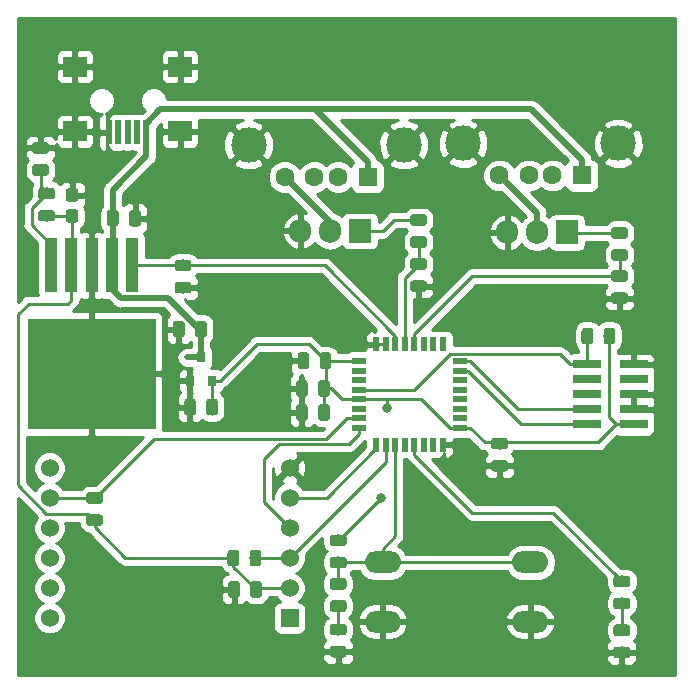
<source format=gbr>
%TF.GenerationSoftware,KiCad,Pcbnew,5.0.2-bee76a0~70~ubuntu18.04.1*%
%TF.CreationDate,2019-09-05T21:10:32+01:00*%
%TF.ProjectId,waterpump_alt,77617465-7270-4756-9d70-5f616c742e6b,rev?*%
%TF.SameCoordinates,Original*%
%TF.FileFunction,Copper,L1,Top*%
%TF.FilePolarity,Positive*%
%FSLAX46Y46*%
G04 Gerber Fmt 4.6, Leading zero omitted, Abs format (unit mm)*
G04 Created by KiCad (PCBNEW 5.0.2-bee76a0~70~ubuntu18.04.1) date Thu 05 Sep 2019 21:10:32 BST*
%MOMM*%
%LPD*%
G01*
G04 APERTURE LIST*
%ADD10R,0.500000X2.000000*%
%ADD11R,2.000000X1.700000*%
%ADD12C,0.150000*%
%ADD13C,0.975000*%
%ADD14O,3.048000X1.850000*%
%ADD15R,2.400000X0.740000*%
%ADD16O,1.905000X2.000000*%
%ADD17R,1.905000X2.000000*%
%ADD18R,0.800000X0.900000*%
%ADD19R,1.200000X0.600000*%
%ADD20R,0.600000X1.200000*%
%ADD21R,1.100000X4.600000*%
%ADD22R,10.800000X9.400000*%
%ADD23R,1.524000X1.524000*%
%ADD24C,1.524000*%
%ADD25C,1.600000*%
%ADD26R,1.600000X1.600000*%
%ADD27C,3.000000*%
%ADD28C,1.050000*%
%ADD29C,0.800000*%
%ADD30C,0.250000*%
%ADD31C,0.504000*%
%ADD32C,0.254000*%
G04 APERTURE END LIST*
D10*
X131013000Y-87917000D03*
X130213000Y-87917000D03*
X129413000Y-87917000D03*
X128613000Y-87917000D03*
X127813000Y-87917000D03*
D11*
X133863000Y-87817000D03*
X133863000Y-82367000D03*
X124963000Y-87817000D03*
X124963000Y-82367000D03*
D12*
G36*
X147736642Y-129528174D02*
X147760303Y-129531684D01*
X147783507Y-129537496D01*
X147806029Y-129545554D01*
X147827653Y-129555782D01*
X147848170Y-129568079D01*
X147867383Y-129582329D01*
X147885107Y-129598393D01*
X147901171Y-129616117D01*
X147915421Y-129635330D01*
X147927718Y-129655847D01*
X147937946Y-129677471D01*
X147946004Y-129699993D01*
X147951816Y-129723197D01*
X147955326Y-129746858D01*
X147956500Y-129770750D01*
X147956500Y-130258250D01*
X147955326Y-130282142D01*
X147951816Y-130305803D01*
X147946004Y-130329007D01*
X147937946Y-130351529D01*
X147927718Y-130373153D01*
X147915421Y-130393670D01*
X147901171Y-130412883D01*
X147885107Y-130430607D01*
X147867383Y-130446671D01*
X147848170Y-130460921D01*
X147827653Y-130473218D01*
X147806029Y-130483446D01*
X147783507Y-130491504D01*
X147760303Y-130497316D01*
X147736642Y-130500826D01*
X147712750Y-130502000D01*
X146800250Y-130502000D01*
X146776358Y-130500826D01*
X146752697Y-130497316D01*
X146729493Y-130491504D01*
X146706971Y-130483446D01*
X146685347Y-130473218D01*
X146664830Y-130460921D01*
X146645617Y-130446671D01*
X146627893Y-130430607D01*
X146611829Y-130412883D01*
X146597579Y-130393670D01*
X146585282Y-130373153D01*
X146575054Y-130351529D01*
X146566996Y-130329007D01*
X146561184Y-130305803D01*
X146557674Y-130282142D01*
X146556500Y-130258250D01*
X146556500Y-129770750D01*
X146557674Y-129746858D01*
X146561184Y-129723197D01*
X146566996Y-129699993D01*
X146575054Y-129677471D01*
X146585282Y-129655847D01*
X146597579Y-129635330D01*
X146611829Y-129616117D01*
X146627893Y-129598393D01*
X146645617Y-129582329D01*
X146664830Y-129568079D01*
X146685347Y-129555782D01*
X146706971Y-129545554D01*
X146729493Y-129537496D01*
X146752697Y-129531684D01*
X146776358Y-129528174D01*
X146800250Y-129527000D01*
X147712750Y-129527000D01*
X147736642Y-129528174D01*
X147736642Y-129528174D01*
G37*
D13*
X147256500Y-130014500D03*
D12*
G36*
X147736642Y-131403174D02*
X147760303Y-131406684D01*
X147783507Y-131412496D01*
X147806029Y-131420554D01*
X147827653Y-131430782D01*
X147848170Y-131443079D01*
X147867383Y-131457329D01*
X147885107Y-131473393D01*
X147901171Y-131491117D01*
X147915421Y-131510330D01*
X147927718Y-131530847D01*
X147937946Y-131552471D01*
X147946004Y-131574993D01*
X147951816Y-131598197D01*
X147955326Y-131621858D01*
X147956500Y-131645750D01*
X147956500Y-132133250D01*
X147955326Y-132157142D01*
X147951816Y-132180803D01*
X147946004Y-132204007D01*
X147937946Y-132226529D01*
X147927718Y-132248153D01*
X147915421Y-132268670D01*
X147901171Y-132287883D01*
X147885107Y-132305607D01*
X147867383Y-132321671D01*
X147848170Y-132335921D01*
X147827653Y-132348218D01*
X147806029Y-132358446D01*
X147783507Y-132366504D01*
X147760303Y-132372316D01*
X147736642Y-132375826D01*
X147712750Y-132377000D01*
X146800250Y-132377000D01*
X146776358Y-132375826D01*
X146752697Y-132372316D01*
X146729493Y-132366504D01*
X146706971Y-132358446D01*
X146685347Y-132348218D01*
X146664830Y-132335921D01*
X146645617Y-132321671D01*
X146627893Y-132305607D01*
X146611829Y-132287883D01*
X146597579Y-132268670D01*
X146585282Y-132248153D01*
X146575054Y-132226529D01*
X146566996Y-132204007D01*
X146561184Y-132180803D01*
X146557674Y-132157142D01*
X146556500Y-132133250D01*
X146556500Y-131645750D01*
X146557674Y-131621858D01*
X146561184Y-131598197D01*
X146566996Y-131574993D01*
X146575054Y-131552471D01*
X146585282Y-131530847D01*
X146597579Y-131510330D01*
X146611829Y-131491117D01*
X146627893Y-131473393D01*
X146645617Y-131457329D01*
X146664830Y-131443079D01*
X146685347Y-131430782D01*
X146706971Y-131420554D01*
X146729493Y-131412496D01*
X146752697Y-131406684D01*
X146776358Y-131403174D01*
X146800250Y-131402000D01*
X147712750Y-131402000D01*
X147736642Y-131403174D01*
X147736642Y-131403174D01*
G37*
D13*
X147256500Y-131889500D03*
D12*
G36*
X147736642Y-127529674D02*
X147760303Y-127533184D01*
X147783507Y-127538996D01*
X147806029Y-127547054D01*
X147827653Y-127557282D01*
X147848170Y-127569579D01*
X147867383Y-127583829D01*
X147885107Y-127599893D01*
X147901171Y-127617617D01*
X147915421Y-127636830D01*
X147927718Y-127657347D01*
X147937946Y-127678971D01*
X147946004Y-127701493D01*
X147951816Y-127724697D01*
X147955326Y-127748358D01*
X147956500Y-127772250D01*
X147956500Y-128259750D01*
X147955326Y-128283642D01*
X147951816Y-128307303D01*
X147946004Y-128330507D01*
X147937946Y-128353029D01*
X147927718Y-128374653D01*
X147915421Y-128395170D01*
X147901171Y-128414383D01*
X147885107Y-128432107D01*
X147867383Y-128448171D01*
X147848170Y-128462421D01*
X147827653Y-128474718D01*
X147806029Y-128484946D01*
X147783507Y-128493004D01*
X147760303Y-128498816D01*
X147736642Y-128502326D01*
X147712750Y-128503500D01*
X146800250Y-128503500D01*
X146776358Y-128502326D01*
X146752697Y-128498816D01*
X146729493Y-128493004D01*
X146706971Y-128484946D01*
X146685347Y-128474718D01*
X146664830Y-128462421D01*
X146645617Y-128448171D01*
X146627893Y-128432107D01*
X146611829Y-128414383D01*
X146597579Y-128395170D01*
X146585282Y-128374653D01*
X146575054Y-128353029D01*
X146566996Y-128330507D01*
X146561184Y-128307303D01*
X146557674Y-128283642D01*
X146556500Y-128259750D01*
X146556500Y-127772250D01*
X146557674Y-127748358D01*
X146561184Y-127724697D01*
X146566996Y-127701493D01*
X146575054Y-127678971D01*
X146585282Y-127657347D01*
X146597579Y-127636830D01*
X146611829Y-127617617D01*
X146627893Y-127599893D01*
X146645617Y-127583829D01*
X146664830Y-127569579D01*
X146685347Y-127557282D01*
X146706971Y-127547054D01*
X146729493Y-127538996D01*
X146752697Y-127533184D01*
X146776358Y-127529674D01*
X146800250Y-127528500D01*
X147712750Y-127528500D01*
X147736642Y-127529674D01*
X147736642Y-127529674D01*
G37*
D13*
X147256500Y-128016000D03*
D12*
G36*
X147736642Y-125654674D02*
X147760303Y-125658184D01*
X147783507Y-125663996D01*
X147806029Y-125672054D01*
X147827653Y-125682282D01*
X147848170Y-125694579D01*
X147867383Y-125708829D01*
X147885107Y-125724893D01*
X147901171Y-125742617D01*
X147915421Y-125761830D01*
X147927718Y-125782347D01*
X147937946Y-125803971D01*
X147946004Y-125826493D01*
X147951816Y-125849697D01*
X147955326Y-125873358D01*
X147956500Y-125897250D01*
X147956500Y-126384750D01*
X147955326Y-126408642D01*
X147951816Y-126432303D01*
X147946004Y-126455507D01*
X147937946Y-126478029D01*
X147927718Y-126499653D01*
X147915421Y-126520170D01*
X147901171Y-126539383D01*
X147885107Y-126557107D01*
X147867383Y-126573171D01*
X147848170Y-126587421D01*
X147827653Y-126599718D01*
X147806029Y-126609946D01*
X147783507Y-126618004D01*
X147760303Y-126623816D01*
X147736642Y-126627326D01*
X147712750Y-126628500D01*
X146800250Y-126628500D01*
X146776358Y-126627326D01*
X146752697Y-126623816D01*
X146729493Y-126618004D01*
X146706971Y-126609946D01*
X146685347Y-126599718D01*
X146664830Y-126587421D01*
X146645617Y-126573171D01*
X146627893Y-126557107D01*
X146611829Y-126539383D01*
X146597579Y-126520170D01*
X146585282Y-126499653D01*
X146575054Y-126478029D01*
X146566996Y-126455507D01*
X146561184Y-126432303D01*
X146557674Y-126408642D01*
X146556500Y-126384750D01*
X146556500Y-125897250D01*
X146557674Y-125873358D01*
X146561184Y-125849697D01*
X146566996Y-125826493D01*
X146575054Y-125803971D01*
X146585282Y-125782347D01*
X146597579Y-125761830D01*
X146611829Y-125742617D01*
X146627893Y-125724893D01*
X146645617Y-125708829D01*
X146664830Y-125694579D01*
X146685347Y-125682282D01*
X146706971Y-125672054D01*
X146729493Y-125663996D01*
X146752697Y-125658184D01*
X146776358Y-125654674D01*
X146800250Y-125653500D01*
X147712750Y-125653500D01*
X147736642Y-125654674D01*
X147736642Y-125654674D01*
G37*
D13*
X147256500Y-126141000D03*
D14*
X151003000Y-129333000D03*
X151003000Y-124333000D03*
X163503000Y-129333000D03*
X163503000Y-124333000D03*
D12*
G36*
X168606142Y-104457174D02*
X168629803Y-104460684D01*
X168653007Y-104466496D01*
X168675529Y-104474554D01*
X168697153Y-104484782D01*
X168717670Y-104497079D01*
X168736883Y-104511329D01*
X168754607Y-104527393D01*
X168770671Y-104545117D01*
X168784921Y-104564330D01*
X168797218Y-104584847D01*
X168807446Y-104606471D01*
X168815504Y-104628993D01*
X168821316Y-104652197D01*
X168824826Y-104675858D01*
X168826000Y-104699750D01*
X168826000Y-105612250D01*
X168824826Y-105636142D01*
X168821316Y-105659803D01*
X168815504Y-105683007D01*
X168807446Y-105705529D01*
X168797218Y-105727153D01*
X168784921Y-105747670D01*
X168770671Y-105766883D01*
X168754607Y-105784607D01*
X168736883Y-105800671D01*
X168717670Y-105814921D01*
X168697153Y-105827218D01*
X168675529Y-105837446D01*
X168653007Y-105845504D01*
X168629803Y-105851316D01*
X168606142Y-105854826D01*
X168582250Y-105856000D01*
X168094750Y-105856000D01*
X168070858Y-105854826D01*
X168047197Y-105851316D01*
X168023993Y-105845504D01*
X168001471Y-105837446D01*
X167979847Y-105827218D01*
X167959330Y-105814921D01*
X167940117Y-105800671D01*
X167922393Y-105784607D01*
X167906329Y-105766883D01*
X167892079Y-105747670D01*
X167879782Y-105727153D01*
X167869554Y-105705529D01*
X167861496Y-105683007D01*
X167855684Y-105659803D01*
X167852174Y-105636142D01*
X167851000Y-105612250D01*
X167851000Y-104699750D01*
X167852174Y-104675858D01*
X167855684Y-104652197D01*
X167861496Y-104628993D01*
X167869554Y-104606471D01*
X167879782Y-104584847D01*
X167892079Y-104564330D01*
X167906329Y-104545117D01*
X167922393Y-104527393D01*
X167940117Y-104511329D01*
X167959330Y-104497079D01*
X167979847Y-104484782D01*
X168001471Y-104474554D01*
X168023993Y-104466496D01*
X168047197Y-104460684D01*
X168070858Y-104457174D01*
X168094750Y-104456000D01*
X168582250Y-104456000D01*
X168606142Y-104457174D01*
X168606142Y-104457174D01*
G37*
D13*
X168338500Y-105156000D03*
D12*
G36*
X170481142Y-104457174D02*
X170504803Y-104460684D01*
X170528007Y-104466496D01*
X170550529Y-104474554D01*
X170572153Y-104484782D01*
X170592670Y-104497079D01*
X170611883Y-104511329D01*
X170629607Y-104527393D01*
X170645671Y-104545117D01*
X170659921Y-104564330D01*
X170672218Y-104584847D01*
X170682446Y-104606471D01*
X170690504Y-104628993D01*
X170696316Y-104652197D01*
X170699826Y-104675858D01*
X170701000Y-104699750D01*
X170701000Y-105612250D01*
X170699826Y-105636142D01*
X170696316Y-105659803D01*
X170690504Y-105683007D01*
X170682446Y-105705529D01*
X170672218Y-105727153D01*
X170659921Y-105747670D01*
X170645671Y-105766883D01*
X170629607Y-105784607D01*
X170611883Y-105800671D01*
X170592670Y-105814921D01*
X170572153Y-105827218D01*
X170550529Y-105837446D01*
X170528007Y-105845504D01*
X170504803Y-105851316D01*
X170481142Y-105854826D01*
X170457250Y-105856000D01*
X169969750Y-105856000D01*
X169945858Y-105854826D01*
X169922197Y-105851316D01*
X169898993Y-105845504D01*
X169876471Y-105837446D01*
X169854847Y-105827218D01*
X169834330Y-105814921D01*
X169815117Y-105800671D01*
X169797393Y-105784607D01*
X169781329Y-105766883D01*
X169767079Y-105747670D01*
X169754782Y-105727153D01*
X169744554Y-105705529D01*
X169736496Y-105683007D01*
X169730684Y-105659803D01*
X169727174Y-105636142D01*
X169726000Y-105612250D01*
X169726000Y-104699750D01*
X169727174Y-104675858D01*
X169730684Y-104652197D01*
X169736496Y-104628993D01*
X169744554Y-104606471D01*
X169754782Y-104584847D01*
X169767079Y-104564330D01*
X169781329Y-104545117D01*
X169797393Y-104527393D01*
X169815117Y-104511329D01*
X169834330Y-104497079D01*
X169854847Y-104484782D01*
X169876471Y-104474554D01*
X169898993Y-104466496D01*
X169922197Y-104460684D01*
X169945858Y-104457174D01*
X169969750Y-104456000D01*
X170457250Y-104456000D01*
X170481142Y-104457174D01*
X170481142Y-104457174D01*
G37*
D13*
X170213500Y-105156000D03*
D12*
G36*
X144442642Y-108902174D02*
X144466303Y-108905684D01*
X144489507Y-108911496D01*
X144512029Y-108919554D01*
X144533653Y-108929782D01*
X144554170Y-108942079D01*
X144573383Y-108956329D01*
X144591107Y-108972393D01*
X144607171Y-108990117D01*
X144621421Y-109009330D01*
X144633718Y-109029847D01*
X144643946Y-109051471D01*
X144652004Y-109073993D01*
X144657816Y-109097197D01*
X144661326Y-109120858D01*
X144662500Y-109144750D01*
X144662500Y-110057250D01*
X144661326Y-110081142D01*
X144657816Y-110104803D01*
X144652004Y-110128007D01*
X144643946Y-110150529D01*
X144633718Y-110172153D01*
X144621421Y-110192670D01*
X144607171Y-110211883D01*
X144591107Y-110229607D01*
X144573383Y-110245671D01*
X144554170Y-110259921D01*
X144533653Y-110272218D01*
X144512029Y-110282446D01*
X144489507Y-110290504D01*
X144466303Y-110296316D01*
X144442642Y-110299826D01*
X144418750Y-110301000D01*
X143931250Y-110301000D01*
X143907358Y-110299826D01*
X143883697Y-110296316D01*
X143860493Y-110290504D01*
X143837971Y-110282446D01*
X143816347Y-110272218D01*
X143795830Y-110259921D01*
X143776617Y-110245671D01*
X143758893Y-110229607D01*
X143742829Y-110211883D01*
X143728579Y-110192670D01*
X143716282Y-110172153D01*
X143706054Y-110150529D01*
X143697996Y-110128007D01*
X143692184Y-110104803D01*
X143688674Y-110081142D01*
X143687500Y-110057250D01*
X143687500Y-109144750D01*
X143688674Y-109120858D01*
X143692184Y-109097197D01*
X143697996Y-109073993D01*
X143706054Y-109051471D01*
X143716282Y-109029847D01*
X143728579Y-109009330D01*
X143742829Y-108990117D01*
X143758893Y-108972393D01*
X143776617Y-108956329D01*
X143795830Y-108942079D01*
X143816347Y-108929782D01*
X143837971Y-108919554D01*
X143860493Y-108911496D01*
X143883697Y-108905684D01*
X143907358Y-108902174D01*
X143931250Y-108901000D01*
X144418750Y-108901000D01*
X144442642Y-108902174D01*
X144442642Y-108902174D01*
G37*
D13*
X144175000Y-109601000D03*
D12*
G36*
X146317642Y-108902174D02*
X146341303Y-108905684D01*
X146364507Y-108911496D01*
X146387029Y-108919554D01*
X146408653Y-108929782D01*
X146429170Y-108942079D01*
X146448383Y-108956329D01*
X146466107Y-108972393D01*
X146482171Y-108990117D01*
X146496421Y-109009330D01*
X146508718Y-109029847D01*
X146518946Y-109051471D01*
X146527004Y-109073993D01*
X146532816Y-109097197D01*
X146536326Y-109120858D01*
X146537500Y-109144750D01*
X146537500Y-110057250D01*
X146536326Y-110081142D01*
X146532816Y-110104803D01*
X146527004Y-110128007D01*
X146518946Y-110150529D01*
X146508718Y-110172153D01*
X146496421Y-110192670D01*
X146482171Y-110211883D01*
X146466107Y-110229607D01*
X146448383Y-110245671D01*
X146429170Y-110259921D01*
X146408653Y-110272218D01*
X146387029Y-110282446D01*
X146364507Y-110290504D01*
X146341303Y-110296316D01*
X146317642Y-110299826D01*
X146293750Y-110301000D01*
X145806250Y-110301000D01*
X145782358Y-110299826D01*
X145758697Y-110296316D01*
X145735493Y-110290504D01*
X145712971Y-110282446D01*
X145691347Y-110272218D01*
X145670830Y-110259921D01*
X145651617Y-110245671D01*
X145633893Y-110229607D01*
X145617829Y-110211883D01*
X145603579Y-110192670D01*
X145591282Y-110172153D01*
X145581054Y-110150529D01*
X145572996Y-110128007D01*
X145567184Y-110104803D01*
X145563674Y-110081142D01*
X145562500Y-110057250D01*
X145562500Y-109144750D01*
X145563674Y-109120858D01*
X145567184Y-109097197D01*
X145572996Y-109073993D01*
X145581054Y-109051471D01*
X145591282Y-109029847D01*
X145603579Y-109009330D01*
X145617829Y-108990117D01*
X145633893Y-108972393D01*
X145651617Y-108956329D01*
X145670830Y-108942079D01*
X145691347Y-108929782D01*
X145712971Y-108919554D01*
X145735493Y-108911496D01*
X145758697Y-108905684D01*
X145782358Y-108902174D01*
X145806250Y-108901000D01*
X146293750Y-108901000D01*
X146317642Y-108902174D01*
X146317642Y-108902174D01*
G37*
D13*
X146050000Y-109601000D03*
D12*
G36*
X146444642Y-106552674D02*
X146468303Y-106556184D01*
X146491507Y-106561996D01*
X146514029Y-106570054D01*
X146535653Y-106580282D01*
X146556170Y-106592579D01*
X146575383Y-106606829D01*
X146593107Y-106622893D01*
X146609171Y-106640617D01*
X146623421Y-106659830D01*
X146635718Y-106680347D01*
X146645946Y-106701971D01*
X146654004Y-106724493D01*
X146659816Y-106747697D01*
X146663326Y-106771358D01*
X146664500Y-106795250D01*
X146664500Y-107707750D01*
X146663326Y-107731642D01*
X146659816Y-107755303D01*
X146654004Y-107778507D01*
X146645946Y-107801029D01*
X146635718Y-107822653D01*
X146623421Y-107843170D01*
X146609171Y-107862383D01*
X146593107Y-107880107D01*
X146575383Y-107896171D01*
X146556170Y-107910421D01*
X146535653Y-107922718D01*
X146514029Y-107932946D01*
X146491507Y-107941004D01*
X146468303Y-107946816D01*
X146444642Y-107950326D01*
X146420750Y-107951500D01*
X145933250Y-107951500D01*
X145909358Y-107950326D01*
X145885697Y-107946816D01*
X145862493Y-107941004D01*
X145839971Y-107932946D01*
X145818347Y-107922718D01*
X145797830Y-107910421D01*
X145778617Y-107896171D01*
X145760893Y-107880107D01*
X145744829Y-107862383D01*
X145730579Y-107843170D01*
X145718282Y-107822653D01*
X145708054Y-107801029D01*
X145699996Y-107778507D01*
X145694184Y-107755303D01*
X145690674Y-107731642D01*
X145689500Y-107707750D01*
X145689500Y-106795250D01*
X145690674Y-106771358D01*
X145694184Y-106747697D01*
X145699996Y-106724493D01*
X145708054Y-106701971D01*
X145718282Y-106680347D01*
X145730579Y-106659830D01*
X145744829Y-106640617D01*
X145760893Y-106622893D01*
X145778617Y-106606829D01*
X145797830Y-106592579D01*
X145818347Y-106580282D01*
X145839971Y-106570054D01*
X145862493Y-106561996D01*
X145885697Y-106556184D01*
X145909358Y-106552674D01*
X145933250Y-106551500D01*
X146420750Y-106551500D01*
X146444642Y-106552674D01*
X146444642Y-106552674D01*
G37*
D13*
X146177000Y-107251500D03*
D12*
G36*
X144569642Y-106552674D02*
X144593303Y-106556184D01*
X144616507Y-106561996D01*
X144639029Y-106570054D01*
X144660653Y-106580282D01*
X144681170Y-106592579D01*
X144700383Y-106606829D01*
X144718107Y-106622893D01*
X144734171Y-106640617D01*
X144748421Y-106659830D01*
X144760718Y-106680347D01*
X144770946Y-106701971D01*
X144779004Y-106724493D01*
X144784816Y-106747697D01*
X144788326Y-106771358D01*
X144789500Y-106795250D01*
X144789500Y-107707750D01*
X144788326Y-107731642D01*
X144784816Y-107755303D01*
X144779004Y-107778507D01*
X144770946Y-107801029D01*
X144760718Y-107822653D01*
X144748421Y-107843170D01*
X144734171Y-107862383D01*
X144718107Y-107880107D01*
X144700383Y-107896171D01*
X144681170Y-107910421D01*
X144660653Y-107922718D01*
X144639029Y-107932946D01*
X144616507Y-107941004D01*
X144593303Y-107946816D01*
X144569642Y-107950326D01*
X144545750Y-107951500D01*
X144058250Y-107951500D01*
X144034358Y-107950326D01*
X144010697Y-107946816D01*
X143987493Y-107941004D01*
X143964971Y-107932946D01*
X143943347Y-107922718D01*
X143922830Y-107910421D01*
X143903617Y-107896171D01*
X143885893Y-107880107D01*
X143869829Y-107862383D01*
X143855579Y-107843170D01*
X143843282Y-107822653D01*
X143833054Y-107801029D01*
X143824996Y-107778507D01*
X143819184Y-107755303D01*
X143815674Y-107731642D01*
X143814500Y-107707750D01*
X143814500Y-106795250D01*
X143815674Y-106771358D01*
X143819184Y-106747697D01*
X143824996Y-106724493D01*
X143833054Y-106701971D01*
X143843282Y-106680347D01*
X143855579Y-106659830D01*
X143869829Y-106640617D01*
X143885893Y-106622893D01*
X143903617Y-106606829D01*
X143922830Y-106592579D01*
X143943347Y-106580282D01*
X143964971Y-106570054D01*
X143987493Y-106561996D01*
X144010697Y-106556184D01*
X144034358Y-106552674D01*
X144058250Y-106551500D01*
X144545750Y-106551500D01*
X144569642Y-106552674D01*
X144569642Y-106552674D01*
G37*
D13*
X144302000Y-107251500D03*
D12*
G36*
X161389142Y-113780174D02*
X161412803Y-113783684D01*
X161436007Y-113789496D01*
X161458529Y-113797554D01*
X161480153Y-113807782D01*
X161500670Y-113820079D01*
X161519883Y-113834329D01*
X161537607Y-113850393D01*
X161553671Y-113868117D01*
X161567921Y-113887330D01*
X161580218Y-113907847D01*
X161590446Y-113929471D01*
X161598504Y-113951993D01*
X161604316Y-113975197D01*
X161607826Y-113998858D01*
X161609000Y-114022750D01*
X161609000Y-114510250D01*
X161607826Y-114534142D01*
X161604316Y-114557803D01*
X161598504Y-114581007D01*
X161590446Y-114603529D01*
X161580218Y-114625153D01*
X161567921Y-114645670D01*
X161553671Y-114664883D01*
X161537607Y-114682607D01*
X161519883Y-114698671D01*
X161500670Y-114712921D01*
X161480153Y-114725218D01*
X161458529Y-114735446D01*
X161436007Y-114743504D01*
X161412803Y-114749316D01*
X161389142Y-114752826D01*
X161365250Y-114754000D01*
X160452750Y-114754000D01*
X160428858Y-114752826D01*
X160405197Y-114749316D01*
X160381993Y-114743504D01*
X160359471Y-114735446D01*
X160337847Y-114725218D01*
X160317330Y-114712921D01*
X160298117Y-114698671D01*
X160280393Y-114682607D01*
X160264329Y-114664883D01*
X160250079Y-114645670D01*
X160237782Y-114625153D01*
X160227554Y-114603529D01*
X160219496Y-114581007D01*
X160213684Y-114557803D01*
X160210174Y-114534142D01*
X160209000Y-114510250D01*
X160209000Y-114022750D01*
X160210174Y-113998858D01*
X160213684Y-113975197D01*
X160219496Y-113951993D01*
X160227554Y-113929471D01*
X160237782Y-113907847D01*
X160250079Y-113887330D01*
X160264329Y-113868117D01*
X160280393Y-113850393D01*
X160298117Y-113834329D01*
X160317330Y-113820079D01*
X160337847Y-113807782D01*
X160359471Y-113797554D01*
X160381993Y-113789496D01*
X160405197Y-113783684D01*
X160428858Y-113780174D01*
X160452750Y-113779000D01*
X161365250Y-113779000D01*
X161389142Y-113780174D01*
X161389142Y-113780174D01*
G37*
D13*
X160909000Y-114266500D03*
D12*
G36*
X161389142Y-115655174D02*
X161412803Y-115658684D01*
X161436007Y-115664496D01*
X161458529Y-115672554D01*
X161480153Y-115682782D01*
X161500670Y-115695079D01*
X161519883Y-115709329D01*
X161537607Y-115725393D01*
X161553671Y-115743117D01*
X161567921Y-115762330D01*
X161580218Y-115782847D01*
X161590446Y-115804471D01*
X161598504Y-115826993D01*
X161604316Y-115850197D01*
X161607826Y-115873858D01*
X161609000Y-115897750D01*
X161609000Y-116385250D01*
X161607826Y-116409142D01*
X161604316Y-116432803D01*
X161598504Y-116456007D01*
X161590446Y-116478529D01*
X161580218Y-116500153D01*
X161567921Y-116520670D01*
X161553671Y-116539883D01*
X161537607Y-116557607D01*
X161519883Y-116573671D01*
X161500670Y-116587921D01*
X161480153Y-116600218D01*
X161458529Y-116610446D01*
X161436007Y-116618504D01*
X161412803Y-116624316D01*
X161389142Y-116627826D01*
X161365250Y-116629000D01*
X160452750Y-116629000D01*
X160428858Y-116627826D01*
X160405197Y-116624316D01*
X160381993Y-116618504D01*
X160359471Y-116610446D01*
X160337847Y-116600218D01*
X160317330Y-116587921D01*
X160298117Y-116573671D01*
X160280393Y-116557607D01*
X160264329Y-116539883D01*
X160250079Y-116520670D01*
X160237782Y-116500153D01*
X160227554Y-116478529D01*
X160219496Y-116456007D01*
X160213684Y-116432803D01*
X160210174Y-116409142D01*
X160209000Y-116385250D01*
X160209000Y-115897750D01*
X160210174Y-115873858D01*
X160213684Y-115850197D01*
X160219496Y-115826993D01*
X160227554Y-115804471D01*
X160237782Y-115782847D01*
X160250079Y-115762330D01*
X160264329Y-115743117D01*
X160280393Y-115725393D01*
X160298117Y-115709329D01*
X160317330Y-115695079D01*
X160337847Y-115682782D01*
X160359471Y-115672554D01*
X160381993Y-115664496D01*
X160405197Y-115658684D01*
X160428858Y-115655174D01*
X160452750Y-115654000D01*
X161365250Y-115654000D01*
X161389142Y-115655174D01*
X161389142Y-115655174D01*
G37*
D13*
X160909000Y-116141500D03*
D12*
G36*
X146317642Y-110934174D02*
X146341303Y-110937684D01*
X146364507Y-110943496D01*
X146387029Y-110951554D01*
X146408653Y-110961782D01*
X146429170Y-110974079D01*
X146448383Y-110988329D01*
X146466107Y-111004393D01*
X146482171Y-111022117D01*
X146496421Y-111041330D01*
X146508718Y-111061847D01*
X146518946Y-111083471D01*
X146527004Y-111105993D01*
X146532816Y-111129197D01*
X146536326Y-111152858D01*
X146537500Y-111176750D01*
X146537500Y-112089250D01*
X146536326Y-112113142D01*
X146532816Y-112136803D01*
X146527004Y-112160007D01*
X146518946Y-112182529D01*
X146508718Y-112204153D01*
X146496421Y-112224670D01*
X146482171Y-112243883D01*
X146466107Y-112261607D01*
X146448383Y-112277671D01*
X146429170Y-112291921D01*
X146408653Y-112304218D01*
X146387029Y-112314446D01*
X146364507Y-112322504D01*
X146341303Y-112328316D01*
X146317642Y-112331826D01*
X146293750Y-112333000D01*
X145806250Y-112333000D01*
X145782358Y-112331826D01*
X145758697Y-112328316D01*
X145735493Y-112322504D01*
X145712971Y-112314446D01*
X145691347Y-112304218D01*
X145670830Y-112291921D01*
X145651617Y-112277671D01*
X145633893Y-112261607D01*
X145617829Y-112243883D01*
X145603579Y-112224670D01*
X145591282Y-112204153D01*
X145581054Y-112182529D01*
X145572996Y-112160007D01*
X145567184Y-112136803D01*
X145563674Y-112113142D01*
X145562500Y-112089250D01*
X145562500Y-111176750D01*
X145563674Y-111152858D01*
X145567184Y-111129197D01*
X145572996Y-111105993D01*
X145581054Y-111083471D01*
X145591282Y-111061847D01*
X145603579Y-111041330D01*
X145617829Y-111022117D01*
X145633893Y-111004393D01*
X145651617Y-110988329D01*
X145670830Y-110974079D01*
X145691347Y-110961782D01*
X145712971Y-110951554D01*
X145735493Y-110943496D01*
X145758697Y-110937684D01*
X145782358Y-110934174D01*
X145806250Y-110933000D01*
X146293750Y-110933000D01*
X146317642Y-110934174D01*
X146317642Y-110934174D01*
G37*
D13*
X146050000Y-111633000D03*
D12*
G36*
X144442642Y-110934174D02*
X144466303Y-110937684D01*
X144489507Y-110943496D01*
X144512029Y-110951554D01*
X144533653Y-110961782D01*
X144554170Y-110974079D01*
X144573383Y-110988329D01*
X144591107Y-111004393D01*
X144607171Y-111022117D01*
X144621421Y-111041330D01*
X144633718Y-111061847D01*
X144643946Y-111083471D01*
X144652004Y-111105993D01*
X144657816Y-111129197D01*
X144661326Y-111152858D01*
X144662500Y-111176750D01*
X144662500Y-112089250D01*
X144661326Y-112113142D01*
X144657816Y-112136803D01*
X144652004Y-112160007D01*
X144643946Y-112182529D01*
X144633718Y-112204153D01*
X144621421Y-112224670D01*
X144607171Y-112243883D01*
X144591107Y-112261607D01*
X144573383Y-112277671D01*
X144554170Y-112291921D01*
X144533653Y-112304218D01*
X144512029Y-112314446D01*
X144489507Y-112322504D01*
X144466303Y-112328316D01*
X144442642Y-112331826D01*
X144418750Y-112333000D01*
X143931250Y-112333000D01*
X143907358Y-112331826D01*
X143883697Y-112328316D01*
X143860493Y-112322504D01*
X143837971Y-112314446D01*
X143816347Y-112304218D01*
X143795830Y-112291921D01*
X143776617Y-112277671D01*
X143758893Y-112261607D01*
X143742829Y-112243883D01*
X143728579Y-112224670D01*
X143716282Y-112204153D01*
X143706054Y-112182529D01*
X143697996Y-112160007D01*
X143692184Y-112136803D01*
X143688674Y-112113142D01*
X143687500Y-112089250D01*
X143687500Y-111176750D01*
X143688674Y-111152858D01*
X143692184Y-111129197D01*
X143697996Y-111105993D01*
X143706054Y-111083471D01*
X143716282Y-111061847D01*
X143728579Y-111041330D01*
X143742829Y-111022117D01*
X143758893Y-111004393D01*
X143776617Y-110988329D01*
X143795830Y-110974079D01*
X143816347Y-110961782D01*
X143837971Y-110951554D01*
X143860493Y-110943496D01*
X143883697Y-110937684D01*
X143907358Y-110934174D01*
X143931250Y-110933000D01*
X144418750Y-110933000D01*
X144442642Y-110934174D01*
X144442642Y-110934174D01*
G37*
D13*
X144175000Y-111633000D03*
D12*
G36*
X134028642Y-103885674D02*
X134052303Y-103889184D01*
X134075507Y-103894996D01*
X134098029Y-103903054D01*
X134119653Y-103913282D01*
X134140170Y-103925579D01*
X134159383Y-103939829D01*
X134177107Y-103955893D01*
X134193171Y-103973617D01*
X134207421Y-103992830D01*
X134219718Y-104013347D01*
X134229946Y-104034971D01*
X134238004Y-104057493D01*
X134243816Y-104080697D01*
X134247326Y-104104358D01*
X134248500Y-104128250D01*
X134248500Y-105040750D01*
X134247326Y-105064642D01*
X134243816Y-105088303D01*
X134238004Y-105111507D01*
X134229946Y-105134029D01*
X134219718Y-105155653D01*
X134207421Y-105176170D01*
X134193171Y-105195383D01*
X134177107Y-105213107D01*
X134159383Y-105229171D01*
X134140170Y-105243421D01*
X134119653Y-105255718D01*
X134098029Y-105265946D01*
X134075507Y-105274004D01*
X134052303Y-105279816D01*
X134028642Y-105283326D01*
X134004750Y-105284500D01*
X133517250Y-105284500D01*
X133493358Y-105283326D01*
X133469697Y-105279816D01*
X133446493Y-105274004D01*
X133423971Y-105265946D01*
X133402347Y-105255718D01*
X133381830Y-105243421D01*
X133362617Y-105229171D01*
X133344893Y-105213107D01*
X133328829Y-105195383D01*
X133314579Y-105176170D01*
X133302282Y-105155653D01*
X133292054Y-105134029D01*
X133283996Y-105111507D01*
X133278184Y-105088303D01*
X133274674Y-105064642D01*
X133273500Y-105040750D01*
X133273500Y-104128250D01*
X133274674Y-104104358D01*
X133278184Y-104080697D01*
X133283996Y-104057493D01*
X133292054Y-104034971D01*
X133302282Y-104013347D01*
X133314579Y-103992830D01*
X133328829Y-103973617D01*
X133344893Y-103955893D01*
X133362617Y-103939829D01*
X133381830Y-103925579D01*
X133402347Y-103913282D01*
X133423971Y-103903054D01*
X133446493Y-103894996D01*
X133469697Y-103889184D01*
X133493358Y-103885674D01*
X133517250Y-103884500D01*
X134004750Y-103884500D01*
X134028642Y-103885674D01*
X134028642Y-103885674D01*
G37*
D13*
X133761000Y-104584500D03*
D12*
G36*
X135903642Y-103885674D02*
X135927303Y-103889184D01*
X135950507Y-103894996D01*
X135973029Y-103903054D01*
X135994653Y-103913282D01*
X136015170Y-103925579D01*
X136034383Y-103939829D01*
X136052107Y-103955893D01*
X136068171Y-103973617D01*
X136082421Y-103992830D01*
X136094718Y-104013347D01*
X136104946Y-104034971D01*
X136113004Y-104057493D01*
X136118816Y-104080697D01*
X136122326Y-104104358D01*
X136123500Y-104128250D01*
X136123500Y-105040750D01*
X136122326Y-105064642D01*
X136118816Y-105088303D01*
X136113004Y-105111507D01*
X136104946Y-105134029D01*
X136094718Y-105155653D01*
X136082421Y-105176170D01*
X136068171Y-105195383D01*
X136052107Y-105213107D01*
X136034383Y-105229171D01*
X136015170Y-105243421D01*
X135994653Y-105255718D01*
X135973029Y-105265946D01*
X135950507Y-105274004D01*
X135927303Y-105279816D01*
X135903642Y-105283326D01*
X135879750Y-105284500D01*
X135392250Y-105284500D01*
X135368358Y-105283326D01*
X135344697Y-105279816D01*
X135321493Y-105274004D01*
X135298971Y-105265946D01*
X135277347Y-105255718D01*
X135256830Y-105243421D01*
X135237617Y-105229171D01*
X135219893Y-105213107D01*
X135203829Y-105195383D01*
X135189579Y-105176170D01*
X135177282Y-105155653D01*
X135167054Y-105134029D01*
X135158996Y-105111507D01*
X135153184Y-105088303D01*
X135149674Y-105064642D01*
X135148500Y-105040750D01*
X135148500Y-104128250D01*
X135149674Y-104104358D01*
X135153184Y-104080697D01*
X135158996Y-104057493D01*
X135167054Y-104034971D01*
X135177282Y-104013347D01*
X135189579Y-103992830D01*
X135203829Y-103973617D01*
X135219893Y-103955893D01*
X135237617Y-103939829D01*
X135256830Y-103925579D01*
X135277347Y-103913282D01*
X135298971Y-103903054D01*
X135321493Y-103894996D01*
X135344697Y-103889184D01*
X135368358Y-103885674D01*
X135392250Y-103884500D01*
X135879750Y-103884500D01*
X135903642Y-103885674D01*
X135903642Y-103885674D01*
G37*
D13*
X135636000Y-104584500D03*
D12*
G36*
X136841142Y-110474674D02*
X136864803Y-110478184D01*
X136888007Y-110483996D01*
X136910529Y-110492054D01*
X136932153Y-110502282D01*
X136952670Y-110514579D01*
X136971883Y-110528829D01*
X136989607Y-110544893D01*
X137005671Y-110562617D01*
X137019921Y-110581830D01*
X137032218Y-110602347D01*
X137042446Y-110623971D01*
X137050504Y-110646493D01*
X137056316Y-110669697D01*
X137059826Y-110693358D01*
X137061000Y-110717250D01*
X137061000Y-111629750D01*
X137059826Y-111653642D01*
X137056316Y-111677303D01*
X137050504Y-111700507D01*
X137042446Y-111723029D01*
X137032218Y-111744653D01*
X137019921Y-111765170D01*
X137005671Y-111784383D01*
X136989607Y-111802107D01*
X136971883Y-111818171D01*
X136952670Y-111832421D01*
X136932153Y-111844718D01*
X136910529Y-111854946D01*
X136888007Y-111863004D01*
X136864803Y-111868816D01*
X136841142Y-111872326D01*
X136817250Y-111873500D01*
X136329750Y-111873500D01*
X136305858Y-111872326D01*
X136282197Y-111868816D01*
X136258993Y-111863004D01*
X136236471Y-111854946D01*
X136214847Y-111844718D01*
X136194330Y-111832421D01*
X136175117Y-111818171D01*
X136157393Y-111802107D01*
X136141329Y-111784383D01*
X136127079Y-111765170D01*
X136114782Y-111744653D01*
X136104554Y-111723029D01*
X136096496Y-111700507D01*
X136090684Y-111677303D01*
X136087174Y-111653642D01*
X136086000Y-111629750D01*
X136086000Y-110717250D01*
X136087174Y-110693358D01*
X136090684Y-110669697D01*
X136096496Y-110646493D01*
X136104554Y-110623971D01*
X136114782Y-110602347D01*
X136127079Y-110581830D01*
X136141329Y-110562617D01*
X136157393Y-110544893D01*
X136175117Y-110528829D01*
X136194330Y-110514579D01*
X136214847Y-110502282D01*
X136236471Y-110492054D01*
X136258993Y-110483996D01*
X136282197Y-110478184D01*
X136305858Y-110474674D01*
X136329750Y-110473500D01*
X136817250Y-110473500D01*
X136841142Y-110474674D01*
X136841142Y-110474674D01*
G37*
D13*
X136573500Y-111173500D03*
D12*
G36*
X134966142Y-110474674D02*
X134989803Y-110478184D01*
X135013007Y-110483996D01*
X135035529Y-110492054D01*
X135057153Y-110502282D01*
X135077670Y-110514579D01*
X135096883Y-110528829D01*
X135114607Y-110544893D01*
X135130671Y-110562617D01*
X135144921Y-110581830D01*
X135157218Y-110602347D01*
X135167446Y-110623971D01*
X135175504Y-110646493D01*
X135181316Y-110669697D01*
X135184826Y-110693358D01*
X135186000Y-110717250D01*
X135186000Y-111629750D01*
X135184826Y-111653642D01*
X135181316Y-111677303D01*
X135175504Y-111700507D01*
X135167446Y-111723029D01*
X135157218Y-111744653D01*
X135144921Y-111765170D01*
X135130671Y-111784383D01*
X135114607Y-111802107D01*
X135096883Y-111818171D01*
X135077670Y-111832421D01*
X135057153Y-111844718D01*
X135035529Y-111854946D01*
X135013007Y-111863004D01*
X134989803Y-111868816D01*
X134966142Y-111872326D01*
X134942250Y-111873500D01*
X134454750Y-111873500D01*
X134430858Y-111872326D01*
X134407197Y-111868816D01*
X134383993Y-111863004D01*
X134361471Y-111854946D01*
X134339847Y-111844718D01*
X134319330Y-111832421D01*
X134300117Y-111818171D01*
X134282393Y-111802107D01*
X134266329Y-111784383D01*
X134252079Y-111765170D01*
X134239782Y-111744653D01*
X134229554Y-111723029D01*
X134221496Y-111700507D01*
X134215684Y-111677303D01*
X134212174Y-111653642D01*
X134211000Y-111629750D01*
X134211000Y-110717250D01*
X134212174Y-110693358D01*
X134215684Y-110669697D01*
X134221496Y-110646493D01*
X134229554Y-110623971D01*
X134239782Y-110602347D01*
X134252079Y-110581830D01*
X134266329Y-110562617D01*
X134282393Y-110544893D01*
X134300117Y-110528829D01*
X134319330Y-110514579D01*
X134339847Y-110502282D01*
X134361471Y-110492054D01*
X134383993Y-110483996D01*
X134407197Y-110478184D01*
X134430858Y-110474674D01*
X134454750Y-110473500D01*
X134942250Y-110473500D01*
X134966142Y-110474674D01*
X134966142Y-110474674D01*
G37*
D13*
X134698500Y-111173500D03*
D12*
G36*
X130315642Y-94487674D02*
X130339303Y-94491184D01*
X130362507Y-94496996D01*
X130385029Y-94505054D01*
X130406653Y-94515282D01*
X130427170Y-94527579D01*
X130446383Y-94541829D01*
X130464107Y-94557893D01*
X130480171Y-94575617D01*
X130494421Y-94594830D01*
X130506718Y-94615347D01*
X130516946Y-94636971D01*
X130525004Y-94659493D01*
X130530816Y-94682697D01*
X130534326Y-94706358D01*
X130535500Y-94730250D01*
X130535500Y-95642750D01*
X130534326Y-95666642D01*
X130530816Y-95690303D01*
X130525004Y-95713507D01*
X130516946Y-95736029D01*
X130506718Y-95757653D01*
X130494421Y-95778170D01*
X130480171Y-95797383D01*
X130464107Y-95815107D01*
X130446383Y-95831171D01*
X130427170Y-95845421D01*
X130406653Y-95857718D01*
X130385029Y-95867946D01*
X130362507Y-95876004D01*
X130339303Y-95881816D01*
X130315642Y-95885326D01*
X130291750Y-95886500D01*
X129804250Y-95886500D01*
X129780358Y-95885326D01*
X129756697Y-95881816D01*
X129733493Y-95876004D01*
X129710971Y-95867946D01*
X129689347Y-95857718D01*
X129668830Y-95845421D01*
X129649617Y-95831171D01*
X129631893Y-95815107D01*
X129615829Y-95797383D01*
X129601579Y-95778170D01*
X129589282Y-95757653D01*
X129579054Y-95736029D01*
X129570996Y-95713507D01*
X129565184Y-95690303D01*
X129561674Y-95666642D01*
X129560500Y-95642750D01*
X129560500Y-94730250D01*
X129561674Y-94706358D01*
X129565184Y-94682697D01*
X129570996Y-94659493D01*
X129579054Y-94636971D01*
X129589282Y-94615347D01*
X129601579Y-94594830D01*
X129615829Y-94575617D01*
X129631893Y-94557893D01*
X129649617Y-94541829D01*
X129668830Y-94527579D01*
X129689347Y-94515282D01*
X129710971Y-94505054D01*
X129733493Y-94496996D01*
X129756697Y-94491184D01*
X129780358Y-94487674D01*
X129804250Y-94486500D01*
X130291750Y-94486500D01*
X130315642Y-94487674D01*
X130315642Y-94487674D01*
G37*
D13*
X130048000Y-95186500D03*
D12*
G36*
X128440642Y-94487674D02*
X128464303Y-94491184D01*
X128487507Y-94496996D01*
X128510029Y-94505054D01*
X128531653Y-94515282D01*
X128552170Y-94527579D01*
X128571383Y-94541829D01*
X128589107Y-94557893D01*
X128605171Y-94575617D01*
X128619421Y-94594830D01*
X128631718Y-94615347D01*
X128641946Y-94636971D01*
X128650004Y-94659493D01*
X128655816Y-94682697D01*
X128659326Y-94706358D01*
X128660500Y-94730250D01*
X128660500Y-95642750D01*
X128659326Y-95666642D01*
X128655816Y-95690303D01*
X128650004Y-95713507D01*
X128641946Y-95736029D01*
X128631718Y-95757653D01*
X128619421Y-95778170D01*
X128605171Y-95797383D01*
X128589107Y-95815107D01*
X128571383Y-95831171D01*
X128552170Y-95845421D01*
X128531653Y-95857718D01*
X128510029Y-95867946D01*
X128487507Y-95876004D01*
X128464303Y-95881816D01*
X128440642Y-95885326D01*
X128416750Y-95886500D01*
X127929250Y-95886500D01*
X127905358Y-95885326D01*
X127881697Y-95881816D01*
X127858493Y-95876004D01*
X127835971Y-95867946D01*
X127814347Y-95857718D01*
X127793830Y-95845421D01*
X127774617Y-95831171D01*
X127756893Y-95815107D01*
X127740829Y-95797383D01*
X127726579Y-95778170D01*
X127714282Y-95757653D01*
X127704054Y-95736029D01*
X127695996Y-95713507D01*
X127690184Y-95690303D01*
X127686674Y-95666642D01*
X127685500Y-95642750D01*
X127685500Y-94730250D01*
X127686674Y-94706358D01*
X127690184Y-94682697D01*
X127695996Y-94659493D01*
X127704054Y-94636971D01*
X127714282Y-94615347D01*
X127726579Y-94594830D01*
X127740829Y-94575617D01*
X127756893Y-94557893D01*
X127774617Y-94541829D01*
X127793830Y-94527579D01*
X127814347Y-94515282D01*
X127835971Y-94505054D01*
X127858493Y-94496996D01*
X127881697Y-94491184D01*
X127905358Y-94487674D01*
X127929250Y-94486500D01*
X128416750Y-94486500D01*
X128440642Y-94487674D01*
X128440642Y-94487674D01*
G37*
D13*
X128173000Y-95186500D03*
D12*
G36*
X140572642Y-125920174D02*
X140596303Y-125923684D01*
X140619507Y-125929496D01*
X140642029Y-125937554D01*
X140663653Y-125947782D01*
X140684170Y-125960079D01*
X140703383Y-125974329D01*
X140721107Y-125990393D01*
X140737171Y-126008117D01*
X140751421Y-126027330D01*
X140763718Y-126047847D01*
X140773946Y-126069471D01*
X140782004Y-126091993D01*
X140787816Y-126115197D01*
X140791326Y-126138858D01*
X140792500Y-126162750D01*
X140792500Y-127075250D01*
X140791326Y-127099142D01*
X140787816Y-127122803D01*
X140782004Y-127146007D01*
X140773946Y-127168529D01*
X140763718Y-127190153D01*
X140751421Y-127210670D01*
X140737171Y-127229883D01*
X140721107Y-127247607D01*
X140703383Y-127263671D01*
X140684170Y-127277921D01*
X140663653Y-127290218D01*
X140642029Y-127300446D01*
X140619507Y-127308504D01*
X140596303Y-127314316D01*
X140572642Y-127317826D01*
X140548750Y-127319000D01*
X140061250Y-127319000D01*
X140037358Y-127317826D01*
X140013697Y-127314316D01*
X139990493Y-127308504D01*
X139967971Y-127300446D01*
X139946347Y-127290218D01*
X139925830Y-127277921D01*
X139906617Y-127263671D01*
X139888893Y-127247607D01*
X139872829Y-127229883D01*
X139858579Y-127210670D01*
X139846282Y-127190153D01*
X139836054Y-127168529D01*
X139827996Y-127146007D01*
X139822184Y-127122803D01*
X139818674Y-127099142D01*
X139817500Y-127075250D01*
X139817500Y-126162750D01*
X139818674Y-126138858D01*
X139822184Y-126115197D01*
X139827996Y-126091993D01*
X139836054Y-126069471D01*
X139846282Y-126047847D01*
X139858579Y-126027330D01*
X139872829Y-126008117D01*
X139888893Y-125990393D01*
X139906617Y-125974329D01*
X139925830Y-125960079D01*
X139946347Y-125947782D01*
X139967971Y-125937554D01*
X139990493Y-125929496D01*
X140013697Y-125923684D01*
X140037358Y-125920174D01*
X140061250Y-125919000D01*
X140548750Y-125919000D01*
X140572642Y-125920174D01*
X140572642Y-125920174D01*
G37*
D13*
X140305000Y-126619000D03*
D12*
G36*
X138697642Y-125920174D02*
X138721303Y-125923684D01*
X138744507Y-125929496D01*
X138767029Y-125937554D01*
X138788653Y-125947782D01*
X138809170Y-125960079D01*
X138828383Y-125974329D01*
X138846107Y-125990393D01*
X138862171Y-126008117D01*
X138876421Y-126027330D01*
X138888718Y-126047847D01*
X138898946Y-126069471D01*
X138907004Y-126091993D01*
X138912816Y-126115197D01*
X138916326Y-126138858D01*
X138917500Y-126162750D01*
X138917500Y-127075250D01*
X138916326Y-127099142D01*
X138912816Y-127122803D01*
X138907004Y-127146007D01*
X138898946Y-127168529D01*
X138888718Y-127190153D01*
X138876421Y-127210670D01*
X138862171Y-127229883D01*
X138846107Y-127247607D01*
X138828383Y-127263671D01*
X138809170Y-127277921D01*
X138788653Y-127290218D01*
X138767029Y-127300446D01*
X138744507Y-127308504D01*
X138721303Y-127314316D01*
X138697642Y-127317826D01*
X138673750Y-127319000D01*
X138186250Y-127319000D01*
X138162358Y-127317826D01*
X138138697Y-127314316D01*
X138115493Y-127308504D01*
X138092971Y-127300446D01*
X138071347Y-127290218D01*
X138050830Y-127277921D01*
X138031617Y-127263671D01*
X138013893Y-127247607D01*
X137997829Y-127229883D01*
X137983579Y-127210670D01*
X137971282Y-127190153D01*
X137961054Y-127168529D01*
X137952996Y-127146007D01*
X137947184Y-127122803D01*
X137943674Y-127099142D01*
X137942500Y-127075250D01*
X137942500Y-126162750D01*
X137943674Y-126138858D01*
X137947184Y-126115197D01*
X137952996Y-126091993D01*
X137961054Y-126069471D01*
X137971282Y-126047847D01*
X137983579Y-126027330D01*
X137997829Y-126008117D01*
X138013893Y-125990393D01*
X138031617Y-125974329D01*
X138050830Y-125960079D01*
X138071347Y-125947782D01*
X138092971Y-125937554D01*
X138115493Y-125929496D01*
X138138697Y-125923684D01*
X138162358Y-125920174D01*
X138186250Y-125919000D01*
X138673750Y-125919000D01*
X138697642Y-125920174D01*
X138697642Y-125920174D01*
G37*
D13*
X138430000Y-126619000D03*
D15*
X172257000Y-112649000D03*
X168357000Y-112649000D03*
X172257000Y-111379000D03*
X168357000Y-111379000D03*
X172257000Y-110109000D03*
X168357000Y-110109000D03*
X172257000Y-108839000D03*
X168357000Y-108839000D03*
X172257000Y-107569000D03*
X168357000Y-107569000D03*
D16*
X144018000Y-96266000D03*
X146558000Y-96266000D03*
D17*
X149098000Y-96266000D03*
X166624000Y-96393000D03*
D16*
X164084000Y-96393000D03*
X161544000Y-96393000D03*
D12*
G36*
X147736642Y-123846674D02*
X147760303Y-123850184D01*
X147783507Y-123855996D01*
X147806029Y-123864054D01*
X147827653Y-123874282D01*
X147848170Y-123886579D01*
X147867383Y-123900829D01*
X147885107Y-123916893D01*
X147901171Y-123934617D01*
X147915421Y-123953830D01*
X147927718Y-123974347D01*
X147937946Y-123995971D01*
X147946004Y-124018493D01*
X147951816Y-124041697D01*
X147955326Y-124065358D01*
X147956500Y-124089250D01*
X147956500Y-124576750D01*
X147955326Y-124600642D01*
X147951816Y-124624303D01*
X147946004Y-124647507D01*
X147937946Y-124670029D01*
X147927718Y-124691653D01*
X147915421Y-124712170D01*
X147901171Y-124731383D01*
X147885107Y-124749107D01*
X147867383Y-124765171D01*
X147848170Y-124779421D01*
X147827653Y-124791718D01*
X147806029Y-124801946D01*
X147783507Y-124810004D01*
X147760303Y-124815816D01*
X147736642Y-124819326D01*
X147712750Y-124820500D01*
X146800250Y-124820500D01*
X146776358Y-124819326D01*
X146752697Y-124815816D01*
X146729493Y-124810004D01*
X146706971Y-124801946D01*
X146685347Y-124791718D01*
X146664830Y-124779421D01*
X146645617Y-124765171D01*
X146627893Y-124749107D01*
X146611829Y-124731383D01*
X146597579Y-124712170D01*
X146585282Y-124691653D01*
X146575054Y-124670029D01*
X146566996Y-124647507D01*
X146561184Y-124624303D01*
X146557674Y-124600642D01*
X146556500Y-124576750D01*
X146556500Y-124089250D01*
X146557674Y-124065358D01*
X146561184Y-124041697D01*
X146566996Y-124018493D01*
X146575054Y-123995971D01*
X146585282Y-123974347D01*
X146597579Y-123953830D01*
X146611829Y-123934617D01*
X146627893Y-123916893D01*
X146645617Y-123900829D01*
X146664830Y-123886579D01*
X146685347Y-123874282D01*
X146706971Y-123864054D01*
X146729493Y-123855996D01*
X146752697Y-123850184D01*
X146776358Y-123846674D01*
X146800250Y-123845500D01*
X147712750Y-123845500D01*
X147736642Y-123846674D01*
X147736642Y-123846674D01*
G37*
D13*
X147256500Y-124333000D03*
D12*
G36*
X147736642Y-121971674D02*
X147760303Y-121975184D01*
X147783507Y-121980996D01*
X147806029Y-121989054D01*
X147827653Y-121999282D01*
X147848170Y-122011579D01*
X147867383Y-122025829D01*
X147885107Y-122041893D01*
X147901171Y-122059617D01*
X147915421Y-122078830D01*
X147927718Y-122099347D01*
X147937946Y-122120971D01*
X147946004Y-122143493D01*
X147951816Y-122166697D01*
X147955326Y-122190358D01*
X147956500Y-122214250D01*
X147956500Y-122701750D01*
X147955326Y-122725642D01*
X147951816Y-122749303D01*
X147946004Y-122772507D01*
X147937946Y-122795029D01*
X147927718Y-122816653D01*
X147915421Y-122837170D01*
X147901171Y-122856383D01*
X147885107Y-122874107D01*
X147867383Y-122890171D01*
X147848170Y-122904421D01*
X147827653Y-122916718D01*
X147806029Y-122926946D01*
X147783507Y-122935004D01*
X147760303Y-122940816D01*
X147736642Y-122944326D01*
X147712750Y-122945500D01*
X146800250Y-122945500D01*
X146776358Y-122944326D01*
X146752697Y-122940816D01*
X146729493Y-122935004D01*
X146706971Y-122926946D01*
X146685347Y-122916718D01*
X146664830Y-122904421D01*
X146645617Y-122890171D01*
X146627893Y-122874107D01*
X146611829Y-122856383D01*
X146597579Y-122837170D01*
X146585282Y-122816653D01*
X146575054Y-122795029D01*
X146566996Y-122772507D01*
X146561184Y-122749303D01*
X146557674Y-122725642D01*
X146556500Y-122701750D01*
X146556500Y-122214250D01*
X146557674Y-122190358D01*
X146561184Y-122166697D01*
X146566996Y-122143493D01*
X146575054Y-122120971D01*
X146585282Y-122099347D01*
X146597579Y-122078830D01*
X146611829Y-122059617D01*
X146627893Y-122041893D01*
X146645617Y-122025829D01*
X146664830Y-122011579D01*
X146685347Y-121999282D01*
X146706971Y-121989054D01*
X146729493Y-121980996D01*
X146752697Y-121975184D01*
X146776358Y-121971674D01*
X146800250Y-121970500D01*
X147712750Y-121970500D01*
X147736642Y-121971674D01*
X147736642Y-121971674D01*
G37*
D13*
X147256500Y-122458000D03*
D12*
G36*
X154531142Y-96717174D02*
X154554803Y-96720684D01*
X154578007Y-96726496D01*
X154600529Y-96734554D01*
X154622153Y-96744782D01*
X154642670Y-96757079D01*
X154661883Y-96771329D01*
X154679607Y-96787393D01*
X154695671Y-96805117D01*
X154709921Y-96824330D01*
X154722218Y-96844847D01*
X154732446Y-96866471D01*
X154740504Y-96888993D01*
X154746316Y-96912197D01*
X154749826Y-96935858D01*
X154751000Y-96959750D01*
X154751000Y-97447250D01*
X154749826Y-97471142D01*
X154746316Y-97494803D01*
X154740504Y-97518007D01*
X154732446Y-97540529D01*
X154722218Y-97562153D01*
X154709921Y-97582670D01*
X154695671Y-97601883D01*
X154679607Y-97619607D01*
X154661883Y-97635671D01*
X154642670Y-97649921D01*
X154622153Y-97662218D01*
X154600529Y-97672446D01*
X154578007Y-97680504D01*
X154554803Y-97686316D01*
X154531142Y-97689826D01*
X154507250Y-97691000D01*
X153594750Y-97691000D01*
X153570858Y-97689826D01*
X153547197Y-97686316D01*
X153523993Y-97680504D01*
X153501471Y-97672446D01*
X153479847Y-97662218D01*
X153459330Y-97649921D01*
X153440117Y-97635671D01*
X153422393Y-97619607D01*
X153406329Y-97601883D01*
X153392079Y-97582670D01*
X153379782Y-97562153D01*
X153369554Y-97540529D01*
X153361496Y-97518007D01*
X153355684Y-97494803D01*
X153352174Y-97471142D01*
X153351000Y-97447250D01*
X153351000Y-96959750D01*
X153352174Y-96935858D01*
X153355684Y-96912197D01*
X153361496Y-96888993D01*
X153369554Y-96866471D01*
X153379782Y-96844847D01*
X153392079Y-96824330D01*
X153406329Y-96805117D01*
X153422393Y-96787393D01*
X153440117Y-96771329D01*
X153459330Y-96757079D01*
X153479847Y-96744782D01*
X153501471Y-96734554D01*
X153523993Y-96726496D01*
X153547197Y-96720684D01*
X153570858Y-96717174D01*
X153594750Y-96716000D01*
X154507250Y-96716000D01*
X154531142Y-96717174D01*
X154531142Y-96717174D01*
G37*
D13*
X154051000Y-97203500D03*
D12*
G36*
X154531142Y-94842174D02*
X154554803Y-94845684D01*
X154578007Y-94851496D01*
X154600529Y-94859554D01*
X154622153Y-94869782D01*
X154642670Y-94882079D01*
X154661883Y-94896329D01*
X154679607Y-94912393D01*
X154695671Y-94930117D01*
X154709921Y-94949330D01*
X154722218Y-94969847D01*
X154732446Y-94991471D01*
X154740504Y-95013993D01*
X154746316Y-95037197D01*
X154749826Y-95060858D01*
X154751000Y-95084750D01*
X154751000Y-95572250D01*
X154749826Y-95596142D01*
X154746316Y-95619803D01*
X154740504Y-95643007D01*
X154732446Y-95665529D01*
X154722218Y-95687153D01*
X154709921Y-95707670D01*
X154695671Y-95726883D01*
X154679607Y-95744607D01*
X154661883Y-95760671D01*
X154642670Y-95774921D01*
X154622153Y-95787218D01*
X154600529Y-95797446D01*
X154578007Y-95805504D01*
X154554803Y-95811316D01*
X154531142Y-95814826D01*
X154507250Y-95816000D01*
X153594750Y-95816000D01*
X153570858Y-95814826D01*
X153547197Y-95811316D01*
X153523993Y-95805504D01*
X153501471Y-95797446D01*
X153479847Y-95787218D01*
X153459330Y-95774921D01*
X153440117Y-95760671D01*
X153422393Y-95744607D01*
X153406329Y-95726883D01*
X153392079Y-95707670D01*
X153379782Y-95687153D01*
X153369554Y-95665529D01*
X153361496Y-95643007D01*
X153355684Y-95619803D01*
X153352174Y-95596142D01*
X153351000Y-95572250D01*
X153351000Y-95084750D01*
X153352174Y-95060858D01*
X153355684Y-95037197D01*
X153361496Y-95013993D01*
X153369554Y-94991471D01*
X153379782Y-94969847D01*
X153392079Y-94949330D01*
X153406329Y-94930117D01*
X153422393Y-94912393D01*
X153440117Y-94896329D01*
X153459330Y-94882079D01*
X153479847Y-94869782D01*
X153501471Y-94859554D01*
X153523993Y-94851496D01*
X153547197Y-94845684D01*
X153570858Y-94842174D01*
X153594750Y-94841000D01*
X154507250Y-94841000D01*
X154531142Y-94842174D01*
X154531142Y-94842174D01*
G37*
D13*
X154051000Y-95328500D03*
D12*
G36*
X154531142Y-98573674D02*
X154554803Y-98577184D01*
X154578007Y-98582996D01*
X154600529Y-98591054D01*
X154622153Y-98601282D01*
X154642670Y-98613579D01*
X154661883Y-98627829D01*
X154679607Y-98643893D01*
X154695671Y-98661617D01*
X154709921Y-98680830D01*
X154722218Y-98701347D01*
X154732446Y-98722971D01*
X154740504Y-98745493D01*
X154746316Y-98768697D01*
X154749826Y-98792358D01*
X154751000Y-98816250D01*
X154751000Y-99303750D01*
X154749826Y-99327642D01*
X154746316Y-99351303D01*
X154740504Y-99374507D01*
X154732446Y-99397029D01*
X154722218Y-99418653D01*
X154709921Y-99439170D01*
X154695671Y-99458383D01*
X154679607Y-99476107D01*
X154661883Y-99492171D01*
X154642670Y-99506421D01*
X154622153Y-99518718D01*
X154600529Y-99528946D01*
X154578007Y-99537004D01*
X154554803Y-99542816D01*
X154531142Y-99546326D01*
X154507250Y-99547500D01*
X153594750Y-99547500D01*
X153570858Y-99546326D01*
X153547197Y-99542816D01*
X153523993Y-99537004D01*
X153501471Y-99528946D01*
X153479847Y-99518718D01*
X153459330Y-99506421D01*
X153440117Y-99492171D01*
X153422393Y-99476107D01*
X153406329Y-99458383D01*
X153392079Y-99439170D01*
X153379782Y-99418653D01*
X153369554Y-99397029D01*
X153361496Y-99374507D01*
X153355684Y-99351303D01*
X153352174Y-99327642D01*
X153351000Y-99303750D01*
X153351000Y-98816250D01*
X153352174Y-98792358D01*
X153355684Y-98768697D01*
X153361496Y-98745493D01*
X153369554Y-98722971D01*
X153379782Y-98701347D01*
X153392079Y-98680830D01*
X153406329Y-98661617D01*
X153422393Y-98643893D01*
X153440117Y-98627829D01*
X153459330Y-98613579D01*
X153479847Y-98601282D01*
X153501471Y-98591054D01*
X153523993Y-98582996D01*
X153547197Y-98577184D01*
X153570858Y-98573674D01*
X153594750Y-98572500D01*
X154507250Y-98572500D01*
X154531142Y-98573674D01*
X154531142Y-98573674D01*
G37*
D13*
X154051000Y-99060000D03*
D12*
G36*
X154531142Y-100448674D02*
X154554803Y-100452184D01*
X154578007Y-100457996D01*
X154600529Y-100466054D01*
X154622153Y-100476282D01*
X154642670Y-100488579D01*
X154661883Y-100502829D01*
X154679607Y-100518893D01*
X154695671Y-100536617D01*
X154709921Y-100555830D01*
X154722218Y-100576347D01*
X154732446Y-100597971D01*
X154740504Y-100620493D01*
X154746316Y-100643697D01*
X154749826Y-100667358D01*
X154751000Y-100691250D01*
X154751000Y-101178750D01*
X154749826Y-101202642D01*
X154746316Y-101226303D01*
X154740504Y-101249507D01*
X154732446Y-101272029D01*
X154722218Y-101293653D01*
X154709921Y-101314170D01*
X154695671Y-101333383D01*
X154679607Y-101351107D01*
X154661883Y-101367171D01*
X154642670Y-101381421D01*
X154622153Y-101393718D01*
X154600529Y-101403946D01*
X154578007Y-101412004D01*
X154554803Y-101417816D01*
X154531142Y-101421326D01*
X154507250Y-101422500D01*
X153594750Y-101422500D01*
X153570858Y-101421326D01*
X153547197Y-101417816D01*
X153523993Y-101412004D01*
X153501471Y-101403946D01*
X153479847Y-101393718D01*
X153459330Y-101381421D01*
X153440117Y-101367171D01*
X153422393Y-101351107D01*
X153406329Y-101333383D01*
X153392079Y-101314170D01*
X153379782Y-101293653D01*
X153369554Y-101272029D01*
X153361496Y-101249507D01*
X153355684Y-101226303D01*
X153352174Y-101202642D01*
X153351000Y-101178750D01*
X153351000Y-100691250D01*
X153352174Y-100667358D01*
X153355684Y-100643697D01*
X153361496Y-100620493D01*
X153369554Y-100597971D01*
X153379782Y-100576347D01*
X153392079Y-100555830D01*
X153406329Y-100536617D01*
X153422393Y-100518893D01*
X153440117Y-100502829D01*
X153459330Y-100488579D01*
X153479847Y-100476282D01*
X153501471Y-100466054D01*
X153523993Y-100457996D01*
X153547197Y-100452184D01*
X153570858Y-100448674D01*
X153594750Y-100447500D01*
X154507250Y-100447500D01*
X154531142Y-100448674D01*
X154531142Y-100448674D01*
G37*
D13*
X154051000Y-100935000D03*
D12*
G36*
X171732022Y-125436714D02*
X171755683Y-125440224D01*
X171778887Y-125446036D01*
X171801409Y-125454094D01*
X171823033Y-125464322D01*
X171843550Y-125476619D01*
X171862763Y-125490869D01*
X171880487Y-125506933D01*
X171896551Y-125524657D01*
X171910801Y-125543870D01*
X171923098Y-125564387D01*
X171933326Y-125586011D01*
X171941384Y-125608533D01*
X171947196Y-125631737D01*
X171950706Y-125655398D01*
X171951880Y-125679290D01*
X171951880Y-126166790D01*
X171950706Y-126190682D01*
X171947196Y-126214343D01*
X171941384Y-126237547D01*
X171933326Y-126260069D01*
X171923098Y-126281693D01*
X171910801Y-126302210D01*
X171896551Y-126321423D01*
X171880487Y-126339147D01*
X171862763Y-126355211D01*
X171843550Y-126369461D01*
X171823033Y-126381758D01*
X171801409Y-126391986D01*
X171778887Y-126400044D01*
X171755683Y-126405856D01*
X171732022Y-126409366D01*
X171708130Y-126410540D01*
X170795630Y-126410540D01*
X170771738Y-126409366D01*
X170748077Y-126405856D01*
X170724873Y-126400044D01*
X170702351Y-126391986D01*
X170680727Y-126381758D01*
X170660210Y-126369461D01*
X170640997Y-126355211D01*
X170623273Y-126339147D01*
X170607209Y-126321423D01*
X170592959Y-126302210D01*
X170580662Y-126281693D01*
X170570434Y-126260069D01*
X170562376Y-126237547D01*
X170556564Y-126214343D01*
X170553054Y-126190682D01*
X170551880Y-126166790D01*
X170551880Y-125679290D01*
X170553054Y-125655398D01*
X170556564Y-125631737D01*
X170562376Y-125608533D01*
X170570434Y-125586011D01*
X170580662Y-125564387D01*
X170592959Y-125543870D01*
X170607209Y-125524657D01*
X170623273Y-125506933D01*
X170640997Y-125490869D01*
X170660210Y-125476619D01*
X170680727Y-125464322D01*
X170702351Y-125454094D01*
X170724873Y-125446036D01*
X170748077Y-125440224D01*
X170771738Y-125436714D01*
X170795630Y-125435540D01*
X171708130Y-125435540D01*
X171732022Y-125436714D01*
X171732022Y-125436714D01*
G37*
D13*
X171251880Y-125923040D03*
D12*
G36*
X171732022Y-127311714D02*
X171755683Y-127315224D01*
X171778887Y-127321036D01*
X171801409Y-127329094D01*
X171823033Y-127339322D01*
X171843550Y-127351619D01*
X171862763Y-127365869D01*
X171880487Y-127381933D01*
X171896551Y-127399657D01*
X171910801Y-127418870D01*
X171923098Y-127439387D01*
X171933326Y-127461011D01*
X171941384Y-127483533D01*
X171947196Y-127506737D01*
X171950706Y-127530398D01*
X171951880Y-127554290D01*
X171951880Y-128041790D01*
X171950706Y-128065682D01*
X171947196Y-128089343D01*
X171941384Y-128112547D01*
X171933326Y-128135069D01*
X171923098Y-128156693D01*
X171910801Y-128177210D01*
X171896551Y-128196423D01*
X171880487Y-128214147D01*
X171862763Y-128230211D01*
X171843550Y-128244461D01*
X171823033Y-128256758D01*
X171801409Y-128266986D01*
X171778887Y-128275044D01*
X171755683Y-128280856D01*
X171732022Y-128284366D01*
X171708130Y-128285540D01*
X170795630Y-128285540D01*
X170771738Y-128284366D01*
X170748077Y-128280856D01*
X170724873Y-128275044D01*
X170702351Y-128266986D01*
X170680727Y-128256758D01*
X170660210Y-128244461D01*
X170640997Y-128230211D01*
X170623273Y-128214147D01*
X170607209Y-128196423D01*
X170592959Y-128177210D01*
X170580662Y-128156693D01*
X170570434Y-128135069D01*
X170562376Y-128112547D01*
X170556564Y-128089343D01*
X170553054Y-128065682D01*
X170551880Y-128041790D01*
X170551880Y-127554290D01*
X170553054Y-127530398D01*
X170556564Y-127506737D01*
X170562376Y-127483533D01*
X170570434Y-127461011D01*
X170580662Y-127439387D01*
X170592959Y-127418870D01*
X170607209Y-127399657D01*
X170623273Y-127381933D01*
X170640997Y-127365869D01*
X170660210Y-127351619D01*
X170680727Y-127339322D01*
X170702351Y-127329094D01*
X170724873Y-127321036D01*
X170748077Y-127315224D01*
X170771738Y-127311714D01*
X170795630Y-127310540D01*
X171708130Y-127310540D01*
X171732022Y-127311714D01*
X171732022Y-127311714D01*
G37*
D13*
X171251880Y-127798040D03*
D12*
G36*
X171549142Y-97811674D02*
X171572803Y-97815184D01*
X171596007Y-97820996D01*
X171618529Y-97829054D01*
X171640153Y-97839282D01*
X171660670Y-97851579D01*
X171679883Y-97865829D01*
X171697607Y-97881893D01*
X171713671Y-97899617D01*
X171727921Y-97918830D01*
X171740218Y-97939347D01*
X171750446Y-97960971D01*
X171758504Y-97983493D01*
X171764316Y-98006697D01*
X171767826Y-98030358D01*
X171769000Y-98054250D01*
X171769000Y-98541750D01*
X171767826Y-98565642D01*
X171764316Y-98589303D01*
X171758504Y-98612507D01*
X171750446Y-98635029D01*
X171740218Y-98656653D01*
X171727921Y-98677170D01*
X171713671Y-98696383D01*
X171697607Y-98714107D01*
X171679883Y-98730171D01*
X171660670Y-98744421D01*
X171640153Y-98756718D01*
X171618529Y-98766946D01*
X171596007Y-98775004D01*
X171572803Y-98780816D01*
X171549142Y-98784326D01*
X171525250Y-98785500D01*
X170612750Y-98785500D01*
X170588858Y-98784326D01*
X170565197Y-98780816D01*
X170541993Y-98775004D01*
X170519471Y-98766946D01*
X170497847Y-98756718D01*
X170477330Y-98744421D01*
X170458117Y-98730171D01*
X170440393Y-98714107D01*
X170424329Y-98696383D01*
X170410079Y-98677170D01*
X170397782Y-98656653D01*
X170387554Y-98635029D01*
X170379496Y-98612507D01*
X170373684Y-98589303D01*
X170370174Y-98565642D01*
X170369000Y-98541750D01*
X170369000Y-98054250D01*
X170370174Y-98030358D01*
X170373684Y-98006697D01*
X170379496Y-97983493D01*
X170387554Y-97960971D01*
X170397782Y-97939347D01*
X170410079Y-97918830D01*
X170424329Y-97899617D01*
X170440393Y-97881893D01*
X170458117Y-97865829D01*
X170477330Y-97851579D01*
X170497847Y-97839282D01*
X170519471Y-97829054D01*
X170541993Y-97820996D01*
X170565197Y-97815184D01*
X170588858Y-97811674D01*
X170612750Y-97810500D01*
X171525250Y-97810500D01*
X171549142Y-97811674D01*
X171549142Y-97811674D01*
G37*
D13*
X171069000Y-98298000D03*
D12*
G36*
X171549142Y-95936674D02*
X171572803Y-95940184D01*
X171596007Y-95945996D01*
X171618529Y-95954054D01*
X171640153Y-95964282D01*
X171660670Y-95976579D01*
X171679883Y-95990829D01*
X171697607Y-96006893D01*
X171713671Y-96024617D01*
X171727921Y-96043830D01*
X171740218Y-96064347D01*
X171750446Y-96085971D01*
X171758504Y-96108493D01*
X171764316Y-96131697D01*
X171767826Y-96155358D01*
X171769000Y-96179250D01*
X171769000Y-96666750D01*
X171767826Y-96690642D01*
X171764316Y-96714303D01*
X171758504Y-96737507D01*
X171750446Y-96760029D01*
X171740218Y-96781653D01*
X171727921Y-96802170D01*
X171713671Y-96821383D01*
X171697607Y-96839107D01*
X171679883Y-96855171D01*
X171660670Y-96869421D01*
X171640153Y-96881718D01*
X171618529Y-96891946D01*
X171596007Y-96900004D01*
X171572803Y-96905816D01*
X171549142Y-96909326D01*
X171525250Y-96910500D01*
X170612750Y-96910500D01*
X170588858Y-96909326D01*
X170565197Y-96905816D01*
X170541993Y-96900004D01*
X170519471Y-96891946D01*
X170497847Y-96881718D01*
X170477330Y-96869421D01*
X170458117Y-96855171D01*
X170440393Y-96839107D01*
X170424329Y-96821383D01*
X170410079Y-96802170D01*
X170397782Y-96781653D01*
X170387554Y-96760029D01*
X170379496Y-96737507D01*
X170373684Y-96714303D01*
X170370174Y-96690642D01*
X170369000Y-96666750D01*
X170369000Y-96179250D01*
X170370174Y-96155358D01*
X170373684Y-96131697D01*
X170379496Y-96108493D01*
X170387554Y-96085971D01*
X170397782Y-96064347D01*
X170410079Y-96043830D01*
X170424329Y-96024617D01*
X170440393Y-96006893D01*
X170458117Y-95990829D01*
X170477330Y-95976579D01*
X170497847Y-95964282D01*
X170519471Y-95954054D01*
X170541993Y-95945996D01*
X170565197Y-95940184D01*
X170588858Y-95936674D01*
X170612750Y-95935500D01*
X171525250Y-95935500D01*
X171549142Y-95936674D01*
X171549142Y-95936674D01*
G37*
D13*
X171069000Y-96423000D03*
D12*
G36*
X171549142Y-101464674D02*
X171572803Y-101468184D01*
X171596007Y-101473996D01*
X171618529Y-101482054D01*
X171640153Y-101492282D01*
X171660670Y-101504579D01*
X171679883Y-101518829D01*
X171697607Y-101534893D01*
X171713671Y-101552617D01*
X171727921Y-101571830D01*
X171740218Y-101592347D01*
X171750446Y-101613971D01*
X171758504Y-101636493D01*
X171764316Y-101659697D01*
X171767826Y-101683358D01*
X171769000Y-101707250D01*
X171769000Y-102194750D01*
X171767826Y-102218642D01*
X171764316Y-102242303D01*
X171758504Y-102265507D01*
X171750446Y-102288029D01*
X171740218Y-102309653D01*
X171727921Y-102330170D01*
X171713671Y-102349383D01*
X171697607Y-102367107D01*
X171679883Y-102383171D01*
X171660670Y-102397421D01*
X171640153Y-102409718D01*
X171618529Y-102419946D01*
X171596007Y-102428004D01*
X171572803Y-102433816D01*
X171549142Y-102437326D01*
X171525250Y-102438500D01*
X170612750Y-102438500D01*
X170588858Y-102437326D01*
X170565197Y-102433816D01*
X170541993Y-102428004D01*
X170519471Y-102419946D01*
X170497847Y-102409718D01*
X170477330Y-102397421D01*
X170458117Y-102383171D01*
X170440393Y-102367107D01*
X170424329Y-102349383D01*
X170410079Y-102330170D01*
X170397782Y-102309653D01*
X170387554Y-102288029D01*
X170379496Y-102265507D01*
X170373684Y-102242303D01*
X170370174Y-102218642D01*
X170369000Y-102194750D01*
X170369000Y-101707250D01*
X170370174Y-101683358D01*
X170373684Y-101659697D01*
X170379496Y-101636493D01*
X170387554Y-101613971D01*
X170397782Y-101592347D01*
X170410079Y-101571830D01*
X170424329Y-101552617D01*
X170440393Y-101534893D01*
X170458117Y-101518829D01*
X170477330Y-101504579D01*
X170497847Y-101492282D01*
X170519471Y-101482054D01*
X170541993Y-101473996D01*
X170565197Y-101468184D01*
X170588858Y-101464674D01*
X170612750Y-101463500D01*
X171525250Y-101463500D01*
X171549142Y-101464674D01*
X171549142Y-101464674D01*
G37*
D13*
X171069000Y-101951000D03*
D12*
G36*
X171549142Y-99589674D02*
X171572803Y-99593184D01*
X171596007Y-99598996D01*
X171618529Y-99607054D01*
X171640153Y-99617282D01*
X171660670Y-99629579D01*
X171679883Y-99643829D01*
X171697607Y-99659893D01*
X171713671Y-99677617D01*
X171727921Y-99696830D01*
X171740218Y-99717347D01*
X171750446Y-99738971D01*
X171758504Y-99761493D01*
X171764316Y-99784697D01*
X171767826Y-99808358D01*
X171769000Y-99832250D01*
X171769000Y-100319750D01*
X171767826Y-100343642D01*
X171764316Y-100367303D01*
X171758504Y-100390507D01*
X171750446Y-100413029D01*
X171740218Y-100434653D01*
X171727921Y-100455170D01*
X171713671Y-100474383D01*
X171697607Y-100492107D01*
X171679883Y-100508171D01*
X171660670Y-100522421D01*
X171640153Y-100534718D01*
X171618529Y-100544946D01*
X171596007Y-100553004D01*
X171572803Y-100558816D01*
X171549142Y-100562326D01*
X171525250Y-100563500D01*
X170612750Y-100563500D01*
X170588858Y-100562326D01*
X170565197Y-100558816D01*
X170541993Y-100553004D01*
X170519471Y-100544946D01*
X170497847Y-100534718D01*
X170477330Y-100522421D01*
X170458117Y-100508171D01*
X170440393Y-100492107D01*
X170424329Y-100474383D01*
X170410079Y-100455170D01*
X170397782Y-100434653D01*
X170387554Y-100413029D01*
X170379496Y-100390507D01*
X170373684Y-100367303D01*
X170370174Y-100343642D01*
X170369000Y-100319750D01*
X170369000Y-99832250D01*
X170370174Y-99808358D01*
X170373684Y-99784697D01*
X170379496Y-99761493D01*
X170387554Y-99738971D01*
X170397782Y-99717347D01*
X170410079Y-99696830D01*
X170424329Y-99677617D01*
X170440393Y-99659893D01*
X170458117Y-99643829D01*
X170477330Y-99629579D01*
X170497847Y-99617282D01*
X170519471Y-99607054D01*
X170541993Y-99598996D01*
X170565197Y-99593184D01*
X170588858Y-99589674D01*
X170612750Y-99588500D01*
X171525250Y-99588500D01*
X171549142Y-99589674D01*
X171549142Y-99589674D01*
G37*
D13*
X171069000Y-100076000D03*
D12*
G36*
X134592142Y-100575674D02*
X134615803Y-100579184D01*
X134639007Y-100584996D01*
X134661529Y-100593054D01*
X134683153Y-100603282D01*
X134703670Y-100615579D01*
X134722883Y-100629829D01*
X134740607Y-100645893D01*
X134756671Y-100663617D01*
X134770921Y-100682830D01*
X134783218Y-100703347D01*
X134793446Y-100724971D01*
X134801504Y-100747493D01*
X134807316Y-100770697D01*
X134810826Y-100794358D01*
X134812000Y-100818250D01*
X134812000Y-101305750D01*
X134810826Y-101329642D01*
X134807316Y-101353303D01*
X134801504Y-101376507D01*
X134793446Y-101399029D01*
X134783218Y-101420653D01*
X134770921Y-101441170D01*
X134756671Y-101460383D01*
X134740607Y-101478107D01*
X134722883Y-101494171D01*
X134703670Y-101508421D01*
X134683153Y-101520718D01*
X134661529Y-101530946D01*
X134639007Y-101539004D01*
X134615803Y-101544816D01*
X134592142Y-101548326D01*
X134568250Y-101549500D01*
X133655750Y-101549500D01*
X133631858Y-101548326D01*
X133608197Y-101544816D01*
X133584993Y-101539004D01*
X133562471Y-101530946D01*
X133540847Y-101520718D01*
X133520330Y-101508421D01*
X133501117Y-101494171D01*
X133483393Y-101478107D01*
X133467329Y-101460383D01*
X133453079Y-101441170D01*
X133440782Y-101420653D01*
X133430554Y-101399029D01*
X133422496Y-101376507D01*
X133416684Y-101353303D01*
X133413174Y-101329642D01*
X133412000Y-101305750D01*
X133412000Y-100818250D01*
X133413174Y-100794358D01*
X133416684Y-100770697D01*
X133422496Y-100747493D01*
X133430554Y-100724971D01*
X133440782Y-100703347D01*
X133453079Y-100682830D01*
X133467329Y-100663617D01*
X133483393Y-100645893D01*
X133501117Y-100629829D01*
X133520330Y-100615579D01*
X133540847Y-100603282D01*
X133562471Y-100593054D01*
X133584993Y-100584996D01*
X133608197Y-100579184D01*
X133631858Y-100575674D01*
X133655750Y-100574500D01*
X134568250Y-100574500D01*
X134592142Y-100575674D01*
X134592142Y-100575674D01*
G37*
D13*
X134112000Y-101062000D03*
D12*
G36*
X134592142Y-98700674D02*
X134615803Y-98704184D01*
X134639007Y-98709996D01*
X134661529Y-98718054D01*
X134683153Y-98728282D01*
X134703670Y-98740579D01*
X134722883Y-98754829D01*
X134740607Y-98770893D01*
X134756671Y-98788617D01*
X134770921Y-98807830D01*
X134783218Y-98828347D01*
X134793446Y-98849971D01*
X134801504Y-98872493D01*
X134807316Y-98895697D01*
X134810826Y-98919358D01*
X134812000Y-98943250D01*
X134812000Y-99430750D01*
X134810826Y-99454642D01*
X134807316Y-99478303D01*
X134801504Y-99501507D01*
X134793446Y-99524029D01*
X134783218Y-99545653D01*
X134770921Y-99566170D01*
X134756671Y-99585383D01*
X134740607Y-99603107D01*
X134722883Y-99619171D01*
X134703670Y-99633421D01*
X134683153Y-99645718D01*
X134661529Y-99655946D01*
X134639007Y-99664004D01*
X134615803Y-99669816D01*
X134592142Y-99673326D01*
X134568250Y-99674500D01*
X133655750Y-99674500D01*
X133631858Y-99673326D01*
X133608197Y-99669816D01*
X133584993Y-99664004D01*
X133562471Y-99655946D01*
X133540847Y-99645718D01*
X133520330Y-99633421D01*
X133501117Y-99619171D01*
X133483393Y-99603107D01*
X133467329Y-99585383D01*
X133453079Y-99566170D01*
X133440782Y-99545653D01*
X133430554Y-99524029D01*
X133422496Y-99501507D01*
X133416684Y-99478303D01*
X133413174Y-99454642D01*
X133412000Y-99430750D01*
X133412000Y-98943250D01*
X133413174Y-98919358D01*
X133416684Y-98895697D01*
X133422496Y-98872493D01*
X133430554Y-98849971D01*
X133440782Y-98828347D01*
X133453079Y-98807830D01*
X133467329Y-98788617D01*
X133483393Y-98770893D01*
X133501117Y-98754829D01*
X133520330Y-98740579D01*
X133540847Y-98728282D01*
X133562471Y-98718054D01*
X133584993Y-98709996D01*
X133608197Y-98704184D01*
X133631858Y-98700674D01*
X133655750Y-98699500D01*
X134568250Y-98699500D01*
X134592142Y-98700674D01*
X134592142Y-98700674D01*
G37*
D13*
X134112000Y-99187000D03*
D12*
G36*
X138634142Y-123253174D02*
X138657803Y-123256684D01*
X138681007Y-123262496D01*
X138703529Y-123270554D01*
X138725153Y-123280782D01*
X138745670Y-123293079D01*
X138764883Y-123307329D01*
X138782607Y-123323393D01*
X138798671Y-123341117D01*
X138812921Y-123360330D01*
X138825218Y-123380847D01*
X138835446Y-123402471D01*
X138843504Y-123424993D01*
X138849316Y-123448197D01*
X138852826Y-123471858D01*
X138854000Y-123495750D01*
X138854000Y-124408250D01*
X138852826Y-124432142D01*
X138849316Y-124455803D01*
X138843504Y-124479007D01*
X138835446Y-124501529D01*
X138825218Y-124523153D01*
X138812921Y-124543670D01*
X138798671Y-124562883D01*
X138782607Y-124580607D01*
X138764883Y-124596671D01*
X138745670Y-124610921D01*
X138725153Y-124623218D01*
X138703529Y-124633446D01*
X138681007Y-124641504D01*
X138657803Y-124647316D01*
X138634142Y-124650826D01*
X138610250Y-124652000D01*
X138122750Y-124652000D01*
X138098858Y-124650826D01*
X138075197Y-124647316D01*
X138051993Y-124641504D01*
X138029471Y-124633446D01*
X138007847Y-124623218D01*
X137987330Y-124610921D01*
X137968117Y-124596671D01*
X137950393Y-124580607D01*
X137934329Y-124562883D01*
X137920079Y-124543670D01*
X137907782Y-124523153D01*
X137897554Y-124501529D01*
X137889496Y-124479007D01*
X137883684Y-124455803D01*
X137880174Y-124432142D01*
X137879000Y-124408250D01*
X137879000Y-123495750D01*
X137880174Y-123471858D01*
X137883684Y-123448197D01*
X137889496Y-123424993D01*
X137897554Y-123402471D01*
X137907782Y-123380847D01*
X137920079Y-123360330D01*
X137934329Y-123341117D01*
X137950393Y-123323393D01*
X137968117Y-123307329D01*
X137987330Y-123293079D01*
X138007847Y-123280782D01*
X138029471Y-123270554D01*
X138051993Y-123262496D01*
X138075197Y-123256684D01*
X138098858Y-123253174D01*
X138122750Y-123252000D01*
X138610250Y-123252000D01*
X138634142Y-123253174D01*
X138634142Y-123253174D01*
G37*
D13*
X138366500Y-123952000D03*
D12*
G36*
X140509142Y-123253174D02*
X140532803Y-123256684D01*
X140556007Y-123262496D01*
X140578529Y-123270554D01*
X140600153Y-123280782D01*
X140620670Y-123293079D01*
X140639883Y-123307329D01*
X140657607Y-123323393D01*
X140673671Y-123341117D01*
X140687921Y-123360330D01*
X140700218Y-123380847D01*
X140710446Y-123402471D01*
X140718504Y-123424993D01*
X140724316Y-123448197D01*
X140727826Y-123471858D01*
X140729000Y-123495750D01*
X140729000Y-124408250D01*
X140727826Y-124432142D01*
X140724316Y-124455803D01*
X140718504Y-124479007D01*
X140710446Y-124501529D01*
X140700218Y-124523153D01*
X140687921Y-124543670D01*
X140673671Y-124562883D01*
X140657607Y-124580607D01*
X140639883Y-124596671D01*
X140620670Y-124610921D01*
X140600153Y-124623218D01*
X140578529Y-124633446D01*
X140556007Y-124641504D01*
X140532803Y-124647316D01*
X140509142Y-124650826D01*
X140485250Y-124652000D01*
X139997750Y-124652000D01*
X139973858Y-124650826D01*
X139950197Y-124647316D01*
X139926993Y-124641504D01*
X139904471Y-124633446D01*
X139882847Y-124623218D01*
X139862330Y-124610921D01*
X139843117Y-124596671D01*
X139825393Y-124580607D01*
X139809329Y-124562883D01*
X139795079Y-124543670D01*
X139782782Y-124523153D01*
X139772554Y-124501529D01*
X139764496Y-124479007D01*
X139758684Y-124455803D01*
X139755174Y-124432142D01*
X139754000Y-124408250D01*
X139754000Y-123495750D01*
X139755174Y-123471858D01*
X139758684Y-123448197D01*
X139764496Y-123424993D01*
X139772554Y-123402471D01*
X139782782Y-123380847D01*
X139795079Y-123360330D01*
X139809329Y-123341117D01*
X139825393Y-123323393D01*
X139843117Y-123307329D01*
X139862330Y-123293079D01*
X139882847Y-123280782D01*
X139904471Y-123270554D01*
X139926993Y-123262496D01*
X139950197Y-123256684D01*
X139973858Y-123253174D01*
X139997750Y-123252000D01*
X140485250Y-123252000D01*
X140509142Y-123253174D01*
X140509142Y-123253174D01*
G37*
D13*
X140241500Y-123952000D03*
D12*
G36*
X122527142Y-88746174D02*
X122550803Y-88749684D01*
X122574007Y-88755496D01*
X122596529Y-88763554D01*
X122618153Y-88773782D01*
X122638670Y-88786079D01*
X122657883Y-88800329D01*
X122675607Y-88816393D01*
X122691671Y-88834117D01*
X122705921Y-88853330D01*
X122718218Y-88873847D01*
X122728446Y-88895471D01*
X122736504Y-88917993D01*
X122742316Y-88941197D01*
X122745826Y-88964858D01*
X122747000Y-88988750D01*
X122747000Y-89476250D01*
X122745826Y-89500142D01*
X122742316Y-89523803D01*
X122736504Y-89547007D01*
X122728446Y-89569529D01*
X122718218Y-89591153D01*
X122705921Y-89611670D01*
X122691671Y-89630883D01*
X122675607Y-89648607D01*
X122657883Y-89664671D01*
X122638670Y-89678921D01*
X122618153Y-89691218D01*
X122596529Y-89701446D01*
X122574007Y-89709504D01*
X122550803Y-89715316D01*
X122527142Y-89718826D01*
X122503250Y-89720000D01*
X121590750Y-89720000D01*
X121566858Y-89718826D01*
X121543197Y-89715316D01*
X121519993Y-89709504D01*
X121497471Y-89701446D01*
X121475847Y-89691218D01*
X121455330Y-89678921D01*
X121436117Y-89664671D01*
X121418393Y-89648607D01*
X121402329Y-89630883D01*
X121388079Y-89611670D01*
X121375782Y-89591153D01*
X121365554Y-89569529D01*
X121357496Y-89547007D01*
X121351684Y-89523803D01*
X121348174Y-89500142D01*
X121347000Y-89476250D01*
X121347000Y-88988750D01*
X121348174Y-88964858D01*
X121351684Y-88941197D01*
X121357496Y-88917993D01*
X121365554Y-88895471D01*
X121375782Y-88873847D01*
X121388079Y-88853330D01*
X121402329Y-88834117D01*
X121418393Y-88816393D01*
X121436117Y-88800329D01*
X121455330Y-88786079D01*
X121475847Y-88773782D01*
X121497471Y-88763554D01*
X121519993Y-88755496D01*
X121543197Y-88749684D01*
X121566858Y-88746174D01*
X121590750Y-88745000D01*
X122503250Y-88745000D01*
X122527142Y-88746174D01*
X122527142Y-88746174D01*
G37*
D13*
X122047000Y-89232500D03*
D12*
G36*
X122527142Y-90621174D02*
X122550803Y-90624684D01*
X122574007Y-90630496D01*
X122596529Y-90638554D01*
X122618153Y-90648782D01*
X122638670Y-90661079D01*
X122657883Y-90675329D01*
X122675607Y-90691393D01*
X122691671Y-90709117D01*
X122705921Y-90728330D01*
X122718218Y-90748847D01*
X122728446Y-90770471D01*
X122736504Y-90792993D01*
X122742316Y-90816197D01*
X122745826Y-90839858D01*
X122747000Y-90863750D01*
X122747000Y-91351250D01*
X122745826Y-91375142D01*
X122742316Y-91398803D01*
X122736504Y-91422007D01*
X122728446Y-91444529D01*
X122718218Y-91466153D01*
X122705921Y-91486670D01*
X122691671Y-91505883D01*
X122675607Y-91523607D01*
X122657883Y-91539671D01*
X122638670Y-91553921D01*
X122618153Y-91566218D01*
X122596529Y-91576446D01*
X122574007Y-91584504D01*
X122550803Y-91590316D01*
X122527142Y-91593826D01*
X122503250Y-91595000D01*
X121590750Y-91595000D01*
X121566858Y-91593826D01*
X121543197Y-91590316D01*
X121519993Y-91584504D01*
X121497471Y-91576446D01*
X121475847Y-91566218D01*
X121455330Y-91553921D01*
X121436117Y-91539671D01*
X121418393Y-91523607D01*
X121402329Y-91505883D01*
X121388079Y-91486670D01*
X121375782Y-91466153D01*
X121365554Y-91444529D01*
X121357496Y-91422007D01*
X121351684Y-91398803D01*
X121348174Y-91375142D01*
X121347000Y-91351250D01*
X121347000Y-90863750D01*
X121348174Y-90839858D01*
X121351684Y-90816197D01*
X121357496Y-90792993D01*
X121365554Y-90770471D01*
X121375782Y-90748847D01*
X121388079Y-90728330D01*
X121402329Y-90709117D01*
X121418393Y-90691393D01*
X121436117Y-90675329D01*
X121455330Y-90661079D01*
X121475847Y-90648782D01*
X121497471Y-90638554D01*
X121519993Y-90630496D01*
X121543197Y-90624684D01*
X121566858Y-90621174D01*
X121590750Y-90620000D01*
X122503250Y-90620000D01*
X122527142Y-90621174D01*
X122527142Y-90621174D01*
G37*
D13*
X122047000Y-91107500D03*
D12*
G36*
X123035142Y-94479674D02*
X123058803Y-94483184D01*
X123082007Y-94488996D01*
X123104529Y-94497054D01*
X123126153Y-94507282D01*
X123146670Y-94519579D01*
X123165883Y-94533829D01*
X123183607Y-94549893D01*
X123199671Y-94567617D01*
X123213921Y-94586830D01*
X123226218Y-94607347D01*
X123236446Y-94628971D01*
X123244504Y-94651493D01*
X123250316Y-94674697D01*
X123253826Y-94698358D01*
X123255000Y-94722250D01*
X123255000Y-95209750D01*
X123253826Y-95233642D01*
X123250316Y-95257303D01*
X123244504Y-95280507D01*
X123236446Y-95303029D01*
X123226218Y-95324653D01*
X123213921Y-95345170D01*
X123199671Y-95364383D01*
X123183607Y-95382107D01*
X123165883Y-95398171D01*
X123146670Y-95412421D01*
X123126153Y-95424718D01*
X123104529Y-95434946D01*
X123082007Y-95443004D01*
X123058803Y-95448816D01*
X123035142Y-95452326D01*
X123011250Y-95453500D01*
X122098750Y-95453500D01*
X122074858Y-95452326D01*
X122051197Y-95448816D01*
X122027993Y-95443004D01*
X122005471Y-95434946D01*
X121983847Y-95424718D01*
X121963330Y-95412421D01*
X121944117Y-95398171D01*
X121926393Y-95382107D01*
X121910329Y-95364383D01*
X121896079Y-95345170D01*
X121883782Y-95324653D01*
X121873554Y-95303029D01*
X121865496Y-95280507D01*
X121859684Y-95257303D01*
X121856174Y-95233642D01*
X121855000Y-95209750D01*
X121855000Y-94722250D01*
X121856174Y-94698358D01*
X121859684Y-94674697D01*
X121865496Y-94651493D01*
X121873554Y-94628971D01*
X121883782Y-94607347D01*
X121896079Y-94586830D01*
X121910329Y-94567617D01*
X121926393Y-94549893D01*
X121944117Y-94533829D01*
X121963330Y-94519579D01*
X121983847Y-94507282D01*
X122005471Y-94497054D01*
X122027993Y-94488996D01*
X122051197Y-94483184D01*
X122074858Y-94479674D01*
X122098750Y-94478500D01*
X123011250Y-94478500D01*
X123035142Y-94479674D01*
X123035142Y-94479674D01*
G37*
D13*
X122555000Y-94966000D03*
D12*
G36*
X123035142Y-92604674D02*
X123058803Y-92608184D01*
X123082007Y-92613996D01*
X123104529Y-92622054D01*
X123126153Y-92632282D01*
X123146670Y-92644579D01*
X123165883Y-92658829D01*
X123183607Y-92674893D01*
X123199671Y-92692617D01*
X123213921Y-92711830D01*
X123226218Y-92732347D01*
X123236446Y-92753971D01*
X123244504Y-92776493D01*
X123250316Y-92799697D01*
X123253826Y-92823358D01*
X123255000Y-92847250D01*
X123255000Y-93334750D01*
X123253826Y-93358642D01*
X123250316Y-93382303D01*
X123244504Y-93405507D01*
X123236446Y-93428029D01*
X123226218Y-93449653D01*
X123213921Y-93470170D01*
X123199671Y-93489383D01*
X123183607Y-93507107D01*
X123165883Y-93523171D01*
X123146670Y-93537421D01*
X123126153Y-93549718D01*
X123104529Y-93559946D01*
X123082007Y-93568004D01*
X123058803Y-93573816D01*
X123035142Y-93577326D01*
X123011250Y-93578500D01*
X122098750Y-93578500D01*
X122074858Y-93577326D01*
X122051197Y-93573816D01*
X122027993Y-93568004D01*
X122005471Y-93559946D01*
X121983847Y-93549718D01*
X121963330Y-93537421D01*
X121944117Y-93523171D01*
X121926393Y-93507107D01*
X121910329Y-93489383D01*
X121896079Y-93470170D01*
X121883782Y-93449653D01*
X121873554Y-93428029D01*
X121865496Y-93405507D01*
X121859684Y-93382303D01*
X121856174Y-93358642D01*
X121855000Y-93334750D01*
X121855000Y-92847250D01*
X121856174Y-92823358D01*
X121859684Y-92799697D01*
X121865496Y-92776493D01*
X121873554Y-92753971D01*
X121883782Y-92732347D01*
X121896079Y-92711830D01*
X121910329Y-92692617D01*
X121926393Y-92674893D01*
X121944117Y-92658829D01*
X121963330Y-92644579D01*
X121983847Y-92632282D01*
X122005471Y-92622054D01*
X122027993Y-92613996D01*
X122051197Y-92608184D01*
X122074858Y-92604674D01*
X122098750Y-92603500D01*
X123011250Y-92603500D01*
X123035142Y-92604674D01*
X123035142Y-92604674D01*
G37*
D13*
X122555000Y-93091000D03*
D12*
G36*
X127099142Y-118385674D02*
X127122803Y-118389184D01*
X127146007Y-118394996D01*
X127168529Y-118403054D01*
X127190153Y-118413282D01*
X127210670Y-118425579D01*
X127229883Y-118439829D01*
X127247607Y-118455893D01*
X127263671Y-118473617D01*
X127277921Y-118492830D01*
X127290218Y-118513347D01*
X127300446Y-118534971D01*
X127308504Y-118557493D01*
X127314316Y-118580697D01*
X127317826Y-118604358D01*
X127319000Y-118628250D01*
X127319000Y-119115750D01*
X127317826Y-119139642D01*
X127314316Y-119163303D01*
X127308504Y-119186507D01*
X127300446Y-119209029D01*
X127290218Y-119230653D01*
X127277921Y-119251170D01*
X127263671Y-119270383D01*
X127247607Y-119288107D01*
X127229883Y-119304171D01*
X127210670Y-119318421D01*
X127190153Y-119330718D01*
X127168529Y-119340946D01*
X127146007Y-119349004D01*
X127122803Y-119354816D01*
X127099142Y-119358326D01*
X127075250Y-119359500D01*
X126162750Y-119359500D01*
X126138858Y-119358326D01*
X126115197Y-119354816D01*
X126091993Y-119349004D01*
X126069471Y-119340946D01*
X126047847Y-119330718D01*
X126027330Y-119318421D01*
X126008117Y-119304171D01*
X125990393Y-119288107D01*
X125974329Y-119270383D01*
X125960079Y-119251170D01*
X125947782Y-119230653D01*
X125937554Y-119209029D01*
X125929496Y-119186507D01*
X125923684Y-119163303D01*
X125920174Y-119139642D01*
X125919000Y-119115750D01*
X125919000Y-118628250D01*
X125920174Y-118604358D01*
X125923684Y-118580697D01*
X125929496Y-118557493D01*
X125937554Y-118534971D01*
X125947782Y-118513347D01*
X125960079Y-118492830D01*
X125974329Y-118473617D01*
X125990393Y-118455893D01*
X126008117Y-118439829D01*
X126027330Y-118425579D01*
X126047847Y-118413282D01*
X126069471Y-118403054D01*
X126091993Y-118394996D01*
X126115197Y-118389184D01*
X126138858Y-118385674D01*
X126162750Y-118384500D01*
X127075250Y-118384500D01*
X127099142Y-118385674D01*
X127099142Y-118385674D01*
G37*
D13*
X126619000Y-118872000D03*
D12*
G36*
X127099142Y-120260674D02*
X127122803Y-120264184D01*
X127146007Y-120269996D01*
X127168529Y-120278054D01*
X127190153Y-120288282D01*
X127210670Y-120300579D01*
X127229883Y-120314829D01*
X127247607Y-120330893D01*
X127263671Y-120348617D01*
X127277921Y-120367830D01*
X127290218Y-120388347D01*
X127300446Y-120409971D01*
X127308504Y-120432493D01*
X127314316Y-120455697D01*
X127317826Y-120479358D01*
X127319000Y-120503250D01*
X127319000Y-120990750D01*
X127317826Y-121014642D01*
X127314316Y-121038303D01*
X127308504Y-121061507D01*
X127300446Y-121084029D01*
X127290218Y-121105653D01*
X127277921Y-121126170D01*
X127263671Y-121145383D01*
X127247607Y-121163107D01*
X127229883Y-121179171D01*
X127210670Y-121193421D01*
X127190153Y-121205718D01*
X127168529Y-121215946D01*
X127146007Y-121224004D01*
X127122803Y-121229816D01*
X127099142Y-121233326D01*
X127075250Y-121234500D01*
X126162750Y-121234500D01*
X126138858Y-121233326D01*
X126115197Y-121229816D01*
X126091993Y-121224004D01*
X126069471Y-121215946D01*
X126047847Y-121205718D01*
X126027330Y-121193421D01*
X126008117Y-121179171D01*
X125990393Y-121163107D01*
X125974329Y-121145383D01*
X125960079Y-121126170D01*
X125947782Y-121105653D01*
X125937554Y-121084029D01*
X125929496Y-121061507D01*
X125923684Y-121038303D01*
X125920174Y-121014642D01*
X125919000Y-120990750D01*
X125919000Y-120503250D01*
X125920174Y-120479358D01*
X125923684Y-120455697D01*
X125929496Y-120432493D01*
X125937554Y-120409971D01*
X125947782Y-120388347D01*
X125960079Y-120367830D01*
X125974329Y-120348617D01*
X125990393Y-120330893D01*
X126008117Y-120314829D01*
X126027330Y-120300579D01*
X126047847Y-120288282D01*
X126069471Y-120278054D01*
X126091993Y-120269996D01*
X126115197Y-120264184D01*
X126138858Y-120260674D01*
X126162750Y-120259500D01*
X127075250Y-120259500D01*
X127099142Y-120260674D01*
X127099142Y-120260674D01*
G37*
D13*
X126619000Y-120747000D03*
D18*
X134688500Y-108966000D03*
X136588500Y-108966000D03*
X135638500Y-106966000D03*
D19*
X149039000Y-107309000D03*
X149039000Y-108109000D03*
X149039000Y-108909000D03*
X149039000Y-109709000D03*
X149039000Y-110509000D03*
X149039000Y-111309000D03*
X149039000Y-112109000D03*
X149039000Y-112909000D03*
D20*
X150489000Y-114359000D03*
X151289000Y-114359000D03*
X152089000Y-114359000D03*
X152889000Y-114359000D03*
X153689000Y-114359000D03*
X154489000Y-114359000D03*
X155289000Y-114359000D03*
X156089000Y-114359000D03*
D19*
X157539000Y-112909000D03*
X157539000Y-112109000D03*
X157539000Y-111309000D03*
X157539000Y-110509000D03*
X157539000Y-109709000D03*
X157539000Y-108909000D03*
X157539000Y-108109000D03*
X157539000Y-107309000D03*
D20*
X156089000Y-105859000D03*
X155289000Y-105859000D03*
X154489000Y-105859000D03*
X153689000Y-105859000D03*
X152889000Y-105859000D03*
X152089000Y-105859000D03*
X151289000Y-105859000D03*
X150489000Y-105859000D03*
D21*
X129765000Y-99187000D03*
X128065000Y-99187000D03*
X126365000Y-99187000D03*
X124665000Y-99187000D03*
X122965000Y-99187000D03*
D22*
X126365000Y-108337000D03*
D23*
X143129000Y-129032000D03*
D24*
X143129000Y-126492000D03*
X143129000Y-123952000D03*
X143129000Y-121412000D03*
X143129000Y-118872000D03*
X143129000Y-116332000D03*
X122809000Y-116332000D03*
X122809000Y-118872000D03*
X122809000Y-121412000D03*
X122809000Y-123952000D03*
X122809000Y-126492000D03*
X122809000Y-129032000D03*
D25*
X142733000Y-91694000D03*
X145233000Y-91694000D03*
X147233000Y-91694000D03*
D26*
X149733000Y-91694000D03*
D27*
X152803000Y-88984000D03*
X139663000Y-88984000D03*
X157824000Y-88857000D03*
X170964000Y-88857000D03*
D26*
X167894000Y-91567000D03*
D25*
X165394000Y-91567000D03*
X163394000Y-91567000D03*
X160894000Y-91567000D03*
D12*
G36*
X171732022Y-131456994D02*
X171755683Y-131460504D01*
X171778887Y-131466316D01*
X171801409Y-131474374D01*
X171823033Y-131484602D01*
X171843550Y-131496899D01*
X171862763Y-131511149D01*
X171880487Y-131527213D01*
X171896551Y-131544937D01*
X171910801Y-131564150D01*
X171923098Y-131584667D01*
X171933326Y-131606291D01*
X171941384Y-131628813D01*
X171947196Y-131652017D01*
X171950706Y-131675678D01*
X171951880Y-131699570D01*
X171951880Y-132187070D01*
X171950706Y-132210962D01*
X171947196Y-132234623D01*
X171941384Y-132257827D01*
X171933326Y-132280349D01*
X171923098Y-132301973D01*
X171910801Y-132322490D01*
X171896551Y-132341703D01*
X171880487Y-132359427D01*
X171862763Y-132375491D01*
X171843550Y-132389741D01*
X171823033Y-132402038D01*
X171801409Y-132412266D01*
X171778887Y-132420324D01*
X171755683Y-132426136D01*
X171732022Y-132429646D01*
X171708130Y-132430820D01*
X170795630Y-132430820D01*
X170771738Y-132429646D01*
X170748077Y-132426136D01*
X170724873Y-132420324D01*
X170702351Y-132412266D01*
X170680727Y-132402038D01*
X170660210Y-132389741D01*
X170640997Y-132375491D01*
X170623273Y-132359427D01*
X170607209Y-132341703D01*
X170592959Y-132322490D01*
X170580662Y-132301973D01*
X170570434Y-132280349D01*
X170562376Y-132257827D01*
X170556564Y-132234623D01*
X170553054Y-132210962D01*
X170551880Y-132187070D01*
X170551880Y-131699570D01*
X170553054Y-131675678D01*
X170556564Y-131652017D01*
X170562376Y-131628813D01*
X170570434Y-131606291D01*
X170580662Y-131584667D01*
X170592959Y-131564150D01*
X170607209Y-131544937D01*
X170623273Y-131527213D01*
X170640997Y-131511149D01*
X170660210Y-131496899D01*
X170680727Y-131484602D01*
X170702351Y-131474374D01*
X170724873Y-131466316D01*
X170748077Y-131460504D01*
X170771738Y-131456994D01*
X170795630Y-131455820D01*
X171708130Y-131455820D01*
X171732022Y-131456994D01*
X171732022Y-131456994D01*
G37*
D13*
X171251880Y-131943320D03*
D12*
G36*
X171732022Y-129581994D02*
X171755683Y-129585504D01*
X171778887Y-129591316D01*
X171801409Y-129599374D01*
X171823033Y-129609602D01*
X171843550Y-129621899D01*
X171862763Y-129636149D01*
X171880487Y-129652213D01*
X171896551Y-129669937D01*
X171910801Y-129689150D01*
X171923098Y-129709667D01*
X171933326Y-129731291D01*
X171941384Y-129753813D01*
X171947196Y-129777017D01*
X171950706Y-129800678D01*
X171951880Y-129824570D01*
X171951880Y-130312070D01*
X171950706Y-130335962D01*
X171947196Y-130359623D01*
X171941384Y-130382827D01*
X171933326Y-130405349D01*
X171923098Y-130426973D01*
X171910801Y-130447490D01*
X171896551Y-130466703D01*
X171880487Y-130484427D01*
X171862763Y-130500491D01*
X171843550Y-130514741D01*
X171823033Y-130527038D01*
X171801409Y-130537266D01*
X171778887Y-130545324D01*
X171755683Y-130551136D01*
X171732022Y-130554646D01*
X171708130Y-130555820D01*
X170795630Y-130555820D01*
X170771738Y-130554646D01*
X170748077Y-130551136D01*
X170724873Y-130545324D01*
X170702351Y-130537266D01*
X170680727Y-130527038D01*
X170660210Y-130514741D01*
X170640997Y-130500491D01*
X170623273Y-130484427D01*
X170607209Y-130466703D01*
X170592959Y-130447490D01*
X170580662Y-130426973D01*
X170570434Y-130405349D01*
X170562376Y-130382827D01*
X170556564Y-130359623D01*
X170553054Y-130335962D01*
X170551880Y-130312070D01*
X170551880Y-129824570D01*
X170553054Y-129800678D01*
X170556564Y-129777017D01*
X170562376Y-129753813D01*
X170570434Y-129731291D01*
X170580662Y-129709667D01*
X170592959Y-129689150D01*
X170607209Y-129669937D01*
X170623273Y-129652213D01*
X170640997Y-129636149D01*
X170660210Y-129621899D01*
X170680727Y-129609602D01*
X170702351Y-129599374D01*
X170724873Y-129591316D01*
X170748077Y-129585504D01*
X170771738Y-129581994D01*
X170795630Y-129580820D01*
X171708130Y-129580820D01*
X171732022Y-129581994D01*
X171732022Y-129581994D01*
G37*
D13*
X171251880Y-130068320D03*
D12*
G36*
X125013505Y-94434704D02*
X125037773Y-94438304D01*
X125061572Y-94444265D01*
X125084671Y-94452530D01*
X125106850Y-94463020D01*
X125127893Y-94475632D01*
X125147599Y-94490247D01*
X125165777Y-94506723D01*
X125182253Y-94524901D01*
X125196868Y-94544607D01*
X125209480Y-94565650D01*
X125219970Y-94587829D01*
X125228235Y-94610928D01*
X125234196Y-94634727D01*
X125237796Y-94658995D01*
X125239000Y-94683499D01*
X125239000Y-95308501D01*
X125237796Y-95333005D01*
X125234196Y-95357273D01*
X125228235Y-95381072D01*
X125219970Y-95404171D01*
X125209480Y-95426350D01*
X125196868Y-95447393D01*
X125182253Y-95467099D01*
X125165777Y-95485277D01*
X125147599Y-95501753D01*
X125127893Y-95516368D01*
X125106850Y-95528980D01*
X125084671Y-95539470D01*
X125061572Y-95547735D01*
X125037773Y-95553696D01*
X125013505Y-95557296D01*
X124989001Y-95558500D01*
X124438999Y-95558500D01*
X124414495Y-95557296D01*
X124390227Y-95553696D01*
X124366428Y-95547735D01*
X124343329Y-95539470D01*
X124321150Y-95528980D01*
X124300107Y-95516368D01*
X124280401Y-95501753D01*
X124262223Y-95485277D01*
X124245747Y-95467099D01*
X124231132Y-95447393D01*
X124218520Y-95426350D01*
X124208030Y-95404171D01*
X124199765Y-95381072D01*
X124193804Y-95357273D01*
X124190204Y-95333005D01*
X124189000Y-95308501D01*
X124189000Y-94683499D01*
X124190204Y-94658995D01*
X124193804Y-94634727D01*
X124199765Y-94610928D01*
X124208030Y-94587829D01*
X124218520Y-94565650D01*
X124231132Y-94544607D01*
X124245747Y-94524901D01*
X124262223Y-94506723D01*
X124280401Y-94490247D01*
X124300107Y-94475632D01*
X124321150Y-94463020D01*
X124343329Y-94452530D01*
X124366428Y-94444265D01*
X124390227Y-94438304D01*
X124414495Y-94434704D01*
X124438999Y-94433500D01*
X124989001Y-94433500D01*
X125013505Y-94434704D01*
X125013505Y-94434704D01*
G37*
D28*
X124714000Y-94996000D03*
D12*
G36*
X125013505Y-92659704D02*
X125037773Y-92663304D01*
X125061572Y-92669265D01*
X125084671Y-92677530D01*
X125106850Y-92688020D01*
X125127893Y-92700632D01*
X125147599Y-92715247D01*
X125165777Y-92731723D01*
X125182253Y-92749901D01*
X125196868Y-92769607D01*
X125209480Y-92790650D01*
X125219970Y-92812829D01*
X125228235Y-92835928D01*
X125234196Y-92859727D01*
X125237796Y-92883995D01*
X125239000Y-92908499D01*
X125239000Y-93533501D01*
X125237796Y-93558005D01*
X125234196Y-93582273D01*
X125228235Y-93606072D01*
X125219970Y-93629171D01*
X125209480Y-93651350D01*
X125196868Y-93672393D01*
X125182253Y-93692099D01*
X125165777Y-93710277D01*
X125147599Y-93726753D01*
X125127893Y-93741368D01*
X125106850Y-93753980D01*
X125084671Y-93764470D01*
X125061572Y-93772735D01*
X125037773Y-93778696D01*
X125013505Y-93782296D01*
X124989001Y-93783500D01*
X124438999Y-93783500D01*
X124414495Y-93782296D01*
X124390227Y-93778696D01*
X124366428Y-93772735D01*
X124343329Y-93764470D01*
X124321150Y-93753980D01*
X124300107Y-93741368D01*
X124280401Y-93726753D01*
X124262223Y-93710277D01*
X124245747Y-93692099D01*
X124231132Y-93672393D01*
X124218520Y-93651350D01*
X124208030Y-93629171D01*
X124199765Y-93606072D01*
X124193804Y-93582273D01*
X124190204Y-93558005D01*
X124189000Y-93533501D01*
X124189000Y-92908499D01*
X124190204Y-92883995D01*
X124193804Y-92859727D01*
X124199765Y-92835928D01*
X124208030Y-92812829D01*
X124218520Y-92790650D01*
X124231132Y-92769607D01*
X124245747Y-92749901D01*
X124262223Y-92731723D01*
X124280401Y-92715247D01*
X124300107Y-92700632D01*
X124321150Y-92688020D01*
X124343329Y-92677530D01*
X124366428Y-92669265D01*
X124390227Y-92663304D01*
X124414495Y-92659704D01*
X124438999Y-92658500D01*
X124989001Y-92658500D01*
X125013505Y-92659704D01*
X125013505Y-92659704D01*
G37*
D28*
X124714000Y-93221000D03*
D29*
X134112000Y-82550000D03*
X121920000Y-82296000D03*
X137160000Y-82296000D03*
X139446000Y-102870000D03*
X142494000Y-102870000D03*
X146558000Y-102870000D03*
X140970000Y-107696000D03*
X140970000Y-109982000D03*
X140970000Y-112522000D03*
X134366000Y-94742000D03*
X136144000Y-94742000D03*
X138430000Y-94742000D03*
X150876000Y-118872000D03*
X151384000Y-111252000D03*
D30*
X151289000Y-105859000D02*
X150489000Y-105859000D01*
X136588500Y-108966000D02*
X136588500Y-111760000D01*
X170213500Y-112055500D02*
X170807000Y-112649000D01*
X170213500Y-105156000D02*
X170213500Y-112055500D01*
X158389000Y-112909000D02*
X159653000Y-114173000D01*
X157539000Y-112909000D02*
X158389000Y-112909000D01*
X170807000Y-112649000D02*
X172257000Y-112649000D01*
X169283000Y-114173000D02*
X170807000Y-112649000D01*
X159653000Y-114173000D02*
X169283000Y-114173000D01*
X149889000Y-110509000D02*
X149039000Y-110509000D01*
X156689000Y-112909000D02*
X154289000Y-110509000D01*
X157539000Y-112909000D02*
X156689000Y-112909000D01*
X146234500Y-107309000D02*
X146177000Y-107251500D01*
X149039000Y-107309000D02*
X146234500Y-107309000D01*
X148189000Y-110509000D02*
X149039000Y-110509000D01*
X147545500Y-110509000D02*
X148189000Y-110509000D01*
X146637500Y-109601000D02*
X147545500Y-110509000D01*
X146050000Y-109601000D02*
X146637500Y-109601000D01*
X146050000Y-111633000D02*
X146050000Y-109601000D01*
X146177000Y-109474000D02*
X146050000Y-109601000D01*
X146177000Y-107251500D02*
X146177000Y-109474000D01*
X137238500Y-108966000D02*
X136588500Y-108966000D01*
X140350000Y-105854500D02*
X137238500Y-108966000D01*
X144780000Y-105854500D02*
X140350000Y-105854500D01*
X146177000Y-107251500D02*
X144780000Y-105854500D01*
X147812737Y-121901763D02*
X147846237Y-121901763D01*
X147256500Y-122458000D02*
X147812737Y-121901763D01*
X147846237Y-121901763D02*
X150876000Y-118872000D01*
X151384000Y-111252000D02*
X151384000Y-110509000D01*
X154289000Y-110509000D02*
X151384000Y-110509000D01*
X151384000Y-110509000D02*
X149889000Y-110509000D01*
X147256500Y-128016000D02*
X147256500Y-130014500D01*
X148056500Y-124333000D02*
X151003000Y-124333000D01*
X147256500Y-124333000D02*
X148056500Y-124333000D01*
X151003000Y-124333000D02*
X163503000Y-124333000D01*
X147256500Y-124333000D02*
X147256500Y-126141000D01*
X152089000Y-115209000D02*
X152089000Y-114359000D01*
X152089000Y-122072000D02*
X152089000Y-115209000D01*
X151003000Y-123158000D02*
X152089000Y-122072000D01*
X151003000Y-124333000D02*
X151003000Y-123158000D01*
D31*
X131013000Y-87167000D02*
X132201000Y-85979000D01*
X131013000Y-87917000D02*
X131013000Y-87167000D01*
X149733000Y-90390000D02*
X149733000Y-91694000D01*
X145322000Y-85979000D02*
X149733000Y-90390000D01*
X132201000Y-85979000D02*
X145322000Y-85979000D01*
X167894000Y-90263000D02*
X167894000Y-91567000D01*
X163610000Y-85979000D02*
X167894000Y-90263000D01*
X145322000Y-85979000D02*
X163610000Y-85979000D01*
X135636000Y-106963500D02*
X135638500Y-106966000D01*
X135636000Y-104584500D02*
X135636000Y-106963500D01*
X134734500Y-106966000D02*
X135638500Y-106966000D01*
X134458546Y-106966000D02*
X134734500Y-106966000D01*
X128065000Y-101150602D02*
X128065000Y-99187000D01*
X128853399Y-101939001D02*
X128065000Y-101150602D01*
X132799455Y-101939001D02*
X128853399Y-101939001D01*
X135444954Y-104584500D02*
X132799455Y-101939001D01*
X135636000Y-104584500D02*
X135444954Y-104584500D01*
X128173000Y-99079000D02*
X128065000Y-99187000D01*
X128173000Y-95186500D02*
X128173000Y-99079000D01*
X128173000Y-92769000D02*
X128173000Y-95186500D01*
X131013000Y-87917000D02*
X131013000Y-89929000D01*
X131013000Y-89929000D02*
X128173000Y-92769000D01*
D30*
X140432000Y-126492000D02*
X140305000Y-126619000D01*
X143129000Y-126492000D02*
X140432000Y-126492000D01*
X138366500Y-124680500D02*
X138366500Y-123952000D01*
X140305000Y-126619000D02*
X138366500Y-124680500D01*
X137779000Y-123952000D02*
X138366500Y-123952000D01*
X129236500Y-123952000D02*
X137779000Y-123952000D01*
X126619000Y-121334500D02*
X129236500Y-123952000D01*
X126619000Y-120747000D02*
X126619000Y-121334500D01*
X124333000Y-102425500D02*
X124665000Y-102093500D01*
X122519001Y-120190763D02*
X120142000Y-117813762D01*
X126619000Y-120747000D02*
X126062763Y-120190763D01*
X124665000Y-102093500D02*
X124665000Y-99187000D01*
X126062763Y-120190763D02*
X122519001Y-120190763D01*
X120142000Y-117813762D02*
X120142000Y-103314500D01*
X120142000Y-103314500D02*
X121031000Y-102425500D01*
X121031000Y-102425500D02*
X124333000Y-102425500D01*
X124714000Y-99138000D02*
X124665000Y-99187000D01*
X124714000Y-94996000D02*
X124714000Y-99138000D01*
X122585000Y-94996000D02*
X122555000Y-94966000D01*
X124714000Y-94996000D02*
X122585000Y-94996000D01*
D31*
X146558000Y-95519000D02*
X143532999Y-92493999D01*
X143532999Y-92493999D02*
X142733000Y-91694000D01*
X146558000Y-96266000D02*
X146558000Y-95519000D01*
X164084000Y-94757000D02*
X160894000Y-91567000D01*
X164084000Y-96393000D02*
X164084000Y-94757000D01*
D30*
X158224002Y-108109000D02*
X157539000Y-108109000D01*
X162764002Y-112649000D02*
X158224002Y-108109000D01*
X168357000Y-112649000D02*
X162764002Y-112649000D01*
X166907000Y-111379000D02*
X168357000Y-111379000D01*
X162459000Y-111379000D02*
X166907000Y-111379000D01*
X158389000Y-107309000D02*
X162459000Y-111379000D01*
X157539000Y-107309000D02*
X158389000Y-107309000D01*
X168338500Y-107550500D02*
X168357000Y-107569000D01*
X168338500Y-105156000D02*
X168338500Y-107550500D01*
X166907000Y-107569000D02*
X168357000Y-107569000D01*
X166021999Y-106683999D02*
X166907000Y-107569000D01*
X156678999Y-106683999D02*
X166021999Y-106683999D01*
X153653998Y-109709000D02*
X156678999Y-106683999D01*
X149039000Y-109709000D02*
X153653998Y-109709000D01*
X151940500Y-95328500D02*
X154051000Y-95328500D01*
X149098000Y-96266000D02*
X151003000Y-96266000D01*
X151003000Y-96266000D02*
X151940500Y-95328500D01*
X166654000Y-96423000D02*
X166624000Y-96393000D01*
X171069000Y-96423000D02*
X166654000Y-96423000D01*
X154051000Y-97203500D02*
X154051000Y-99060000D01*
X152889000Y-100222000D02*
X154051000Y-99060000D01*
X152889000Y-105859000D02*
X152889000Y-100222000D01*
X153689000Y-115209000D02*
X158622000Y-120142000D01*
X153689000Y-114359000D02*
X153689000Y-115209000D01*
X165470840Y-120142000D02*
X171251880Y-125923040D01*
X158622000Y-120142000D02*
X165470840Y-120142000D01*
X171251880Y-127798040D02*
X171251880Y-130068320D01*
X171069000Y-98298000D02*
X171069000Y-100076000D01*
X170269000Y-100076000D02*
X171069000Y-100076000D01*
X153689000Y-105009000D02*
X158622000Y-100076000D01*
X158622000Y-100076000D02*
X170269000Y-100076000D01*
X153689000Y-105859000D02*
X153689000Y-105009000D01*
X134112000Y-99187000D02*
X129765000Y-99187000D01*
X146102002Y-99187000D02*
X134112000Y-99187000D01*
X152089000Y-105859000D02*
X152089000Y-105173998D01*
X152089000Y-105173998D02*
X146102002Y-99187000D01*
X140241500Y-123952000D02*
X143129000Y-123952000D01*
X151289000Y-115792000D02*
X143129000Y-123952000D01*
X151289000Y-114359000D02*
X151289000Y-115792000D01*
X121285000Y-95757000D02*
X122965000Y-97437000D01*
X121285000Y-94361000D02*
X121285000Y-95757000D01*
X122965000Y-97437000D02*
X122965000Y-99187000D01*
X122555000Y-93091000D02*
X121285000Y-94361000D01*
X122047000Y-92583000D02*
X122555000Y-93091000D01*
X122047000Y-91107500D02*
X122047000Y-92583000D01*
X126619000Y-118872000D02*
X122809000Y-118872000D01*
X126619000Y-118872000D02*
X131641010Y-113849990D01*
X147987000Y-112109000D02*
X149039000Y-112109000D01*
X146246010Y-113849990D02*
X147987000Y-112109000D01*
X131641010Y-113849990D02*
X146246010Y-113849990D01*
X149039000Y-113459000D02*
X148198000Y-114300000D01*
X149039000Y-112909000D02*
X149039000Y-113459000D01*
X148198000Y-114300000D02*
X142240000Y-114300000D01*
X142240000Y-114300000D02*
X140970000Y-115570000D01*
X140970000Y-119253000D02*
X143129000Y-121412000D01*
X140970000Y-115570000D02*
X140970000Y-119253000D01*
X150489000Y-114659000D02*
X150489000Y-114359000D01*
X146276000Y-118872000D02*
X150489000Y-114659000D01*
X143129000Y-118872000D02*
X146276000Y-118872000D01*
D32*
G36*
X175768000Y-133858000D02*
X120142000Y-133858000D01*
X120142000Y-132175250D01*
X145921500Y-132175250D01*
X145921500Y-132503309D01*
X146018173Y-132736698D01*
X146196801Y-132915327D01*
X146430190Y-133012000D01*
X146970750Y-133012000D01*
X147129500Y-132853250D01*
X147129500Y-132016500D01*
X147383500Y-132016500D01*
X147383500Y-132853250D01*
X147542250Y-133012000D01*
X148082810Y-133012000D01*
X148316199Y-132915327D01*
X148494827Y-132736698D01*
X148591500Y-132503309D01*
X148591500Y-132229070D01*
X169916880Y-132229070D01*
X169916880Y-132557129D01*
X170013553Y-132790518D01*
X170192181Y-132969147D01*
X170425570Y-133065820D01*
X170966130Y-133065820D01*
X171124880Y-132907070D01*
X171124880Y-132070320D01*
X171378880Y-132070320D01*
X171378880Y-132907070D01*
X171537630Y-133065820D01*
X172078190Y-133065820D01*
X172311579Y-132969147D01*
X172490207Y-132790518D01*
X172586880Y-132557129D01*
X172586880Y-132229070D01*
X172428130Y-132070320D01*
X171378880Y-132070320D01*
X171124880Y-132070320D01*
X170075630Y-132070320D01*
X169916880Y-132229070D01*
X148591500Y-132229070D01*
X148591500Y-132175250D01*
X148432750Y-132016500D01*
X147383500Y-132016500D01*
X147129500Y-132016500D01*
X146080250Y-132016500D01*
X145921500Y-132175250D01*
X120142000Y-132175250D01*
X120142000Y-118888563D01*
X121749390Y-120495953D01*
X121624680Y-120620663D01*
X121412000Y-121134119D01*
X121412000Y-121689881D01*
X121624680Y-122203337D01*
X122017663Y-122596320D01*
X122224513Y-122682000D01*
X122017663Y-122767680D01*
X121624680Y-123160663D01*
X121412000Y-123674119D01*
X121412000Y-124229881D01*
X121624680Y-124743337D01*
X122017663Y-125136320D01*
X122224513Y-125222000D01*
X122017663Y-125307680D01*
X121624680Y-125700663D01*
X121412000Y-126214119D01*
X121412000Y-126769881D01*
X121624680Y-127283337D01*
X122017663Y-127676320D01*
X122224513Y-127762000D01*
X122017663Y-127847680D01*
X121624680Y-128240663D01*
X121412000Y-128754119D01*
X121412000Y-129309881D01*
X121624680Y-129823337D01*
X122017663Y-130216320D01*
X122531119Y-130429000D01*
X123086881Y-130429000D01*
X123600337Y-130216320D01*
X123993320Y-129823337D01*
X124206000Y-129309881D01*
X124206000Y-128754119D01*
X123993320Y-128240663D01*
X123600337Y-127847680D01*
X123393487Y-127762000D01*
X123600337Y-127676320D01*
X123993320Y-127283337D01*
X124150135Y-126904750D01*
X137307500Y-126904750D01*
X137307500Y-127445310D01*
X137404173Y-127678699D01*
X137582802Y-127857327D01*
X137816191Y-127954000D01*
X138144250Y-127954000D01*
X138303000Y-127795250D01*
X138303000Y-126746000D01*
X137466250Y-126746000D01*
X137307500Y-126904750D01*
X124150135Y-126904750D01*
X124206000Y-126769881D01*
X124206000Y-126214119D01*
X123993320Y-125700663D01*
X123600337Y-125307680D01*
X123393487Y-125222000D01*
X123600337Y-125136320D01*
X123993320Y-124743337D01*
X124206000Y-124229881D01*
X124206000Y-123674119D01*
X123993320Y-123160663D01*
X123600337Y-122767680D01*
X123393487Y-122682000D01*
X123600337Y-122596320D01*
X123993320Y-122203337D01*
X124206000Y-121689881D01*
X124206000Y-121134119D01*
X124130052Y-120950763D01*
X125271560Y-120950763D01*
X125271560Y-120990750D01*
X125339398Y-121331794D01*
X125532584Y-121620916D01*
X125821706Y-121814102D01*
X126056642Y-121860834D01*
X126071072Y-121882429D01*
X126134528Y-121924829D01*
X128646171Y-124436473D01*
X128688571Y-124499929D01*
X128939963Y-124667904D01*
X129161648Y-124712000D01*
X129161653Y-124712000D01*
X129236500Y-124726888D01*
X129311347Y-124712000D01*
X137291980Y-124712000D01*
X137299398Y-124749294D01*
X137492584Y-125038416D01*
X137781706Y-125231602D01*
X137840959Y-125243388D01*
X137882030Y-125270831D01*
X137895199Y-125284000D01*
X137816191Y-125284000D01*
X137582802Y-125380673D01*
X137404173Y-125559301D01*
X137307500Y-125792690D01*
X137307500Y-126333250D01*
X137466250Y-126492000D01*
X138303000Y-126492000D01*
X138303000Y-126472000D01*
X138557000Y-126472000D01*
X138557000Y-126492000D01*
X138577000Y-126492000D01*
X138577000Y-126746000D01*
X138557000Y-126746000D01*
X138557000Y-127795250D01*
X138715750Y-127954000D01*
X139043809Y-127954000D01*
X139277198Y-127857327D01*
X139430293Y-127704233D01*
X139431084Y-127705416D01*
X139720206Y-127898602D01*
X140061250Y-127966440D01*
X140548750Y-127966440D01*
X140889794Y-127898602D01*
X141178916Y-127705416D01*
X141372102Y-127416294D01*
X141404782Y-127252000D01*
X141931700Y-127252000D01*
X141944680Y-127283337D01*
X142297690Y-127636347D01*
X142119235Y-127671843D01*
X141909191Y-127812191D01*
X141768843Y-128022235D01*
X141719560Y-128270000D01*
X141719560Y-129794000D01*
X141768843Y-130041765D01*
X141909191Y-130251809D01*
X142119235Y-130392157D01*
X142367000Y-130441440D01*
X143891000Y-130441440D01*
X144138765Y-130392157D01*
X144348809Y-130251809D01*
X144489157Y-130041765D01*
X144538440Y-129794000D01*
X144538440Y-128270000D01*
X144489157Y-128022235D01*
X144348809Y-127812191D01*
X144138765Y-127671843D01*
X143960310Y-127636347D01*
X144313320Y-127283337D01*
X144526000Y-126769881D01*
X144526000Y-126214119D01*
X144313320Y-125700663D01*
X143920337Y-125307680D01*
X143713487Y-125222000D01*
X143920337Y-125136320D01*
X144313320Y-124743337D01*
X144526000Y-124229881D01*
X144526000Y-123674119D01*
X144513020Y-123642781D01*
X145909060Y-122246741D01*
X145909060Y-122701750D01*
X145976898Y-123042794D01*
X146170084Y-123331916D01*
X146265244Y-123395500D01*
X146170084Y-123459084D01*
X145976898Y-123748206D01*
X145909060Y-124089250D01*
X145909060Y-124576750D01*
X145976898Y-124917794D01*
X146170084Y-125206916D01*
X146215108Y-125237000D01*
X146170084Y-125267084D01*
X145976898Y-125556206D01*
X145909060Y-125897250D01*
X145909060Y-126384750D01*
X145976898Y-126725794D01*
X146170084Y-127014916D01*
X146265244Y-127078500D01*
X146170084Y-127142084D01*
X145976898Y-127431206D01*
X145909060Y-127772250D01*
X145909060Y-128259750D01*
X145976898Y-128600794D01*
X146170084Y-128889916D01*
X146357659Y-129015250D01*
X146170084Y-129140584D01*
X145976898Y-129429706D01*
X145909060Y-129770750D01*
X145909060Y-130258250D01*
X145976898Y-130599294D01*
X146170084Y-130888416D01*
X146171267Y-130889207D01*
X146018173Y-131042302D01*
X145921500Y-131275691D01*
X145921500Y-131603750D01*
X146080250Y-131762500D01*
X147129500Y-131762500D01*
X147129500Y-131742500D01*
X147383500Y-131742500D01*
X147383500Y-131762500D01*
X148432750Y-131762500D01*
X148591500Y-131603750D01*
X148591500Y-131275691D01*
X148494827Y-131042302D01*
X148341733Y-130889207D01*
X148342916Y-130888416D01*
X148536102Y-130599294D01*
X148603940Y-130258250D01*
X148603940Y-129770750D01*
X148590198Y-129701664D01*
X148888188Y-129701664D01*
X148914147Y-129812653D01*
X149211111Y-130346284D01*
X149689681Y-130725651D01*
X150277000Y-130893000D01*
X150876000Y-130893000D01*
X150876000Y-129460000D01*
X151130000Y-129460000D01*
X151130000Y-130893000D01*
X151729000Y-130893000D01*
X152316319Y-130725651D01*
X152794889Y-130346284D01*
X153091853Y-129812653D01*
X153117812Y-129701664D01*
X161388188Y-129701664D01*
X161414147Y-129812653D01*
X161711111Y-130346284D01*
X162189681Y-130725651D01*
X162777000Y-130893000D01*
X163376000Y-130893000D01*
X163376000Y-129460000D01*
X163630000Y-129460000D01*
X163630000Y-130893000D01*
X164229000Y-130893000D01*
X164816319Y-130725651D01*
X165294889Y-130346284D01*
X165591853Y-129812653D01*
X165617812Y-129701664D01*
X165497483Y-129460000D01*
X163630000Y-129460000D01*
X163376000Y-129460000D01*
X161508517Y-129460000D01*
X161388188Y-129701664D01*
X153117812Y-129701664D01*
X152997483Y-129460000D01*
X151130000Y-129460000D01*
X150876000Y-129460000D01*
X149008517Y-129460000D01*
X148888188Y-129701664D01*
X148590198Y-129701664D01*
X148536102Y-129429706D01*
X148342916Y-129140584D01*
X148155341Y-129015250D01*
X148231538Y-128964336D01*
X148888188Y-128964336D01*
X149008517Y-129206000D01*
X150876000Y-129206000D01*
X150876000Y-127773000D01*
X151130000Y-127773000D01*
X151130000Y-129206000D01*
X152997483Y-129206000D01*
X153117812Y-128964336D01*
X161388188Y-128964336D01*
X161508517Y-129206000D01*
X163376000Y-129206000D01*
X163376000Y-127773000D01*
X163630000Y-127773000D01*
X163630000Y-129206000D01*
X165497483Y-129206000D01*
X165617812Y-128964336D01*
X165591853Y-128853347D01*
X165294889Y-128319716D01*
X164816319Y-127940349D01*
X164229000Y-127773000D01*
X163630000Y-127773000D01*
X163376000Y-127773000D01*
X162777000Y-127773000D01*
X162189681Y-127940349D01*
X161711111Y-128319716D01*
X161414147Y-128853347D01*
X161388188Y-128964336D01*
X153117812Y-128964336D01*
X153091853Y-128853347D01*
X152794889Y-128319716D01*
X152316319Y-127940349D01*
X151729000Y-127773000D01*
X151130000Y-127773000D01*
X150876000Y-127773000D01*
X150277000Y-127773000D01*
X149689681Y-127940349D01*
X149211111Y-128319716D01*
X148914147Y-128853347D01*
X148888188Y-128964336D01*
X148231538Y-128964336D01*
X148342916Y-128889916D01*
X148536102Y-128600794D01*
X148603940Y-128259750D01*
X148603940Y-127772250D01*
X148536102Y-127431206D01*
X148342916Y-127142084D01*
X148247756Y-127078500D01*
X148342916Y-127014916D01*
X148536102Y-126725794D01*
X148603940Y-126384750D01*
X148603940Y-125897250D01*
X148536102Y-125556206D01*
X148342916Y-125267084D01*
X148297892Y-125237000D01*
X148342916Y-125206916D01*
X148419033Y-125093000D01*
X149035620Y-125093000D01*
X149279303Y-125457697D01*
X149795318Y-125802488D01*
X150250354Y-125893000D01*
X151755646Y-125893000D01*
X152210682Y-125802488D01*
X152726697Y-125457697D01*
X152970380Y-125093000D01*
X161535620Y-125093000D01*
X161779303Y-125457697D01*
X162295318Y-125802488D01*
X162750354Y-125893000D01*
X164255646Y-125893000D01*
X164710682Y-125802488D01*
X165226697Y-125457697D01*
X165571488Y-124941682D01*
X165692562Y-124333000D01*
X165571488Y-123724318D01*
X165226697Y-123208303D01*
X164710682Y-122863512D01*
X164255646Y-122773000D01*
X162750354Y-122773000D01*
X162295318Y-122863512D01*
X161779303Y-123208303D01*
X161535620Y-123573000D01*
X152970380Y-123573000D01*
X152726697Y-123208303D01*
X152307559Y-122928243D01*
X152573473Y-122662329D01*
X152636929Y-122619929D01*
X152804904Y-122368537D01*
X152849000Y-122146852D01*
X152849000Y-122146847D01*
X152863888Y-122072000D01*
X152849000Y-121997153D01*
X152849000Y-115606440D01*
X153040518Y-115606440D01*
X153141072Y-115756929D01*
X153204528Y-115799329D01*
X158031670Y-120626472D01*
X158074071Y-120689929D01*
X158325463Y-120857904D01*
X158547148Y-120902000D01*
X158547152Y-120902000D01*
X158622000Y-120916888D01*
X158696848Y-120902000D01*
X165156039Y-120902000D01*
X169909233Y-125655195D01*
X169904440Y-125679290D01*
X169904440Y-126166790D01*
X169972278Y-126507834D01*
X170165464Y-126796956D01*
X170260624Y-126860540D01*
X170165464Y-126924124D01*
X169972278Y-127213246D01*
X169904440Y-127554290D01*
X169904440Y-128041790D01*
X169972278Y-128382834D01*
X170165464Y-128671956D01*
X170454586Y-128865142D01*
X170491880Y-128872560D01*
X170491881Y-128993800D01*
X170454586Y-129001218D01*
X170165464Y-129194404D01*
X169972278Y-129483526D01*
X169904440Y-129824570D01*
X169904440Y-130312070D01*
X169972278Y-130653114D01*
X170165464Y-130942236D01*
X170166647Y-130943027D01*
X170013553Y-131096122D01*
X169916880Y-131329511D01*
X169916880Y-131657570D01*
X170075630Y-131816320D01*
X171124880Y-131816320D01*
X171124880Y-131796320D01*
X171378880Y-131796320D01*
X171378880Y-131816320D01*
X172428130Y-131816320D01*
X172586880Y-131657570D01*
X172586880Y-131329511D01*
X172490207Y-131096122D01*
X172337113Y-130943027D01*
X172338296Y-130942236D01*
X172531482Y-130653114D01*
X172599320Y-130312070D01*
X172599320Y-129824570D01*
X172531482Y-129483526D01*
X172338296Y-129194404D01*
X172049174Y-129001218D01*
X172011880Y-128993800D01*
X172011880Y-128872560D01*
X172049174Y-128865142D01*
X172338296Y-128671956D01*
X172531482Y-128382834D01*
X172599320Y-128041790D01*
X172599320Y-127554290D01*
X172531482Y-127213246D01*
X172338296Y-126924124D01*
X172243136Y-126860540D01*
X172338296Y-126796956D01*
X172531482Y-126507834D01*
X172599320Y-126166790D01*
X172599320Y-125679290D01*
X172531482Y-125338246D01*
X172338296Y-125049124D01*
X172049174Y-124855938D01*
X171708130Y-124788100D01*
X171191742Y-124788100D01*
X166061171Y-119657530D01*
X166018769Y-119594071D01*
X165767377Y-119426096D01*
X165545692Y-119382000D01*
X165545687Y-119382000D01*
X165470840Y-119367112D01*
X165395993Y-119382000D01*
X158936802Y-119382000D01*
X155982052Y-116427250D01*
X159574000Y-116427250D01*
X159574000Y-116755309D01*
X159670673Y-116988698D01*
X159849301Y-117167327D01*
X160082690Y-117264000D01*
X160623250Y-117264000D01*
X160782000Y-117105250D01*
X160782000Y-116268500D01*
X161036000Y-116268500D01*
X161036000Y-117105250D01*
X161194750Y-117264000D01*
X161735310Y-117264000D01*
X161968699Y-117167327D01*
X162147327Y-116988698D01*
X162244000Y-116755309D01*
X162244000Y-116427250D01*
X162085250Y-116268500D01*
X161036000Y-116268500D01*
X160782000Y-116268500D01*
X159732750Y-116268500D01*
X159574000Y-116427250D01*
X155982052Y-116427250D01*
X155161241Y-115606440D01*
X155589000Y-115606440D01*
X155659073Y-115592502D01*
X155662690Y-115594000D01*
X155803250Y-115594000D01*
X155846795Y-115550455D01*
X156046809Y-115416809D01*
X156187157Y-115206765D01*
X156216000Y-115061760D01*
X156216000Y-115435250D01*
X156374750Y-115594000D01*
X156515310Y-115594000D01*
X156748699Y-115497327D01*
X156927327Y-115318698D01*
X157024000Y-115085309D01*
X157024000Y-114644750D01*
X156865250Y-114486000D01*
X156236440Y-114486000D01*
X156236440Y-114232000D01*
X156865250Y-114232000D01*
X157024000Y-114073250D01*
X157024000Y-113856440D01*
X158139000Y-113856440D01*
X158241292Y-113836093D01*
X159062671Y-114657473D01*
X159105071Y-114720929D01*
X159356463Y-114888904D01*
X159578148Y-114933000D01*
X159578153Y-114933000D01*
X159653000Y-114947888D01*
X159689137Y-114940700D01*
X159822584Y-115140416D01*
X159823767Y-115141207D01*
X159670673Y-115294302D01*
X159574000Y-115527691D01*
X159574000Y-115855750D01*
X159732750Y-116014500D01*
X160782000Y-116014500D01*
X160782000Y-115994500D01*
X161036000Y-115994500D01*
X161036000Y-116014500D01*
X162085250Y-116014500D01*
X162244000Y-115855750D01*
X162244000Y-115527691D01*
X162147327Y-115294302D01*
X161994233Y-115141207D01*
X161995416Y-115140416D01*
X162134008Y-114933000D01*
X169208153Y-114933000D01*
X169283000Y-114947888D01*
X169357847Y-114933000D01*
X169357852Y-114933000D01*
X169579537Y-114888904D01*
X169830929Y-114720929D01*
X169873331Y-114657470D01*
X170896323Y-113634480D01*
X171057000Y-113666440D01*
X173457000Y-113666440D01*
X173704765Y-113617157D01*
X173914809Y-113476809D01*
X174055157Y-113266765D01*
X174104440Y-113019000D01*
X174104440Y-112279000D01*
X174055157Y-112031235D01*
X174038031Y-112005604D01*
X174092000Y-111875310D01*
X174092000Y-111664750D01*
X173933250Y-111506000D01*
X172384000Y-111506000D01*
X172384000Y-111526000D01*
X172130000Y-111526000D01*
X172130000Y-111506000D01*
X172110000Y-111506000D01*
X172110000Y-111252000D01*
X172130000Y-111252000D01*
X172130000Y-110236000D01*
X172384000Y-110236000D01*
X172384000Y-111252000D01*
X173933250Y-111252000D01*
X174092000Y-111093250D01*
X174092000Y-110882690D01*
X174034553Y-110744000D01*
X174092000Y-110605310D01*
X174092000Y-110394750D01*
X173933250Y-110236000D01*
X172384000Y-110236000D01*
X172130000Y-110236000D01*
X172110000Y-110236000D01*
X172110000Y-109982000D01*
X172130000Y-109982000D01*
X172130000Y-109962000D01*
X172384000Y-109962000D01*
X172384000Y-109982000D01*
X173933250Y-109982000D01*
X174092000Y-109823250D01*
X174092000Y-109612690D01*
X174038031Y-109482396D01*
X174055157Y-109456765D01*
X174104440Y-109209000D01*
X174104440Y-108469000D01*
X174055157Y-108221235D01*
X174038031Y-108195604D01*
X174092000Y-108065310D01*
X174092000Y-107854750D01*
X173933250Y-107696000D01*
X172384000Y-107696000D01*
X172384000Y-107716000D01*
X172130000Y-107716000D01*
X172130000Y-107696000D01*
X172110000Y-107696000D01*
X172110000Y-107442000D01*
X172130000Y-107442000D01*
X172130000Y-106722750D01*
X172384000Y-106722750D01*
X172384000Y-107442000D01*
X173933250Y-107442000D01*
X174092000Y-107283250D01*
X174092000Y-107072690D01*
X173995327Y-106839301D01*
X173816698Y-106660673D01*
X173583309Y-106564000D01*
X172542750Y-106564000D01*
X172384000Y-106722750D01*
X172130000Y-106722750D01*
X171971250Y-106564000D01*
X170973500Y-106564000D01*
X170973500Y-106318533D01*
X171087416Y-106242416D01*
X171280602Y-105953294D01*
X171348440Y-105612250D01*
X171348440Y-104699750D01*
X171280602Y-104358706D01*
X171087416Y-104069584D01*
X170798294Y-103876398D01*
X170457250Y-103808560D01*
X169969750Y-103808560D01*
X169628706Y-103876398D01*
X169339584Y-104069584D01*
X169276000Y-104164744D01*
X169212416Y-104069584D01*
X168923294Y-103876398D01*
X168582250Y-103808560D01*
X168094750Y-103808560D01*
X167753706Y-103876398D01*
X167464584Y-104069584D01*
X167271398Y-104358706D01*
X167203560Y-104699750D01*
X167203560Y-105612250D01*
X167271398Y-105953294D01*
X167464584Y-106242416D01*
X167578500Y-106318533D01*
X167578501Y-106551560D01*
X167157000Y-106551560D01*
X166996322Y-106583520D01*
X166612330Y-106199528D01*
X166569928Y-106136070D01*
X166318536Y-105968095D01*
X166096851Y-105923999D01*
X166096846Y-105923999D01*
X166021999Y-105909111D01*
X165947152Y-105923999D01*
X157036440Y-105923999D01*
X157036440Y-105259000D01*
X156987157Y-105011235D01*
X156846809Y-104801191D01*
X156636765Y-104660843D01*
X156389000Y-104611560D01*
X155789000Y-104611560D01*
X155689000Y-104631451D01*
X155589000Y-104611560D01*
X155161241Y-104611560D01*
X157536051Y-102236750D01*
X169734000Y-102236750D01*
X169734000Y-102564809D01*
X169830673Y-102798198D01*
X170009301Y-102976827D01*
X170242690Y-103073500D01*
X170783250Y-103073500D01*
X170942000Y-102914750D01*
X170942000Y-102078000D01*
X171196000Y-102078000D01*
X171196000Y-102914750D01*
X171354750Y-103073500D01*
X171895310Y-103073500D01*
X172128699Y-102976827D01*
X172307327Y-102798198D01*
X172404000Y-102564809D01*
X172404000Y-102236750D01*
X172245250Y-102078000D01*
X171196000Y-102078000D01*
X170942000Y-102078000D01*
X169892750Y-102078000D01*
X169734000Y-102236750D01*
X157536051Y-102236750D01*
X158936802Y-100836000D01*
X169906467Y-100836000D01*
X169982584Y-100949916D01*
X169983767Y-100950707D01*
X169830673Y-101103802D01*
X169734000Y-101337191D01*
X169734000Y-101665250D01*
X169892750Y-101824000D01*
X170942000Y-101824000D01*
X170942000Y-101804000D01*
X171196000Y-101804000D01*
X171196000Y-101824000D01*
X172245250Y-101824000D01*
X172404000Y-101665250D01*
X172404000Y-101337191D01*
X172307327Y-101103802D01*
X172154233Y-100950707D01*
X172155416Y-100949916D01*
X172348602Y-100660794D01*
X172416440Y-100319750D01*
X172416440Y-99832250D01*
X172348602Y-99491206D01*
X172155416Y-99202084D01*
X172132841Y-99187000D01*
X172155416Y-99171916D01*
X172348602Y-98882794D01*
X172416440Y-98541750D01*
X172416440Y-98054250D01*
X172348602Y-97713206D01*
X172155416Y-97424084D01*
X172060256Y-97360500D01*
X172155416Y-97296916D01*
X172348602Y-97007794D01*
X172416440Y-96666750D01*
X172416440Y-96179250D01*
X172348602Y-95838206D01*
X172155416Y-95549084D01*
X171866294Y-95355898D01*
X171525250Y-95288060D01*
X170612750Y-95288060D01*
X170271706Y-95355898D01*
X169982584Y-95549084D01*
X169906467Y-95663000D01*
X168223940Y-95663000D01*
X168223940Y-95393000D01*
X168174657Y-95145235D01*
X168034309Y-94935191D01*
X167824265Y-94794843D01*
X167576500Y-94745560D01*
X165671500Y-94745560D01*
X165423735Y-94794843D01*
X165213691Y-94935191D01*
X165095491Y-95112088D01*
X164971000Y-95028906D01*
X164971000Y-94844354D01*
X164988376Y-94756999D01*
X164971000Y-94669644D01*
X164971000Y-94669640D01*
X164919535Y-94410910D01*
X164855620Y-94315255D01*
X164772976Y-94191568D01*
X164772975Y-94191567D01*
X164723491Y-94117509D01*
X164649433Y-94068025D01*
X163583407Y-93002000D01*
X163679439Y-93002000D01*
X164206862Y-92783534D01*
X164394000Y-92596396D01*
X164581138Y-92783534D01*
X165108561Y-93002000D01*
X165679439Y-93002000D01*
X166206862Y-92783534D01*
X166475899Y-92514497D01*
X166495843Y-92614765D01*
X166636191Y-92824809D01*
X166846235Y-92965157D01*
X167094000Y-93014440D01*
X168694000Y-93014440D01*
X168941765Y-92965157D01*
X169151809Y-92824809D01*
X169292157Y-92614765D01*
X169341440Y-92367000D01*
X169341440Y-90767000D01*
X169292157Y-90519235D01*
X169193089Y-90370970D01*
X169629635Y-90370970D01*
X169789418Y-90689739D01*
X170580187Y-90999723D01*
X171429387Y-90983497D01*
X172138582Y-90689739D01*
X172298365Y-90370970D01*
X170964000Y-89036605D01*
X169629635Y-90370970D01*
X169193089Y-90370970D01*
X169151809Y-90309191D01*
X168941765Y-90168843D01*
X168772969Y-90135268D01*
X168729535Y-89916910D01*
X168533491Y-89623509D01*
X168459431Y-89574024D01*
X167358594Y-88473187D01*
X168821277Y-88473187D01*
X168837503Y-89322387D01*
X169131261Y-90031582D01*
X169450030Y-90191365D01*
X170784395Y-88857000D01*
X171143605Y-88857000D01*
X172477970Y-90191365D01*
X172796739Y-90031582D01*
X173106723Y-89240813D01*
X173090497Y-88391613D01*
X172796739Y-87682418D01*
X172477970Y-87522635D01*
X171143605Y-88857000D01*
X170784395Y-88857000D01*
X169450030Y-87522635D01*
X169131261Y-87682418D01*
X168821277Y-88473187D01*
X167358594Y-88473187D01*
X166228437Y-87343030D01*
X169629635Y-87343030D01*
X170964000Y-88677395D01*
X172298365Y-87343030D01*
X172138582Y-87024261D01*
X171347813Y-86714277D01*
X170498613Y-86730503D01*
X169789418Y-87024261D01*
X169629635Y-87343030D01*
X166228437Y-87343030D01*
X164298979Y-85413573D01*
X164249491Y-85339509D01*
X163956090Y-85143465D01*
X163697360Y-85092000D01*
X163697356Y-85092000D01*
X163610000Y-85074624D01*
X163522644Y-85092000D01*
X145409356Y-85092000D01*
X145322000Y-85074624D01*
X145234644Y-85092000D01*
X132748000Y-85092000D01*
X132748000Y-84991234D01*
X132575207Y-84574074D01*
X132255926Y-84254793D01*
X131838766Y-84082000D01*
X131387234Y-84082000D01*
X130970074Y-84254793D01*
X130650793Y-84574074D01*
X130478000Y-84991234D01*
X130478000Y-85442766D01*
X130650793Y-85859926D01*
X130858230Y-86067363D01*
X130629474Y-86296120D01*
X130613000Y-86299397D01*
X130463000Y-86269560D01*
X129963000Y-86269560D01*
X129813000Y-86299397D01*
X129663000Y-86269560D01*
X129163000Y-86269560D01*
X129013000Y-86299397D01*
X128863000Y-86269560D01*
X128363000Y-86269560D01*
X128225368Y-86296936D01*
X128189309Y-86282000D01*
X128096750Y-86282000D01*
X127948492Y-86430258D01*
X127905191Y-86459191D01*
X127764843Y-86669235D01*
X127715560Y-86917000D01*
X127715560Y-88917000D01*
X127764843Y-89164765D01*
X127905191Y-89374809D01*
X127948492Y-89403742D01*
X128096750Y-89552000D01*
X128189309Y-89552000D01*
X128225368Y-89537064D01*
X128363000Y-89564440D01*
X128863000Y-89564440D01*
X129013000Y-89534603D01*
X129163000Y-89564440D01*
X129663000Y-89564440D01*
X129813000Y-89534603D01*
X129963000Y-89564440D01*
X130123153Y-89564440D01*
X127607573Y-92080021D01*
X127533509Y-92129509D01*
X127337465Y-92422911D01*
X127286000Y-92681641D01*
X127286000Y-92681644D01*
X127268624Y-92769000D01*
X127286000Y-92856356D01*
X127286001Y-94119665D01*
X127105898Y-94389206D01*
X127038060Y-94730250D01*
X127038060Y-95642750D01*
X127105898Y-95983794D01*
X127286000Y-96253335D01*
X127286000Y-96285110D01*
X127267235Y-96288843D01*
X127214816Y-96323869D01*
X127041310Y-96252000D01*
X126650750Y-96252000D01*
X126492000Y-96410750D01*
X126492000Y-99060000D01*
X126512000Y-99060000D01*
X126512000Y-99314000D01*
X126492000Y-99314000D01*
X126492000Y-101963250D01*
X126650750Y-102122000D01*
X127041310Y-102122000D01*
X127214816Y-102050131D01*
X127267235Y-102085157D01*
X127515000Y-102134440D01*
X127794432Y-102134440D01*
X128164422Y-102504431D01*
X128213908Y-102578492D01*
X128287968Y-102627977D01*
X128507309Y-102774536D01*
X128853399Y-102843378D01*
X128940759Y-102826001D01*
X132432049Y-102826001D01*
X132940968Y-103334920D01*
X132913802Y-103346173D01*
X132735173Y-103524801D01*
X132638500Y-103758190D01*
X132638500Y-104298750D01*
X132797250Y-104457500D01*
X133634000Y-104457500D01*
X133634000Y-104437500D01*
X133888000Y-104437500D01*
X133888000Y-104457500D01*
X133908000Y-104457500D01*
X133908000Y-104711500D01*
X133888000Y-104711500D01*
X133888000Y-105760750D01*
X134046750Y-105919500D01*
X134374809Y-105919500D01*
X134608198Y-105822827D01*
X134749000Y-105682025D01*
X134749001Y-106079000D01*
X134371186Y-106079000D01*
X134112456Y-106130465D01*
X133819055Y-106326509D01*
X133623011Y-106619910D01*
X133554169Y-106966000D01*
X133623011Y-107312090D01*
X133819055Y-107605491D01*
X134112456Y-107801535D01*
X134371186Y-107853000D01*
X134766787Y-107853000D01*
X134780691Y-107873809D01*
X134901031Y-107954219D01*
X134815500Y-108039750D01*
X134815500Y-108839000D01*
X134835500Y-108839000D01*
X134835500Y-109093000D01*
X134815500Y-109093000D01*
X134815500Y-109892250D01*
X134873000Y-109949750D01*
X134825500Y-109997250D01*
X134825500Y-111046500D01*
X134845500Y-111046500D01*
X134845500Y-111300500D01*
X134825500Y-111300500D01*
X134825500Y-112349750D01*
X134984250Y-112508500D01*
X135312309Y-112508500D01*
X135545698Y-112411827D01*
X135698793Y-112258733D01*
X135699584Y-112259916D01*
X135988706Y-112453102D01*
X136329750Y-112520940D01*
X136518374Y-112520940D01*
X136588500Y-112534889D01*
X136658626Y-112520940D01*
X136817250Y-112520940D01*
X137158294Y-112453102D01*
X137447416Y-112259916D01*
X137640602Y-111970794D01*
X137650954Y-111918750D01*
X143052500Y-111918750D01*
X143052500Y-112459310D01*
X143149173Y-112692699D01*
X143327802Y-112871327D01*
X143561191Y-112968000D01*
X143889250Y-112968000D01*
X144048000Y-112809250D01*
X144048000Y-111760000D01*
X143211250Y-111760000D01*
X143052500Y-111918750D01*
X137650954Y-111918750D01*
X137708440Y-111629750D01*
X137708440Y-110717250D01*
X137640602Y-110376206D01*
X137447416Y-110087084D01*
X137348500Y-110020990D01*
X137348500Y-109939163D01*
X137426941Y-109886750D01*
X143052500Y-109886750D01*
X143052500Y-110427310D01*
X143131072Y-110617000D01*
X143052500Y-110806690D01*
X143052500Y-111347250D01*
X143211250Y-111506000D01*
X144048000Y-111506000D01*
X144048000Y-109728000D01*
X143211250Y-109728000D01*
X143052500Y-109886750D01*
X137426941Y-109886750D01*
X137446309Y-109873809D01*
X137586657Y-109663765D01*
X137590408Y-109644906D01*
X137786429Y-109513929D01*
X137828831Y-109450470D01*
X140664803Y-106614500D01*
X143179500Y-106614500D01*
X143179500Y-106965750D01*
X143338250Y-107124500D01*
X144175000Y-107124500D01*
X144175000Y-107104500D01*
X144429000Y-107104500D01*
X144429000Y-107124500D01*
X144449000Y-107124500D01*
X144449000Y-107378500D01*
X144429000Y-107378500D01*
X144429000Y-107398500D01*
X144175000Y-107398500D01*
X144175000Y-107378500D01*
X143338250Y-107378500D01*
X143179500Y-107537250D01*
X143179500Y-108077810D01*
X143276173Y-108311199D01*
X143327725Y-108362750D01*
X143149173Y-108541301D01*
X143052500Y-108774690D01*
X143052500Y-109315250D01*
X143211250Y-109474000D01*
X144048000Y-109474000D01*
X144048000Y-108554750D01*
X144174998Y-108427752D01*
X144174998Y-108586500D01*
X144302000Y-108586500D01*
X144302000Y-109474000D01*
X144322000Y-109474000D01*
X144322000Y-109728000D01*
X144302000Y-109728000D01*
X144302000Y-111506000D01*
X144322000Y-111506000D01*
X144322000Y-111760000D01*
X144302000Y-111760000D01*
X144302000Y-112809250D01*
X144460750Y-112968000D01*
X144788809Y-112968000D01*
X145022198Y-112871327D01*
X145175293Y-112718233D01*
X145176084Y-112719416D01*
X145465206Y-112912602D01*
X145806250Y-112980440D01*
X146040759Y-112980440D01*
X145931209Y-113089990D01*
X132400000Y-113089990D01*
X132400000Y-111459250D01*
X133576000Y-111459250D01*
X133576000Y-111999810D01*
X133672673Y-112233199D01*
X133851302Y-112411827D01*
X134084691Y-112508500D01*
X134412750Y-112508500D01*
X134571500Y-112349750D01*
X134571500Y-111300500D01*
X133734750Y-111300500D01*
X133576000Y-111459250D01*
X132400000Y-111459250D01*
X132400000Y-110347190D01*
X133576000Y-110347190D01*
X133576000Y-110887750D01*
X133734750Y-111046500D01*
X134571500Y-111046500D01*
X134571500Y-109997250D01*
X134514000Y-109939750D01*
X134561500Y-109892250D01*
X134561500Y-109093000D01*
X133812250Y-109093000D01*
X133653500Y-109251750D01*
X133653500Y-109542309D01*
X133750173Y-109775698D01*
X133892558Y-109918084D01*
X133851302Y-109935173D01*
X133672673Y-110113801D01*
X133576000Y-110347190D01*
X132400000Y-110347190D01*
X132400000Y-108622750D01*
X132241250Y-108464000D01*
X126492000Y-108464000D01*
X126492000Y-113513250D01*
X126650750Y-113672000D01*
X130744198Y-113672000D01*
X126679139Y-117737060D01*
X126162750Y-117737060D01*
X125821706Y-117804898D01*
X125532584Y-117998084D01*
X125456467Y-118112000D01*
X124006300Y-118112000D01*
X123993320Y-118080663D01*
X123600337Y-117687680D01*
X123393487Y-117602000D01*
X123600337Y-117516320D01*
X123993320Y-117123337D01*
X124206000Y-116609881D01*
X124206000Y-116054119D01*
X123993320Y-115540663D01*
X123600337Y-115147680D01*
X123086881Y-114935000D01*
X122531119Y-114935000D01*
X122017663Y-115147680D01*
X121624680Y-115540663D01*
X121412000Y-116054119D01*
X121412000Y-116609881D01*
X121624680Y-117123337D01*
X122017663Y-117516320D01*
X122224513Y-117602000D01*
X122017663Y-117687680D01*
X121624680Y-118080663D01*
X121583389Y-118180349D01*
X120902000Y-117498961D01*
X120902000Y-113672000D01*
X126079250Y-113672000D01*
X126238000Y-113513250D01*
X126238000Y-108464000D01*
X126218000Y-108464000D01*
X126218000Y-108389691D01*
X133653500Y-108389691D01*
X133653500Y-108680250D01*
X133812250Y-108839000D01*
X134561500Y-108839000D01*
X134561500Y-108039750D01*
X134402750Y-107881000D01*
X134162190Y-107881000D01*
X133928801Y-107977673D01*
X133750173Y-108156302D01*
X133653500Y-108389691D01*
X126218000Y-108389691D01*
X126218000Y-108210000D01*
X126238000Y-108210000D01*
X126238000Y-103160750D01*
X126492000Y-103160750D01*
X126492000Y-108210000D01*
X132241250Y-108210000D01*
X132400000Y-108051250D01*
X132400000Y-104870250D01*
X132638500Y-104870250D01*
X132638500Y-105410810D01*
X132735173Y-105644199D01*
X132913802Y-105822827D01*
X133147191Y-105919500D01*
X133475250Y-105919500D01*
X133634000Y-105760750D01*
X133634000Y-104711500D01*
X132797250Y-104711500D01*
X132638500Y-104870250D01*
X132400000Y-104870250D01*
X132400000Y-103510691D01*
X132303327Y-103277302D01*
X132124699Y-103098673D01*
X131891310Y-103002000D01*
X126650750Y-103002000D01*
X126492000Y-103160750D01*
X126238000Y-103160750D01*
X126079250Y-103002000D01*
X124838170Y-103002000D01*
X124880929Y-102973429D01*
X124923331Y-102909970D01*
X125149470Y-102683831D01*
X125212929Y-102641429D01*
X125380904Y-102390037D01*
X125425000Y-102168352D01*
X125425000Y-102168347D01*
X125439888Y-102093500D01*
X125439162Y-102089852D01*
X125462765Y-102085157D01*
X125515184Y-102050131D01*
X125688690Y-102122000D01*
X126079250Y-102122000D01*
X126238000Y-101963250D01*
X126238000Y-99314000D01*
X126218000Y-99314000D01*
X126218000Y-99060000D01*
X126238000Y-99060000D01*
X126238000Y-96410750D01*
X126079250Y-96252000D01*
X125688690Y-96252000D01*
X125515184Y-96323869D01*
X125474000Y-96296350D01*
X125474000Y-96043037D01*
X125623586Y-95943086D01*
X125818127Y-95651936D01*
X125886440Y-95308501D01*
X125886440Y-94683499D01*
X125818127Y-94340064D01*
X125722931Y-94197594D01*
X125777327Y-94143198D01*
X125874000Y-93909809D01*
X125874000Y-93506750D01*
X125715250Y-93348000D01*
X124841000Y-93348000D01*
X124841000Y-93368000D01*
X124587000Y-93368000D01*
X124587000Y-93348000D01*
X124567000Y-93348000D01*
X124567000Y-93094000D01*
X124587000Y-93094000D01*
X124587000Y-92182250D01*
X124841000Y-92182250D01*
X124841000Y-93094000D01*
X125715250Y-93094000D01*
X125874000Y-92935250D01*
X125874000Y-92532191D01*
X125777327Y-92298802D01*
X125598699Y-92120173D01*
X125365310Y-92023500D01*
X124999750Y-92023500D01*
X124841000Y-92182250D01*
X124587000Y-92182250D01*
X124428250Y-92023500D01*
X124062690Y-92023500D01*
X123829301Y-92120173D01*
X123677856Y-92271619D01*
X123641416Y-92217084D01*
X123352294Y-92023898D01*
X123134039Y-91980484D01*
X123326602Y-91692294D01*
X123394440Y-91351250D01*
X123394440Y-90863750D01*
X123326602Y-90522706D01*
X123133416Y-90233584D01*
X123132233Y-90232793D01*
X123285327Y-90079698D01*
X123382000Y-89846309D01*
X123382000Y-89518250D01*
X123223250Y-89359500D01*
X122174000Y-89359500D01*
X122174000Y-89379500D01*
X121920000Y-89379500D01*
X121920000Y-89359500D01*
X120870750Y-89359500D01*
X120712000Y-89518250D01*
X120712000Y-89846309D01*
X120808673Y-90079698D01*
X120961767Y-90232793D01*
X120960584Y-90233584D01*
X120767398Y-90522706D01*
X120699560Y-90863750D01*
X120699560Y-91351250D01*
X120767398Y-91692294D01*
X120960584Y-91981416D01*
X121249706Y-92174602D01*
X121287001Y-92182020D01*
X121287001Y-92488841D01*
X121275398Y-92506206D01*
X121207560Y-92847250D01*
X121207560Y-93334750D01*
X121212353Y-93358846D01*
X120800530Y-93770669D01*
X120737071Y-93813071D01*
X120569096Y-94064464D01*
X120525000Y-94286149D01*
X120525000Y-94286153D01*
X120510112Y-94361000D01*
X120525000Y-94435847D01*
X120525001Y-95682149D01*
X120510112Y-95757000D01*
X120569097Y-96053537D01*
X120693394Y-96239560D01*
X120737072Y-96304929D01*
X120800528Y-96347329D01*
X121767560Y-97314362D01*
X121767560Y-101487000D01*
X121803065Y-101665500D01*
X121105847Y-101665500D01*
X121031000Y-101650612D01*
X120956153Y-101665500D01*
X120956148Y-101665500D01*
X120734463Y-101709596D01*
X120483071Y-101877571D01*
X120440671Y-101941027D01*
X120142000Y-102239698D01*
X120142000Y-88618691D01*
X120712000Y-88618691D01*
X120712000Y-88946750D01*
X120870750Y-89105500D01*
X121920000Y-89105500D01*
X121920000Y-88268750D01*
X122174000Y-88268750D01*
X122174000Y-89105500D01*
X123223250Y-89105500D01*
X123382000Y-88946750D01*
X123382000Y-88923677D01*
X123424673Y-89026699D01*
X123603302Y-89205327D01*
X123836691Y-89302000D01*
X124677250Y-89302000D01*
X124836000Y-89143250D01*
X124836000Y-87944000D01*
X125090000Y-87944000D01*
X125090000Y-89143250D01*
X125248750Y-89302000D01*
X126089309Y-89302000D01*
X126322698Y-89205327D01*
X126501327Y-89026699D01*
X126598000Y-88793310D01*
X126598000Y-88202750D01*
X126928000Y-88202750D01*
X126928000Y-89043310D01*
X127024673Y-89276699D01*
X127203302Y-89455327D01*
X127436691Y-89552000D01*
X127529250Y-89552000D01*
X127688000Y-89393250D01*
X127688000Y-88044000D01*
X127086750Y-88044000D01*
X126928000Y-88202750D01*
X126598000Y-88202750D01*
X126598000Y-88102750D01*
X126439250Y-87944000D01*
X125090000Y-87944000D01*
X124836000Y-87944000D01*
X123486750Y-87944000D01*
X123328000Y-88102750D01*
X123328000Y-88488324D01*
X123285327Y-88385302D01*
X123106699Y-88206673D01*
X122873310Y-88110000D01*
X122332750Y-88110000D01*
X122174000Y-88268750D01*
X121920000Y-88268750D01*
X121761250Y-88110000D01*
X121220690Y-88110000D01*
X120987301Y-88206673D01*
X120808673Y-88385302D01*
X120712000Y-88618691D01*
X120142000Y-88618691D01*
X120142000Y-86840690D01*
X123328000Y-86840690D01*
X123328000Y-87531250D01*
X123486750Y-87690000D01*
X124836000Y-87690000D01*
X124836000Y-86490750D01*
X125090000Y-86490750D01*
X125090000Y-87690000D01*
X126439250Y-87690000D01*
X126598000Y-87531250D01*
X126598000Y-86840690D01*
X126501327Y-86607301D01*
X126322698Y-86428673D01*
X126089309Y-86332000D01*
X125248750Y-86332000D01*
X125090000Y-86490750D01*
X124836000Y-86490750D01*
X124677250Y-86332000D01*
X123836691Y-86332000D01*
X123603302Y-86428673D01*
X123424673Y-86607301D01*
X123328000Y-86840690D01*
X120142000Y-86840690D01*
X120142000Y-84991234D01*
X126078000Y-84991234D01*
X126078000Y-85442766D01*
X126250793Y-85859926D01*
X126570074Y-86179207D01*
X126987234Y-86352000D01*
X127267696Y-86352000D01*
X127203302Y-86378673D01*
X127024673Y-86557301D01*
X126928000Y-86790690D01*
X126928000Y-87631250D01*
X127086750Y-87790000D01*
X127688000Y-87790000D01*
X127688000Y-86440750D01*
X127552245Y-86304995D01*
X127855926Y-86179207D01*
X128175207Y-85859926D01*
X128348000Y-85442766D01*
X128348000Y-84991234D01*
X128175207Y-84574074D01*
X127855926Y-84254793D01*
X127438766Y-84082000D01*
X126987234Y-84082000D01*
X126570074Y-84254793D01*
X126250793Y-84574074D01*
X126078000Y-84991234D01*
X120142000Y-84991234D01*
X120142000Y-82652750D01*
X123328000Y-82652750D01*
X123328000Y-83343310D01*
X123424673Y-83576699D01*
X123603302Y-83755327D01*
X123836691Y-83852000D01*
X124677250Y-83852000D01*
X124836000Y-83693250D01*
X124836000Y-82494000D01*
X125090000Y-82494000D01*
X125090000Y-83693250D01*
X125248750Y-83852000D01*
X126089309Y-83852000D01*
X126322698Y-83755327D01*
X126501327Y-83576699D01*
X126598000Y-83343310D01*
X126598000Y-82652750D01*
X132228000Y-82652750D01*
X132228000Y-83343310D01*
X132324673Y-83576699D01*
X132503302Y-83755327D01*
X132736691Y-83852000D01*
X133577250Y-83852000D01*
X133736000Y-83693250D01*
X133736000Y-82494000D01*
X133990000Y-82494000D01*
X133990000Y-83693250D01*
X134148750Y-83852000D01*
X134989309Y-83852000D01*
X135222698Y-83755327D01*
X135401327Y-83576699D01*
X135498000Y-83343310D01*
X135498000Y-82652750D01*
X135339250Y-82494000D01*
X133990000Y-82494000D01*
X133736000Y-82494000D01*
X132386750Y-82494000D01*
X132228000Y-82652750D01*
X126598000Y-82652750D01*
X126439250Y-82494000D01*
X125090000Y-82494000D01*
X124836000Y-82494000D01*
X123486750Y-82494000D01*
X123328000Y-82652750D01*
X120142000Y-82652750D01*
X120142000Y-81390690D01*
X123328000Y-81390690D01*
X123328000Y-82081250D01*
X123486750Y-82240000D01*
X124836000Y-82240000D01*
X124836000Y-81040750D01*
X125090000Y-81040750D01*
X125090000Y-82240000D01*
X126439250Y-82240000D01*
X126598000Y-82081250D01*
X126598000Y-81390690D01*
X132228000Y-81390690D01*
X132228000Y-82081250D01*
X132386750Y-82240000D01*
X133736000Y-82240000D01*
X133736000Y-81040750D01*
X133990000Y-81040750D01*
X133990000Y-82240000D01*
X135339250Y-82240000D01*
X135498000Y-82081250D01*
X135498000Y-81390690D01*
X135401327Y-81157301D01*
X135222698Y-80978673D01*
X134989309Y-80882000D01*
X134148750Y-80882000D01*
X133990000Y-81040750D01*
X133736000Y-81040750D01*
X133577250Y-80882000D01*
X132736691Y-80882000D01*
X132503302Y-80978673D01*
X132324673Y-81157301D01*
X132228000Y-81390690D01*
X126598000Y-81390690D01*
X126501327Y-81157301D01*
X126322698Y-80978673D01*
X126089309Y-80882000D01*
X125248750Y-80882000D01*
X125090000Y-81040750D01*
X124836000Y-81040750D01*
X124677250Y-80882000D01*
X123836691Y-80882000D01*
X123603302Y-80978673D01*
X123424673Y-81157301D01*
X123328000Y-81390690D01*
X120142000Y-81390690D01*
X120142000Y-78232000D01*
X175768000Y-78232000D01*
X175768000Y-133858000D01*
X175768000Y-133858000D01*
G37*
X175768000Y-133858000D02*
X120142000Y-133858000D01*
X120142000Y-132175250D01*
X145921500Y-132175250D01*
X145921500Y-132503309D01*
X146018173Y-132736698D01*
X146196801Y-132915327D01*
X146430190Y-133012000D01*
X146970750Y-133012000D01*
X147129500Y-132853250D01*
X147129500Y-132016500D01*
X147383500Y-132016500D01*
X147383500Y-132853250D01*
X147542250Y-133012000D01*
X148082810Y-133012000D01*
X148316199Y-132915327D01*
X148494827Y-132736698D01*
X148591500Y-132503309D01*
X148591500Y-132229070D01*
X169916880Y-132229070D01*
X169916880Y-132557129D01*
X170013553Y-132790518D01*
X170192181Y-132969147D01*
X170425570Y-133065820D01*
X170966130Y-133065820D01*
X171124880Y-132907070D01*
X171124880Y-132070320D01*
X171378880Y-132070320D01*
X171378880Y-132907070D01*
X171537630Y-133065820D01*
X172078190Y-133065820D01*
X172311579Y-132969147D01*
X172490207Y-132790518D01*
X172586880Y-132557129D01*
X172586880Y-132229070D01*
X172428130Y-132070320D01*
X171378880Y-132070320D01*
X171124880Y-132070320D01*
X170075630Y-132070320D01*
X169916880Y-132229070D01*
X148591500Y-132229070D01*
X148591500Y-132175250D01*
X148432750Y-132016500D01*
X147383500Y-132016500D01*
X147129500Y-132016500D01*
X146080250Y-132016500D01*
X145921500Y-132175250D01*
X120142000Y-132175250D01*
X120142000Y-118888563D01*
X121749390Y-120495953D01*
X121624680Y-120620663D01*
X121412000Y-121134119D01*
X121412000Y-121689881D01*
X121624680Y-122203337D01*
X122017663Y-122596320D01*
X122224513Y-122682000D01*
X122017663Y-122767680D01*
X121624680Y-123160663D01*
X121412000Y-123674119D01*
X121412000Y-124229881D01*
X121624680Y-124743337D01*
X122017663Y-125136320D01*
X122224513Y-125222000D01*
X122017663Y-125307680D01*
X121624680Y-125700663D01*
X121412000Y-126214119D01*
X121412000Y-126769881D01*
X121624680Y-127283337D01*
X122017663Y-127676320D01*
X122224513Y-127762000D01*
X122017663Y-127847680D01*
X121624680Y-128240663D01*
X121412000Y-128754119D01*
X121412000Y-129309881D01*
X121624680Y-129823337D01*
X122017663Y-130216320D01*
X122531119Y-130429000D01*
X123086881Y-130429000D01*
X123600337Y-130216320D01*
X123993320Y-129823337D01*
X124206000Y-129309881D01*
X124206000Y-128754119D01*
X123993320Y-128240663D01*
X123600337Y-127847680D01*
X123393487Y-127762000D01*
X123600337Y-127676320D01*
X123993320Y-127283337D01*
X124150135Y-126904750D01*
X137307500Y-126904750D01*
X137307500Y-127445310D01*
X137404173Y-127678699D01*
X137582802Y-127857327D01*
X137816191Y-127954000D01*
X138144250Y-127954000D01*
X138303000Y-127795250D01*
X138303000Y-126746000D01*
X137466250Y-126746000D01*
X137307500Y-126904750D01*
X124150135Y-126904750D01*
X124206000Y-126769881D01*
X124206000Y-126214119D01*
X123993320Y-125700663D01*
X123600337Y-125307680D01*
X123393487Y-125222000D01*
X123600337Y-125136320D01*
X123993320Y-124743337D01*
X124206000Y-124229881D01*
X124206000Y-123674119D01*
X123993320Y-123160663D01*
X123600337Y-122767680D01*
X123393487Y-122682000D01*
X123600337Y-122596320D01*
X123993320Y-122203337D01*
X124206000Y-121689881D01*
X124206000Y-121134119D01*
X124130052Y-120950763D01*
X125271560Y-120950763D01*
X125271560Y-120990750D01*
X125339398Y-121331794D01*
X125532584Y-121620916D01*
X125821706Y-121814102D01*
X126056642Y-121860834D01*
X126071072Y-121882429D01*
X126134528Y-121924829D01*
X128646171Y-124436473D01*
X128688571Y-124499929D01*
X128939963Y-124667904D01*
X129161648Y-124712000D01*
X129161653Y-124712000D01*
X129236500Y-124726888D01*
X129311347Y-124712000D01*
X137291980Y-124712000D01*
X137299398Y-124749294D01*
X137492584Y-125038416D01*
X137781706Y-125231602D01*
X137840959Y-125243388D01*
X137882030Y-125270831D01*
X137895199Y-125284000D01*
X137816191Y-125284000D01*
X137582802Y-125380673D01*
X137404173Y-125559301D01*
X137307500Y-125792690D01*
X137307500Y-126333250D01*
X137466250Y-126492000D01*
X138303000Y-126492000D01*
X138303000Y-126472000D01*
X138557000Y-126472000D01*
X138557000Y-126492000D01*
X138577000Y-126492000D01*
X138577000Y-126746000D01*
X138557000Y-126746000D01*
X138557000Y-127795250D01*
X138715750Y-127954000D01*
X139043809Y-127954000D01*
X139277198Y-127857327D01*
X139430293Y-127704233D01*
X139431084Y-127705416D01*
X139720206Y-127898602D01*
X140061250Y-127966440D01*
X140548750Y-127966440D01*
X140889794Y-127898602D01*
X141178916Y-127705416D01*
X141372102Y-127416294D01*
X141404782Y-127252000D01*
X141931700Y-127252000D01*
X141944680Y-127283337D01*
X142297690Y-127636347D01*
X142119235Y-127671843D01*
X141909191Y-127812191D01*
X141768843Y-128022235D01*
X141719560Y-128270000D01*
X141719560Y-129794000D01*
X141768843Y-130041765D01*
X141909191Y-130251809D01*
X142119235Y-130392157D01*
X142367000Y-130441440D01*
X143891000Y-130441440D01*
X144138765Y-130392157D01*
X144348809Y-130251809D01*
X144489157Y-130041765D01*
X144538440Y-129794000D01*
X144538440Y-128270000D01*
X144489157Y-128022235D01*
X144348809Y-127812191D01*
X144138765Y-127671843D01*
X143960310Y-127636347D01*
X144313320Y-127283337D01*
X144526000Y-126769881D01*
X144526000Y-126214119D01*
X144313320Y-125700663D01*
X143920337Y-125307680D01*
X143713487Y-125222000D01*
X143920337Y-125136320D01*
X144313320Y-124743337D01*
X144526000Y-124229881D01*
X144526000Y-123674119D01*
X144513020Y-123642781D01*
X145909060Y-122246741D01*
X145909060Y-122701750D01*
X145976898Y-123042794D01*
X146170084Y-123331916D01*
X146265244Y-123395500D01*
X146170084Y-123459084D01*
X145976898Y-123748206D01*
X145909060Y-124089250D01*
X145909060Y-124576750D01*
X145976898Y-124917794D01*
X146170084Y-125206916D01*
X146215108Y-125237000D01*
X146170084Y-125267084D01*
X145976898Y-125556206D01*
X145909060Y-125897250D01*
X145909060Y-126384750D01*
X145976898Y-126725794D01*
X146170084Y-127014916D01*
X146265244Y-127078500D01*
X146170084Y-127142084D01*
X145976898Y-127431206D01*
X145909060Y-127772250D01*
X145909060Y-128259750D01*
X145976898Y-128600794D01*
X146170084Y-128889916D01*
X146357659Y-129015250D01*
X146170084Y-129140584D01*
X145976898Y-129429706D01*
X145909060Y-129770750D01*
X145909060Y-130258250D01*
X145976898Y-130599294D01*
X146170084Y-130888416D01*
X146171267Y-130889207D01*
X146018173Y-131042302D01*
X145921500Y-131275691D01*
X145921500Y-131603750D01*
X146080250Y-131762500D01*
X147129500Y-131762500D01*
X147129500Y-131742500D01*
X147383500Y-131742500D01*
X147383500Y-131762500D01*
X148432750Y-131762500D01*
X148591500Y-131603750D01*
X148591500Y-131275691D01*
X148494827Y-131042302D01*
X148341733Y-130889207D01*
X148342916Y-130888416D01*
X148536102Y-130599294D01*
X148603940Y-130258250D01*
X148603940Y-129770750D01*
X148590198Y-129701664D01*
X148888188Y-129701664D01*
X148914147Y-129812653D01*
X149211111Y-130346284D01*
X149689681Y-130725651D01*
X150277000Y-130893000D01*
X150876000Y-130893000D01*
X150876000Y-129460000D01*
X151130000Y-129460000D01*
X151130000Y-130893000D01*
X151729000Y-130893000D01*
X152316319Y-130725651D01*
X152794889Y-130346284D01*
X153091853Y-129812653D01*
X153117812Y-129701664D01*
X161388188Y-129701664D01*
X161414147Y-129812653D01*
X161711111Y-130346284D01*
X162189681Y-130725651D01*
X162777000Y-130893000D01*
X163376000Y-130893000D01*
X163376000Y-129460000D01*
X163630000Y-129460000D01*
X163630000Y-130893000D01*
X164229000Y-130893000D01*
X164816319Y-130725651D01*
X165294889Y-130346284D01*
X165591853Y-129812653D01*
X165617812Y-129701664D01*
X165497483Y-129460000D01*
X163630000Y-129460000D01*
X163376000Y-129460000D01*
X161508517Y-129460000D01*
X161388188Y-129701664D01*
X153117812Y-129701664D01*
X152997483Y-129460000D01*
X151130000Y-129460000D01*
X150876000Y-129460000D01*
X149008517Y-129460000D01*
X148888188Y-129701664D01*
X148590198Y-129701664D01*
X148536102Y-129429706D01*
X148342916Y-129140584D01*
X148155341Y-129015250D01*
X148231538Y-128964336D01*
X148888188Y-128964336D01*
X149008517Y-129206000D01*
X150876000Y-129206000D01*
X150876000Y-127773000D01*
X151130000Y-127773000D01*
X151130000Y-129206000D01*
X152997483Y-129206000D01*
X153117812Y-128964336D01*
X161388188Y-128964336D01*
X161508517Y-129206000D01*
X163376000Y-129206000D01*
X163376000Y-127773000D01*
X163630000Y-127773000D01*
X163630000Y-129206000D01*
X165497483Y-129206000D01*
X165617812Y-128964336D01*
X165591853Y-128853347D01*
X165294889Y-128319716D01*
X164816319Y-127940349D01*
X164229000Y-127773000D01*
X163630000Y-127773000D01*
X163376000Y-127773000D01*
X162777000Y-127773000D01*
X162189681Y-127940349D01*
X161711111Y-128319716D01*
X161414147Y-128853347D01*
X161388188Y-128964336D01*
X153117812Y-128964336D01*
X153091853Y-128853347D01*
X152794889Y-128319716D01*
X152316319Y-127940349D01*
X151729000Y-127773000D01*
X151130000Y-127773000D01*
X150876000Y-127773000D01*
X150277000Y-127773000D01*
X149689681Y-127940349D01*
X149211111Y-128319716D01*
X148914147Y-128853347D01*
X148888188Y-128964336D01*
X148231538Y-128964336D01*
X148342916Y-128889916D01*
X148536102Y-128600794D01*
X148603940Y-128259750D01*
X148603940Y-127772250D01*
X148536102Y-127431206D01*
X148342916Y-127142084D01*
X148247756Y-127078500D01*
X148342916Y-127014916D01*
X148536102Y-126725794D01*
X148603940Y-126384750D01*
X148603940Y-125897250D01*
X148536102Y-125556206D01*
X148342916Y-125267084D01*
X148297892Y-125237000D01*
X148342916Y-125206916D01*
X148419033Y-125093000D01*
X149035620Y-125093000D01*
X149279303Y-125457697D01*
X149795318Y-125802488D01*
X150250354Y-125893000D01*
X151755646Y-125893000D01*
X152210682Y-125802488D01*
X152726697Y-125457697D01*
X152970380Y-125093000D01*
X161535620Y-125093000D01*
X161779303Y-125457697D01*
X162295318Y-125802488D01*
X162750354Y-125893000D01*
X164255646Y-125893000D01*
X164710682Y-125802488D01*
X165226697Y-125457697D01*
X165571488Y-124941682D01*
X165692562Y-124333000D01*
X165571488Y-123724318D01*
X165226697Y-123208303D01*
X164710682Y-122863512D01*
X164255646Y-122773000D01*
X162750354Y-122773000D01*
X162295318Y-122863512D01*
X161779303Y-123208303D01*
X161535620Y-123573000D01*
X152970380Y-123573000D01*
X152726697Y-123208303D01*
X152307559Y-122928243D01*
X152573473Y-122662329D01*
X152636929Y-122619929D01*
X152804904Y-122368537D01*
X152849000Y-122146852D01*
X152849000Y-122146847D01*
X152863888Y-122072000D01*
X152849000Y-121997153D01*
X152849000Y-115606440D01*
X153040518Y-115606440D01*
X153141072Y-115756929D01*
X153204528Y-115799329D01*
X158031670Y-120626472D01*
X158074071Y-120689929D01*
X158325463Y-120857904D01*
X158547148Y-120902000D01*
X158547152Y-120902000D01*
X158622000Y-120916888D01*
X158696848Y-120902000D01*
X165156039Y-120902000D01*
X169909233Y-125655195D01*
X169904440Y-125679290D01*
X169904440Y-126166790D01*
X169972278Y-126507834D01*
X170165464Y-126796956D01*
X170260624Y-126860540D01*
X170165464Y-126924124D01*
X169972278Y-127213246D01*
X169904440Y-127554290D01*
X169904440Y-128041790D01*
X169972278Y-128382834D01*
X170165464Y-128671956D01*
X170454586Y-128865142D01*
X170491880Y-128872560D01*
X170491881Y-128993800D01*
X170454586Y-129001218D01*
X170165464Y-129194404D01*
X169972278Y-129483526D01*
X169904440Y-129824570D01*
X169904440Y-130312070D01*
X169972278Y-130653114D01*
X170165464Y-130942236D01*
X170166647Y-130943027D01*
X170013553Y-131096122D01*
X169916880Y-131329511D01*
X169916880Y-131657570D01*
X170075630Y-131816320D01*
X171124880Y-131816320D01*
X171124880Y-131796320D01*
X171378880Y-131796320D01*
X171378880Y-131816320D01*
X172428130Y-131816320D01*
X172586880Y-131657570D01*
X172586880Y-131329511D01*
X172490207Y-131096122D01*
X172337113Y-130943027D01*
X172338296Y-130942236D01*
X172531482Y-130653114D01*
X172599320Y-130312070D01*
X172599320Y-129824570D01*
X172531482Y-129483526D01*
X172338296Y-129194404D01*
X172049174Y-129001218D01*
X172011880Y-128993800D01*
X172011880Y-128872560D01*
X172049174Y-128865142D01*
X172338296Y-128671956D01*
X172531482Y-128382834D01*
X172599320Y-128041790D01*
X172599320Y-127554290D01*
X172531482Y-127213246D01*
X172338296Y-126924124D01*
X172243136Y-126860540D01*
X172338296Y-126796956D01*
X172531482Y-126507834D01*
X172599320Y-126166790D01*
X172599320Y-125679290D01*
X172531482Y-125338246D01*
X172338296Y-125049124D01*
X172049174Y-124855938D01*
X171708130Y-124788100D01*
X171191742Y-124788100D01*
X166061171Y-119657530D01*
X166018769Y-119594071D01*
X165767377Y-119426096D01*
X165545692Y-119382000D01*
X165545687Y-119382000D01*
X165470840Y-119367112D01*
X165395993Y-119382000D01*
X158936802Y-119382000D01*
X155982052Y-116427250D01*
X159574000Y-116427250D01*
X159574000Y-116755309D01*
X159670673Y-116988698D01*
X159849301Y-117167327D01*
X160082690Y-117264000D01*
X160623250Y-117264000D01*
X160782000Y-117105250D01*
X160782000Y-116268500D01*
X161036000Y-116268500D01*
X161036000Y-117105250D01*
X161194750Y-117264000D01*
X161735310Y-117264000D01*
X161968699Y-117167327D01*
X162147327Y-116988698D01*
X162244000Y-116755309D01*
X162244000Y-116427250D01*
X162085250Y-116268500D01*
X161036000Y-116268500D01*
X160782000Y-116268500D01*
X159732750Y-116268500D01*
X159574000Y-116427250D01*
X155982052Y-116427250D01*
X155161241Y-115606440D01*
X155589000Y-115606440D01*
X155659073Y-115592502D01*
X155662690Y-115594000D01*
X155803250Y-115594000D01*
X155846795Y-115550455D01*
X156046809Y-115416809D01*
X156187157Y-115206765D01*
X156216000Y-115061760D01*
X156216000Y-115435250D01*
X156374750Y-115594000D01*
X156515310Y-115594000D01*
X156748699Y-115497327D01*
X156927327Y-115318698D01*
X157024000Y-115085309D01*
X157024000Y-114644750D01*
X156865250Y-114486000D01*
X156236440Y-114486000D01*
X156236440Y-114232000D01*
X156865250Y-114232000D01*
X157024000Y-114073250D01*
X157024000Y-113856440D01*
X158139000Y-113856440D01*
X158241292Y-113836093D01*
X159062671Y-114657473D01*
X159105071Y-114720929D01*
X159356463Y-114888904D01*
X159578148Y-114933000D01*
X159578153Y-114933000D01*
X159653000Y-114947888D01*
X159689137Y-114940700D01*
X159822584Y-115140416D01*
X159823767Y-115141207D01*
X159670673Y-115294302D01*
X159574000Y-115527691D01*
X159574000Y-115855750D01*
X159732750Y-116014500D01*
X160782000Y-116014500D01*
X160782000Y-115994500D01*
X161036000Y-115994500D01*
X161036000Y-116014500D01*
X162085250Y-116014500D01*
X162244000Y-115855750D01*
X162244000Y-115527691D01*
X162147327Y-115294302D01*
X161994233Y-115141207D01*
X161995416Y-115140416D01*
X162134008Y-114933000D01*
X169208153Y-114933000D01*
X169283000Y-114947888D01*
X169357847Y-114933000D01*
X169357852Y-114933000D01*
X169579537Y-114888904D01*
X169830929Y-114720929D01*
X169873331Y-114657470D01*
X170896323Y-113634480D01*
X171057000Y-113666440D01*
X173457000Y-113666440D01*
X173704765Y-113617157D01*
X173914809Y-113476809D01*
X174055157Y-113266765D01*
X174104440Y-113019000D01*
X174104440Y-112279000D01*
X174055157Y-112031235D01*
X174038031Y-112005604D01*
X174092000Y-111875310D01*
X174092000Y-111664750D01*
X173933250Y-111506000D01*
X172384000Y-111506000D01*
X172384000Y-111526000D01*
X172130000Y-111526000D01*
X172130000Y-111506000D01*
X172110000Y-111506000D01*
X172110000Y-111252000D01*
X172130000Y-111252000D01*
X172130000Y-110236000D01*
X172384000Y-110236000D01*
X172384000Y-111252000D01*
X173933250Y-111252000D01*
X174092000Y-111093250D01*
X174092000Y-110882690D01*
X174034553Y-110744000D01*
X174092000Y-110605310D01*
X174092000Y-110394750D01*
X173933250Y-110236000D01*
X172384000Y-110236000D01*
X172130000Y-110236000D01*
X172110000Y-110236000D01*
X172110000Y-109982000D01*
X172130000Y-109982000D01*
X172130000Y-109962000D01*
X172384000Y-109962000D01*
X172384000Y-109982000D01*
X173933250Y-109982000D01*
X174092000Y-109823250D01*
X174092000Y-109612690D01*
X174038031Y-109482396D01*
X174055157Y-109456765D01*
X174104440Y-109209000D01*
X174104440Y-108469000D01*
X174055157Y-108221235D01*
X174038031Y-108195604D01*
X174092000Y-108065310D01*
X174092000Y-107854750D01*
X173933250Y-107696000D01*
X172384000Y-107696000D01*
X172384000Y-107716000D01*
X172130000Y-107716000D01*
X172130000Y-107696000D01*
X172110000Y-107696000D01*
X172110000Y-107442000D01*
X172130000Y-107442000D01*
X172130000Y-106722750D01*
X172384000Y-106722750D01*
X172384000Y-107442000D01*
X173933250Y-107442000D01*
X174092000Y-107283250D01*
X174092000Y-107072690D01*
X173995327Y-106839301D01*
X173816698Y-106660673D01*
X173583309Y-106564000D01*
X172542750Y-106564000D01*
X172384000Y-106722750D01*
X172130000Y-106722750D01*
X171971250Y-106564000D01*
X170973500Y-106564000D01*
X170973500Y-106318533D01*
X171087416Y-106242416D01*
X171280602Y-105953294D01*
X171348440Y-105612250D01*
X171348440Y-104699750D01*
X171280602Y-104358706D01*
X171087416Y-104069584D01*
X170798294Y-103876398D01*
X170457250Y-103808560D01*
X169969750Y-103808560D01*
X169628706Y-103876398D01*
X169339584Y-104069584D01*
X169276000Y-104164744D01*
X169212416Y-104069584D01*
X168923294Y-103876398D01*
X168582250Y-103808560D01*
X168094750Y-103808560D01*
X167753706Y-103876398D01*
X167464584Y-104069584D01*
X167271398Y-104358706D01*
X167203560Y-104699750D01*
X167203560Y-105612250D01*
X167271398Y-105953294D01*
X167464584Y-106242416D01*
X167578500Y-106318533D01*
X167578501Y-106551560D01*
X167157000Y-106551560D01*
X166996322Y-106583520D01*
X166612330Y-106199528D01*
X166569928Y-106136070D01*
X166318536Y-105968095D01*
X166096851Y-105923999D01*
X166096846Y-105923999D01*
X166021999Y-105909111D01*
X165947152Y-105923999D01*
X157036440Y-105923999D01*
X157036440Y-105259000D01*
X156987157Y-105011235D01*
X156846809Y-104801191D01*
X156636765Y-104660843D01*
X156389000Y-104611560D01*
X155789000Y-104611560D01*
X155689000Y-104631451D01*
X155589000Y-104611560D01*
X155161241Y-104611560D01*
X157536051Y-102236750D01*
X169734000Y-102236750D01*
X169734000Y-102564809D01*
X169830673Y-102798198D01*
X170009301Y-102976827D01*
X170242690Y-103073500D01*
X170783250Y-103073500D01*
X170942000Y-102914750D01*
X170942000Y-102078000D01*
X171196000Y-102078000D01*
X171196000Y-102914750D01*
X171354750Y-103073500D01*
X171895310Y-103073500D01*
X172128699Y-102976827D01*
X172307327Y-102798198D01*
X172404000Y-102564809D01*
X172404000Y-102236750D01*
X172245250Y-102078000D01*
X171196000Y-102078000D01*
X170942000Y-102078000D01*
X169892750Y-102078000D01*
X169734000Y-102236750D01*
X157536051Y-102236750D01*
X158936802Y-100836000D01*
X169906467Y-100836000D01*
X169982584Y-100949916D01*
X169983767Y-100950707D01*
X169830673Y-101103802D01*
X169734000Y-101337191D01*
X169734000Y-101665250D01*
X169892750Y-101824000D01*
X170942000Y-101824000D01*
X170942000Y-101804000D01*
X171196000Y-101804000D01*
X171196000Y-101824000D01*
X172245250Y-101824000D01*
X172404000Y-101665250D01*
X172404000Y-101337191D01*
X172307327Y-101103802D01*
X172154233Y-100950707D01*
X172155416Y-100949916D01*
X172348602Y-100660794D01*
X172416440Y-100319750D01*
X172416440Y-99832250D01*
X172348602Y-99491206D01*
X172155416Y-99202084D01*
X172132841Y-99187000D01*
X172155416Y-99171916D01*
X172348602Y-98882794D01*
X172416440Y-98541750D01*
X172416440Y-98054250D01*
X172348602Y-97713206D01*
X172155416Y-97424084D01*
X172060256Y-97360500D01*
X172155416Y-97296916D01*
X172348602Y-97007794D01*
X172416440Y-96666750D01*
X172416440Y-96179250D01*
X172348602Y-95838206D01*
X172155416Y-95549084D01*
X171866294Y-95355898D01*
X171525250Y-95288060D01*
X170612750Y-95288060D01*
X170271706Y-95355898D01*
X169982584Y-95549084D01*
X169906467Y-95663000D01*
X168223940Y-95663000D01*
X168223940Y-95393000D01*
X168174657Y-95145235D01*
X168034309Y-94935191D01*
X167824265Y-94794843D01*
X167576500Y-94745560D01*
X165671500Y-94745560D01*
X165423735Y-94794843D01*
X165213691Y-94935191D01*
X165095491Y-95112088D01*
X164971000Y-95028906D01*
X164971000Y-94844354D01*
X164988376Y-94756999D01*
X164971000Y-94669644D01*
X164971000Y-94669640D01*
X164919535Y-94410910D01*
X164855620Y-94315255D01*
X164772976Y-94191568D01*
X164772975Y-94191567D01*
X164723491Y-94117509D01*
X164649433Y-94068025D01*
X163583407Y-93002000D01*
X163679439Y-93002000D01*
X164206862Y-92783534D01*
X164394000Y-92596396D01*
X164581138Y-92783534D01*
X165108561Y-93002000D01*
X165679439Y-93002000D01*
X166206862Y-92783534D01*
X166475899Y-92514497D01*
X166495843Y-92614765D01*
X166636191Y-92824809D01*
X166846235Y-92965157D01*
X167094000Y-93014440D01*
X168694000Y-93014440D01*
X168941765Y-92965157D01*
X169151809Y-92824809D01*
X169292157Y-92614765D01*
X169341440Y-92367000D01*
X169341440Y-90767000D01*
X169292157Y-90519235D01*
X169193089Y-90370970D01*
X169629635Y-90370970D01*
X169789418Y-90689739D01*
X170580187Y-90999723D01*
X171429387Y-90983497D01*
X172138582Y-90689739D01*
X172298365Y-90370970D01*
X170964000Y-89036605D01*
X169629635Y-90370970D01*
X169193089Y-90370970D01*
X169151809Y-90309191D01*
X168941765Y-90168843D01*
X168772969Y-90135268D01*
X168729535Y-89916910D01*
X168533491Y-89623509D01*
X168459431Y-89574024D01*
X167358594Y-88473187D01*
X168821277Y-88473187D01*
X168837503Y-89322387D01*
X169131261Y-90031582D01*
X169450030Y-90191365D01*
X170784395Y-88857000D01*
X171143605Y-88857000D01*
X172477970Y-90191365D01*
X172796739Y-90031582D01*
X173106723Y-89240813D01*
X173090497Y-88391613D01*
X172796739Y-87682418D01*
X172477970Y-87522635D01*
X171143605Y-88857000D01*
X170784395Y-88857000D01*
X169450030Y-87522635D01*
X169131261Y-87682418D01*
X168821277Y-88473187D01*
X167358594Y-88473187D01*
X166228437Y-87343030D01*
X169629635Y-87343030D01*
X170964000Y-88677395D01*
X172298365Y-87343030D01*
X172138582Y-87024261D01*
X171347813Y-86714277D01*
X170498613Y-86730503D01*
X169789418Y-87024261D01*
X169629635Y-87343030D01*
X166228437Y-87343030D01*
X164298979Y-85413573D01*
X164249491Y-85339509D01*
X163956090Y-85143465D01*
X163697360Y-85092000D01*
X163697356Y-85092000D01*
X163610000Y-85074624D01*
X163522644Y-85092000D01*
X145409356Y-85092000D01*
X145322000Y-85074624D01*
X145234644Y-85092000D01*
X132748000Y-85092000D01*
X132748000Y-84991234D01*
X132575207Y-84574074D01*
X132255926Y-84254793D01*
X131838766Y-84082000D01*
X131387234Y-84082000D01*
X130970074Y-84254793D01*
X130650793Y-84574074D01*
X130478000Y-84991234D01*
X130478000Y-85442766D01*
X130650793Y-85859926D01*
X130858230Y-86067363D01*
X130629474Y-86296120D01*
X130613000Y-86299397D01*
X130463000Y-86269560D01*
X129963000Y-86269560D01*
X129813000Y-86299397D01*
X129663000Y-86269560D01*
X129163000Y-86269560D01*
X129013000Y-86299397D01*
X128863000Y-86269560D01*
X128363000Y-86269560D01*
X128225368Y-86296936D01*
X128189309Y-86282000D01*
X128096750Y-86282000D01*
X127948492Y-86430258D01*
X127905191Y-86459191D01*
X127764843Y-86669235D01*
X127715560Y-86917000D01*
X127715560Y-88917000D01*
X127764843Y-89164765D01*
X127905191Y-89374809D01*
X127948492Y-89403742D01*
X128096750Y-89552000D01*
X128189309Y-89552000D01*
X128225368Y-89537064D01*
X128363000Y-89564440D01*
X128863000Y-89564440D01*
X129013000Y-89534603D01*
X129163000Y-89564440D01*
X129663000Y-89564440D01*
X129813000Y-89534603D01*
X129963000Y-89564440D01*
X130123153Y-89564440D01*
X127607573Y-92080021D01*
X127533509Y-92129509D01*
X127337465Y-92422911D01*
X127286000Y-92681641D01*
X127286000Y-92681644D01*
X127268624Y-92769000D01*
X127286000Y-92856356D01*
X127286001Y-94119665D01*
X127105898Y-94389206D01*
X127038060Y-94730250D01*
X127038060Y-95642750D01*
X127105898Y-95983794D01*
X127286000Y-96253335D01*
X127286000Y-96285110D01*
X127267235Y-96288843D01*
X127214816Y-96323869D01*
X127041310Y-96252000D01*
X126650750Y-96252000D01*
X126492000Y-96410750D01*
X126492000Y-99060000D01*
X126512000Y-99060000D01*
X126512000Y-99314000D01*
X126492000Y-99314000D01*
X126492000Y-101963250D01*
X126650750Y-102122000D01*
X127041310Y-102122000D01*
X127214816Y-102050131D01*
X127267235Y-102085157D01*
X127515000Y-102134440D01*
X127794432Y-102134440D01*
X128164422Y-102504431D01*
X128213908Y-102578492D01*
X128287968Y-102627977D01*
X128507309Y-102774536D01*
X128853399Y-102843378D01*
X128940759Y-102826001D01*
X132432049Y-102826001D01*
X132940968Y-103334920D01*
X132913802Y-103346173D01*
X132735173Y-103524801D01*
X132638500Y-103758190D01*
X132638500Y-104298750D01*
X132797250Y-104457500D01*
X133634000Y-104457500D01*
X133634000Y-104437500D01*
X133888000Y-104437500D01*
X133888000Y-104457500D01*
X133908000Y-104457500D01*
X133908000Y-104711500D01*
X133888000Y-104711500D01*
X133888000Y-105760750D01*
X134046750Y-105919500D01*
X134374809Y-105919500D01*
X134608198Y-105822827D01*
X134749000Y-105682025D01*
X134749001Y-106079000D01*
X134371186Y-106079000D01*
X134112456Y-106130465D01*
X133819055Y-106326509D01*
X133623011Y-106619910D01*
X133554169Y-106966000D01*
X133623011Y-107312090D01*
X133819055Y-107605491D01*
X134112456Y-107801535D01*
X134371186Y-107853000D01*
X134766787Y-107853000D01*
X134780691Y-107873809D01*
X134901031Y-107954219D01*
X134815500Y-108039750D01*
X134815500Y-108839000D01*
X134835500Y-108839000D01*
X134835500Y-109093000D01*
X134815500Y-109093000D01*
X134815500Y-109892250D01*
X134873000Y-109949750D01*
X134825500Y-109997250D01*
X134825500Y-111046500D01*
X134845500Y-111046500D01*
X134845500Y-111300500D01*
X134825500Y-111300500D01*
X134825500Y-112349750D01*
X134984250Y-112508500D01*
X135312309Y-112508500D01*
X135545698Y-112411827D01*
X135698793Y-112258733D01*
X135699584Y-112259916D01*
X135988706Y-112453102D01*
X136329750Y-112520940D01*
X136518374Y-112520940D01*
X136588500Y-112534889D01*
X136658626Y-112520940D01*
X136817250Y-112520940D01*
X137158294Y-112453102D01*
X137447416Y-112259916D01*
X137640602Y-111970794D01*
X137650954Y-111918750D01*
X143052500Y-111918750D01*
X143052500Y-112459310D01*
X143149173Y-112692699D01*
X143327802Y-112871327D01*
X143561191Y-112968000D01*
X143889250Y-112968000D01*
X144048000Y-112809250D01*
X144048000Y-111760000D01*
X143211250Y-111760000D01*
X143052500Y-111918750D01*
X137650954Y-111918750D01*
X137708440Y-111629750D01*
X137708440Y-110717250D01*
X137640602Y-110376206D01*
X137447416Y-110087084D01*
X137348500Y-110020990D01*
X137348500Y-109939163D01*
X137426941Y-109886750D01*
X143052500Y-109886750D01*
X143052500Y-110427310D01*
X143131072Y-110617000D01*
X143052500Y-110806690D01*
X143052500Y-111347250D01*
X143211250Y-111506000D01*
X144048000Y-111506000D01*
X144048000Y-109728000D01*
X143211250Y-109728000D01*
X143052500Y-109886750D01*
X137426941Y-109886750D01*
X137446309Y-109873809D01*
X137586657Y-109663765D01*
X137590408Y-109644906D01*
X137786429Y-109513929D01*
X137828831Y-109450470D01*
X140664803Y-106614500D01*
X143179500Y-106614500D01*
X143179500Y-106965750D01*
X143338250Y-107124500D01*
X144175000Y-107124500D01*
X144175000Y-107104500D01*
X144429000Y-107104500D01*
X144429000Y-107124500D01*
X144449000Y-107124500D01*
X144449000Y-107378500D01*
X144429000Y-107378500D01*
X144429000Y-107398500D01*
X144175000Y-107398500D01*
X144175000Y-107378500D01*
X143338250Y-107378500D01*
X143179500Y-107537250D01*
X143179500Y-108077810D01*
X143276173Y-108311199D01*
X143327725Y-108362750D01*
X143149173Y-108541301D01*
X143052500Y-108774690D01*
X143052500Y-109315250D01*
X143211250Y-109474000D01*
X144048000Y-109474000D01*
X144048000Y-108554750D01*
X144174998Y-108427752D01*
X144174998Y-108586500D01*
X144302000Y-108586500D01*
X144302000Y-109474000D01*
X144322000Y-109474000D01*
X144322000Y-109728000D01*
X144302000Y-109728000D01*
X144302000Y-111506000D01*
X144322000Y-111506000D01*
X144322000Y-111760000D01*
X144302000Y-111760000D01*
X144302000Y-112809250D01*
X144460750Y-112968000D01*
X144788809Y-112968000D01*
X145022198Y-112871327D01*
X145175293Y-112718233D01*
X145176084Y-112719416D01*
X145465206Y-112912602D01*
X145806250Y-112980440D01*
X146040759Y-112980440D01*
X145931209Y-113089990D01*
X132400000Y-113089990D01*
X132400000Y-111459250D01*
X133576000Y-111459250D01*
X133576000Y-111999810D01*
X133672673Y-112233199D01*
X133851302Y-112411827D01*
X134084691Y-112508500D01*
X134412750Y-112508500D01*
X134571500Y-112349750D01*
X134571500Y-111300500D01*
X133734750Y-111300500D01*
X133576000Y-111459250D01*
X132400000Y-111459250D01*
X132400000Y-110347190D01*
X133576000Y-110347190D01*
X133576000Y-110887750D01*
X133734750Y-111046500D01*
X134571500Y-111046500D01*
X134571500Y-109997250D01*
X134514000Y-109939750D01*
X134561500Y-109892250D01*
X134561500Y-109093000D01*
X133812250Y-109093000D01*
X133653500Y-109251750D01*
X133653500Y-109542309D01*
X133750173Y-109775698D01*
X133892558Y-109918084D01*
X133851302Y-109935173D01*
X133672673Y-110113801D01*
X133576000Y-110347190D01*
X132400000Y-110347190D01*
X132400000Y-108622750D01*
X132241250Y-108464000D01*
X126492000Y-108464000D01*
X126492000Y-113513250D01*
X126650750Y-113672000D01*
X130744198Y-113672000D01*
X126679139Y-117737060D01*
X126162750Y-117737060D01*
X125821706Y-117804898D01*
X125532584Y-117998084D01*
X125456467Y-118112000D01*
X124006300Y-118112000D01*
X123993320Y-118080663D01*
X123600337Y-117687680D01*
X123393487Y-117602000D01*
X123600337Y-117516320D01*
X123993320Y-117123337D01*
X124206000Y-116609881D01*
X124206000Y-116054119D01*
X123993320Y-115540663D01*
X123600337Y-115147680D01*
X123086881Y-114935000D01*
X122531119Y-114935000D01*
X122017663Y-115147680D01*
X121624680Y-115540663D01*
X121412000Y-116054119D01*
X121412000Y-116609881D01*
X121624680Y-117123337D01*
X122017663Y-117516320D01*
X122224513Y-117602000D01*
X122017663Y-117687680D01*
X121624680Y-118080663D01*
X121583389Y-118180349D01*
X120902000Y-117498961D01*
X120902000Y-113672000D01*
X126079250Y-113672000D01*
X126238000Y-113513250D01*
X126238000Y-108464000D01*
X126218000Y-108464000D01*
X126218000Y-108389691D01*
X133653500Y-108389691D01*
X133653500Y-108680250D01*
X133812250Y-108839000D01*
X134561500Y-108839000D01*
X134561500Y-108039750D01*
X134402750Y-107881000D01*
X134162190Y-107881000D01*
X133928801Y-107977673D01*
X133750173Y-108156302D01*
X133653500Y-108389691D01*
X126218000Y-108389691D01*
X126218000Y-108210000D01*
X126238000Y-108210000D01*
X126238000Y-103160750D01*
X126492000Y-103160750D01*
X126492000Y-108210000D01*
X132241250Y-108210000D01*
X132400000Y-108051250D01*
X132400000Y-104870250D01*
X132638500Y-104870250D01*
X132638500Y-105410810D01*
X132735173Y-105644199D01*
X132913802Y-105822827D01*
X133147191Y-105919500D01*
X133475250Y-105919500D01*
X133634000Y-105760750D01*
X133634000Y-104711500D01*
X132797250Y-104711500D01*
X132638500Y-104870250D01*
X132400000Y-104870250D01*
X132400000Y-103510691D01*
X132303327Y-103277302D01*
X132124699Y-103098673D01*
X131891310Y-103002000D01*
X126650750Y-103002000D01*
X126492000Y-103160750D01*
X126238000Y-103160750D01*
X126079250Y-103002000D01*
X124838170Y-103002000D01*
X124880929Y-102973429D01*
X124923331Y-102909970D01*
X125149470Y-102683831D01*
X125212929Y-102641429D01*
X125380904Y-102390037D01*
X125425000Y-102168352D01*
X125425000Y-102168347D01*
X125439888Y-102093500D01*
X125439162Y-102089852D01*
X125462765Y-102085157D01*
X125515184Y-102050131D01*
X125688690Y-102122000D01*
X126079250Y-102122000D01*
X126238000Y-101963250D01*
X126238000Y-99314000D01*
X126218000Y-99314000D01*
X126218000Y-99060000D01*
X126238000Y-99060000D01*
X126238000Y-96410750D01*
X126079250Y-96252000D01*
X125688690Y-96252000D01*
X125515184Y-96323869D01*
X125474000Y-96296350D01*
X125474000Y-96043037D01*
X125623586Y-95943086D01*
X125818127Y-95651936D01*
X125886440Y-95308501D01*
X125886440Y-94683499D01*
X125818127Y-94340064D01*
X125722931Y-94197594D01*
X125777327Y-94143198D01*
X125874000Y-93909809D01*
X125874000Y-93506750D01*
X125715250Y-93348000D01*
X124841000Y-93348000D01*
X124841000Y-93368000D01*
X124587000Y-93368000D01*
X124587000Y-93348000D01*
X124567000Y-93348000D01*
X124567000Y-93094000D01*
X124587000Y-93094000D01*
X124587000Y-92182250D01*
X124841000Y-92182250D01*
X124841000Y-93094000D01*
X125715250Y-93094000D01*
X125874000Y-92935250D01*
X125874000Y-92532191D01*
X125777327Y-92298802D01*
X125598699Y-92120173D01*
X125365310Y-92023500D01*
X124999750Y-92023500D01*
X124841000Y-92182250D01*
X124587000Y-92182250D01*
X124428250Y-92023500D01*
X124062690Y-92023500D01*
X123829301Y-92120173D01*
X123677856Y-92271619D01*
X123641416Y-92217084D01*
X123352294Y-92023898D01*
X123134039Y-91980484D01*
X123326602Y-91692294D01*
X123394440Y-91351250D01*
X123394440Y-90863750D01*
X123326602Y-90522706D01*
X123133416Y-90233584D01*
X123132233Y-90232793D01*
X123285327Y-90079698D01*
X123382000Y-89846309D01*
X123382000Y-89518250D01*
X123223250Y-89359500D01*
X122174000Y-89359500D01*
X122174000Y-89379500D01*
X121920000Y-89379500D01*
X121920000Y-89359500D01*
X120870750Y-89359500D01*
X120712000Y-89518250D01*
X120712000Y-89846309D01*
X120808673Y-90079698D01*
X120961767Y-90232793D01*
X120960584Y-90233584D01*
X120767398Y-90522706D01*
X120699560Y-90863750D01*
X120699560Y-91351250D01*
X120767398Y-91692294D01*
X120960584Y-91981416D01*
X121249706Y-92174602D01*
X121287001Y-92182020D01*
X121287001Y-92488841D01*
X121275398Y-92506206D01*
X121207560Y-92847250D01*
X121207560Y-93334750D01*
X121212353Y-93358846D01*
X120800530Y-93770669D01*
X120737071Y-93813071D01*
X120569096Y-94064464D01*
X120525000Y-94286149D01*
X120525000Y-94286153D01*
X120510112Y-94361000D01*
X120525000Y-94435847D01*
X120525001Y-95682149D01*
X120510112Y-95757000D01*
X120569097Y-96053537D01*
X120693394Y-96239560D01*
X120737072Y-96304929D01*
X120800528Y-96347329D01*
X121767560Y-97314362D01*
X121767560Y-101487000D01*
X121803065Y-101665500D01*
X121105847Y-101665500D01*
X121031000Y-101650612D01*
X120956153Y-101665500D01*
X120956148Y-101665500D01*
X120734463Y-101709596D01*
X120483071Y-101877571D01*
X120440671Y-101941027D01*
X120142000Y-102239698D01*
X120142000Y-88618691D01*
X120712000Y-88618691D01*
X120712000Y-88946750D01*
X120870750Y-89105500D01*
X121920000Y-89105500D01*
X121920000Y-88268750D01*
X122174000Y-88268750D01*
X122174000Y-89105500D01*
X123223250Y-89105500D01*
X123382000Y-88946750D01*
X123382000Y-88923677D01*
X123424673Y-89026699D01*
X123603302Y-89205327D01*
X123836691Y-89302000D01*
X124677250Y-89302000D01*
X124836000Y-89143250D01*
X124836000Y-87944000D01*
X125090000Y-87944000D01*
X125090000Y-89143250D01*
X125248750Y-89302000D01*
X126089309Y-89302000D01*
X126322698Y-89205327D01*
X126501327Y-89026699D01*
X126598000Y-88793310D01*
X126598000Y-88202750D01*
X126928000Y-88202750D01*
X126928000Y-89043310D01*
X127024673Y-89276699D01*
X127203302Y-89455327D01*
X127436691Y-89552000D01*
X127529250Y-89552000D01*
X127688000Y-89393250D01*
X127688000Y-88044000D01*
X127086750Y-88044000D01*
X126928000Y-88202750D01*
X126598000Y-88202750D01*
X126598000Y-88102750D01*
X126439250Y-87944000D01*
X125090000Y-87944000D01*
X124836000Y-87944000D01*
X123486750Y-87944000D01*
X123328000Y-88102750D01*
X123328000Y-88488324D01*
X123285327Y-88385302D01*
X123106699Y-88206673D01*
X122873310Y-88110000D01*
X122332750Y-88110000D01*
X122174000Y-88268750D01*
X121920000Y-88268750D01*
X121761250Y-88110000D01*
X121220690Y-88110000D01*
X120987301Y-88206673D01*
X120808673Y-88385302D01*
X120712000Y-88618691D01*
X120142000Y-88618691D01*
X120142000Y-86840690D01*
X123328000Y-86840690D01*
X123328000Y-87531250D01*
X123486750Y-87690000D01*
X124836000Y-87690000D01*
X124836000Y-86490750D01*
X125090000Y-86490750D01*
X125090000Y-87690000D01*
X126439250Y-87690000D01*
X126598000Y-87531250D01*
X126598000Y-86840690D01*
X126501327Y-86607301D01*
X126322698Y-86428673D01*
X126089309Y-86332000D01*
X125248750Y-86332000D01*
X125090000Y-86490750D01*
X124836000Y-86490750D01*
X124677250Y-86332000D01*
X123836691Y-86332000D01*
X123603302Y-86428673D01*
X123424673Y-86607301D01*
X123328000Y-86840690D01*
X120142000Y-86840690D01*
X120142000Y-84991234D01*
X126078000Y-84991234D01*
X126078000Y-85442766D01*
X126250793Y-85859926D01*
X126570074Y-86179207D01*
X126987234Y-86352000D01*
X127267696Y-86352000D01*
X127203302Y-86378673D01*
X127024673Y-86557301D01*
X126928000Y-86790690D01*
X126928000Y-87631250D01*
X127086750Y-87790000D01*
X127688000Y-87790000D01*
X127688000Y-86440750D01*
X127552245Y-86304995D01*
X127855926Y-86179207D01*
X128175207Y-85859926D01*
X128348000Y-85442766D01*
X128348000Y-84991234D01*
X128175207Y-84574074D01*
X127855926Y-84254793D01*
X127438766Y-84082000D01*
X126987234Y-84082000D01*
X126570074Y-84254793D01*
X126250793Y-84574074D01*
X126078000Y-84991234D01*
X120142000Y-84991234D01*
X120142000Y-82652750D01*
X123328000Y-82652750D01*
X123328000Y-83343310D01*
X123424673Y-83576699D01*
X123603302Y-83755327D01*
X123836691Y-83852000D01*
X124677250Y-83852000D01*
X124836000Y-83693250D01*
X124836000Y-82494000D01*
X125090000Y-82494000D01*
X125090000Y-83693250D01*
X125248750Y-83852000D01*
X126089309Y-83852000D01*
X126322698Y-83755327D01*
X126501327Y-83576699D01*
X126598000Y-83343310D01*
X126598000Y-82652750D01*
X132228000Y-82652750D01*
X132228000Y-83343310D01*
X132324673Y-83576699D01*
X132503302Y-83755327D01*
X132736691Y-83852000D01*
X133577250Y-83852000D01*
X133736000Y-83693250D01*
X133736000Y-82494000D01*
X133990000Y-82494000D01*
X133990000Y-83693250D01*
X134148750Y-83852000D01*
X134989309Y-83852000D01*
X135222698Y-83755327D01*
X135401327Y-83576699D01*
X135498000Y-83343310D01*
X135498000Y-82652750D01*
X135339250Y-82494000D01*
X133990000Y-82494000D01*
X133736000Y-82494000D01*
X132386750Y-82494000D01*
X132228000Y-82652750D01*
X126598000Y-82652750D01*
X126439250Y-82494000D01*
X125090000Y-82494000D01*
X124836000Y-82494000D01*
X123486750Y-82494000D01*
X123328000Y-82652750D01*
X120142000Y-82652750D01*
X120142000Y-81390690D01*
X123328000Y-81390690D01*
X123328000Y-82081250D01*
X123486750Y-82240000D01*
X124836000Y-82240000D01*
X124836000Y-81040750D01*
X125090000Y-81040750D01*
X125090000Y-82240000D01*
X126439250Y-82240000D01*
X126598000Y-82081250D01*
X126598000Y-81390690D01*
X132228000Y-81390690D01*
X132228000Y-82081250D01*
X132386750Y-82240000D01*
X133736000Y-82240000D01*
X133736000Y-81040750D01*
X133990000Y-81040750D01*
X133990000Y-82240000D01*
X135339250Y-82240000D01*
X135498000Y-82081250D01*
X135498000Y-81390690D01*
X135401327Y-81157301D01*
X135222698Y-80978673D01*
X134989309Y-80882000D01*
X134148750Y-80882000D01*
X133990000Y-81040750D01*
X133736000Y-81040750D01*
X133577250Y-80882000D01*
X132736691Y-80882000D01*
X132503302Y-80978673D01*
X132324673Y-81157301D01*
X132228000Y-81390690D01*
X126598000Y-81390690D01*
X126501327Y-81157301D01*
X126322698Y-80978673D01*
X126089309Y-80882000D01*
X125248750Y-80882000D01*
X125090000Y-81040750D01*
X124836000Y-81040750D01*
X124677250Y-80882000D01*
X123836691Y-80882000D01*
X123603302Y-80978673D01*
X123424673Y-81157301D01*
X123328000Y-81390690D01*
X120142000Y-81390690D01*
X120142000Y-78232000D01*
X175768000Y-78232000D01*
X175768000Y-133858000D01*
G36*
X149541560Y-114531638D02*
X145961199Y-118112000D01*
X144326300Y-118112000D01*
X144313320Y-118080663D01*
X143920337Y-117687680D01*
X143729353Y-117608572D01*
X143860143Y-117554397D01*
X143929608Y-117312213D01*
X143129000Y-116511605D01*
X142328392Y-117312213D01*
X142397857Y-117554397D01*
X142538393Y-117604535D01*
X142337663Y-117687680D01*
X141944680Y-118080663D01*
X141732000Y-118594119D01*
X141732000Y-118940199D01*
X141730000Y-118938199D01*
X141730000Y-116326972D01*
X141747638Y-116679368D01*
X141906603Y-117063143D01*
X142148787Y-117132608D01*
X142949395Y-116332000D01*
X143308605Y-116332000D01*
X144109213Y-117132608D01*
X144351397Y-117063143D01*
X144538144Y-116539698D01*
X144510362Y-115984632D01*
X144351397Y-115600857D01*
X144109213Y-115531392D01*
X143308605Y-116332000D01*
X142949395Y-116332000D01*
X142935253Y-116317858D01*
X143114858Y-116138253D01*
X143129000Y-116152395D01*
X143929608Y-115351787D01*
X143860143Y-115109603D01*
X143721108Y-115060000D01*
X148123153Y-115060000D01*
X148198000Y-115074888D01*
X148272847Y-115060000D01*
X148272852Y-115060000D01*
X148494537Y-115015904D01*
X148745929Y-114847929D01*
X148788331Y-114784470D01*
X149523473Y-114049329D01*
X149541560Y-114037244D01*
X149541560Y-114531638D01*
X149541560Y-114531638D01*
G37*
X149541560Y-114531638D02*
X145961199Y-118112000D01*
X144326300Y-118112000D01*
X144313320Y-118080663D01*
X143920337Y-117687680D01*
X143729353Y-117608572D01*
X143860143Y-117554397D01*
X143929608Y-117312213D01*
X143129000Y-116511605D01*
X142328392Y-117312213D01*
X142397857Y-117554397D01*
X142538393Y-117604535D01*
X142337663Y-117687680D01*
X141944680Y-118080663D01*
X141732000Y-118594119D01*
X141732000Y-118940199D01*
X141730000Y-118938199D01*
X141730000Y-116326972D01*
X141747638Y-116679368D01*
X141906603Y-117063143D01*
X142148787Y-117132608D01*
X142949395Y-116332000D01*
X143308605Y-116332000D01*
X144109213Y-117132608D01*
X144351397Y-117063143D01*
X144538144Y-116539698D01*
X144510362Y-115984632D01*
X144351397Y-115600857D01*
X144109213Y-115531392D01*
X143308605Y-116332000D01*
X142949395Y-116332000D01*
X142935253Y-116317858D01*
X143114858Y-116138253D01*
X143129000Y-116152395D01*
X143929608Y-115351787D01*
X143860143Y-115109603D01*
X143721108Y-115060000D01*
X148123153Y-115060000D01*
X148198000Y-115074888D01*
X148272847Y-115060000D01*
X148272852Y-115060000D01*
X148494537Y-115015904D01*
X148745929Y-114847929D01*
X148788331Y-114784470D01*
X149523473Y-114049329D01*
X149541560Y-114037244D01*
X149541560Y-114531638D01*
G36*
X150464200Y-104624000D02*
X150361998Y-104624000D01*
X150361998Y-104782748D01*
X150203250Y-104624000D01*
X150062690Y-104624000D01*
X149829301Y-104720673D01*
X149650673Y-104899302D01*
X149554000Y-105132691D01*
X149554000Y-105573250D01*
X149712750Y-105732000D01*
X150362000Y-105732000D01*
X150362000Y-105712000D01*
X150492750Y-105712000D01*
X150512750Y-105732000D01*
X150636000Y-105732000D01*
X150636000Y-105986000D01*
X150512750Y-105986000D01*
X150362000Y-106136750D01*
X150362000Y-105986000D01*
X149712750Y-105986000D01*
X149554000Y-106144750D01*
X149554000Y-106361560D01*
X148439000Y-106361560D01*
X148191235Y-106410843D01*
X147984470Y-106549000D01*
X147262958Y-106549000D01*
X147244102Y-106454206D01*
X147050916Y-106165084D01*
X146761794Y-105971898D01*
X146420750Y-105904060D01*
X145933250Y-105904060D01*
X145909155Y-105908853D01*
X145370331Y-105370030D01*
X145327929Y-105306571D01*
X145076537Y-105138596D01*
X144854852Y-105094500D01*
X144854847Y-105094500D01*
X144780000Y-105079612D01*
X144705153Y-105094500D01*
X140424846Y-105094500D01*
X140349999Y-105079612D01*
X140275152Y-105094500D01*
X140275148Y-105094500D01*
X140053463Y-105138596D01*
X140053461Y-105138597D01*
X140053462Y-105138597D01*
X139865526Y-105264171D01*
X139865524Y-105264173D01*
X139802071Y-105306571D01*
X139759673Y-105370024D01*
X137215905Y-107913793D01*
X136988500Y-107868560D01*
X136499816Y-107868560D01*
X136636657Y-107663765D01*
X136685940Y-107416000D01*
X136685940Y-106516000D01*
X136636657Y-106268235D01*
X136523000Y-106098137D01*
X136523000Y-105651334D01*
X136703102Y-105381794D01*
X136770940Y-105040750D01*
X136770940Y-104128250D01*
X136703102Y-103787206D01*
X136509916Y-103498084D01*
X136220794Y-103304898D01*
X135879750Y-103237060D01*
X135392250Y-103237060D01*
X135358612Y-103243751D01*
X134239002Y-102124142D01*
X134239002Y-102025752D01*
X134397750Y-102184500D01*
X134938310Y-102184500D01*
X135171699Y-102087827D01*
X135350327Y-101909198D01*
X135447000Y-101675809D01*
X135447000Y-101347750D01*
X135288250Y-101189000D01*
X134239000Y-101189000D01*
X134239000Y-101209000D01*
X133985000Y-101209000D01*
X133985000Y-101189000D01*
X133965000Y-101189000D01*
X133965000Y-100935000D01*
X133985000Y-100935000D01*
X133985000Y-100915000D01*
X134239000Y-100915000D01*
X134239000Y-100935000D01*
X135288250Y-100935000D01*
X135447000Y-100776250D01*
X135447000Y-100448191D01*
X135350327Y-100214802D01*
X135197233Y-100061707D01*
X135198416Y-100060916D01*
X135274533Y-99947000D01*
X145787201Y-99947000D01*
X150464200Y-104624000D01*
X150464200Y-104624000D01*
G37*
X150464200Y-104624000D02*
X150361998Y-104624000D01*
X150361998Y-104782748D01*
X150203250Y-104624000D01*
X150062690Y-104624000D01*
X149829301Y-104720673D01*
X149650673Y-104899302D01*
X149554000Y-105132691D01*
X149554000Y-105573250D01*
X149712750Y-105732000D01*
X150362000Y-105732000D01*
X150362000Y-105712000D01*
X150492750Y-105712000D01*
X150512750Y-105732000D01*
X150636000Y-105732000D01*
X150636000Y-105986000D01*
X150512750Y-105986000D01*
X150362000Y-106136750D01*
X150362000Y-105986000D01*
X149712750Y-105986000D01*
X149554000Y-106144750D01*
X149554000Y-106361560D01*
X148439000Y-106361560D01*
X148191235Y-106410843D01*
X147984470Y-106549000D01*
X147262958Y-106549000D01*
X147244102Y-106454206D01*
X147050916Y-106165084D01*
X146761794Y-105971898D01*
X146420750Y-105904060D01*
X145933250Y-105904060D01*
X145909155Y-105908853D01*
X145370331Y-105370030D01*
X145327929Y-105306571D01*
X145076537Y-105138596D01*
X144854852Y-105094500D01*
X144854847Y-105094500D01*
X144780000Y-105079612D01*
X144705153Y-105094500D01*
X140424846Y-105094500D01*
X140349999Y-105079612D01*
X140275152Y-105094500D01*
X140275148Y-105094500D01*
X140053463Y-105138596D01*
X140053461Y-105138597D01*
X140053462Y-105138597D01*
X139865526Y-105264171D01*
X139865524Y-105264173D01*
X139802071Y-105306571D01*
X139759673Y-105370024D01*
X137215905Y-107913793D01*
X136988500Y-107868560D01*
X136499816Y-107868560D01*
X136636657Y-107663765D01*
X136685940Y-107416000D01*
X136685940Y-106516000D01*
X136636657Y-106268235D01*
X136523000Y-106098137D01*
X136523000Y-105651334D01*
X136703102Y-105381794D01*
X136770940Y-105040750D01*
X136770940Y-104128250D01*
X136703102Y-103787206D01*
X136509916Y-103498084D01*
X136220794Y-103304898D01*
X135879750Y-103237060D01*
X135392250Y-103237060D01*
X135358612Y-103243751D01*
X134239002Y-102124142D01*
X134239002Y-102025752D01*
X134397750Y-102184500D01*
X134938310Y-102184500D01*
X135171699Y-102087827D01*
X135350327Y-101909198D01*
X135447000Y-101675809D01*
X135447000Y-101347750D01*
X135288250Y-101189000D01*
X134239000Y-101189000D01*
X134239000Y-101209000D01*
X133985000Y-101209000D01*
X133985000Y-101189000D01*
X133965000Y-101189000D01*
X133965000Y-100935000D01*
X133985000Y-100935000D01*
X133985000Y-100915000D01*
X134239000Y-100915000D01*
X134239000Y-100935000D01*
X135288250Y-100935000D01*
X135447000Y-100776250D01*
X135447000Y-100448191D01*
X135350327Y-100214802D01*
X135197233Y-100061707D01*
X135198416Y-100060916D01*
X135274533Y-99947000D01*
X145787201Y-99947000D01*
X150464200Y-104624000D01*
G36*
X138488418Y-87151261D02*
X138328635Y-87470030D01*
X139663000Y-88804395D01*
X140997365Y-87470030D01*
X140837582Y-87151261D01*
X140109881Y-86866000D01*
X144954594Y-86866000D01*
X148504920Y-90416327D01*
X148475191Y-90436191D01*
X148334843Y-90646235D01*
X148314899Y-90746503D01*
X148045862Y-90477466D01*
X147518439Y-90259000D01*
X146947561Y-90259000D01*
X146420138Y-90477466D01*
X146233000Y-90664604D01*
X146045862Y-90477466D01*
X145518439Y-90259000D01*
X144947561Y-90259000D01*
X144420138Y-90477466D01*
X144016466Y-90881138D01*
X143983000Y-90961932D01*
X143949534Y-90881138D01*
X143545862Y-90477466D01*
X143018439Y-90259000D01*
X142447561Y-90259000D01*
X141920138Y-90477466D01*
X141516466Y-90881138D01*
X141298000Y-91408561D01*
X141298000Y-91979439D01*
X141516466Y-92506862D01*
X141920138Y-92910534D01*
X142447561Y-93129000D01*
X142913592Y-93129000D01*
X142967567Y-93182975D01*
X142967573Y-93182979D01*
X144513072Y-94728479D01*
X144390980Y-94675437D01*
X144145000Y-94795406D01*
X144145000Y-96139000D01*
X144165000Y-96139000D01*
X144165000Y-96393000D01*
X144145000Y-96393000D01*
X144145000Y-97736594D01*
X144390980Y-97856563D01*
X144884924Y-97641973D01*
X145278841Y-97256526D01*
X145413477Y-97458023D01*
X145938589Y-97808891D01*
X146558000Y-97932100D01*
X147177410Y-97808891D01*
X147569491Y-97546912D01*
X147687691Y-97723809D01*
X147897735Y-97864157D01*
X148145500Y-97913440D01*
X150050500Y-97913440D01*
X150298265Y-97864157D01*
X150508309Y-97723809D01*
X150648657Y-97513765D01*
X150697940Y-97266000D01*
X150697940Y-97026000D01*
X150928153Y-97026000D01*
X151003000Y-97040888D01*
X151077847Y-97026000D01*
X151077852Y-97026000D01*
X151299537Y-96981904D01*
X151550929Y-96813929D01*
X151593331Y-96750470D01*
X152255302Y-96088500D01*
X152888467Y-96088500D01*
X152964584Y-96202416D01*
X153059744Y-96266000D01*
X152964584Y-96329584D01*
X152771398Y-96618706D01*
X152703560Y-96959750D01*
X152703560Y-97447250D01*
X152771398Y-97788294D01*
X152964584Y-98077416D01*
X153045900Y-98131750D01*
X152964584Y-98186084D01*
X152771398Y-98475206D01*
X152703560Y-98816250D01*
X152703560Y-99303750D01*
X152708353Y-99327846D01*
X152404528Y-99631671D01*
X152341072Y-99674071D01*
X152298672Y-99737527D01*
X152298671Y-99737528D01*
X152173097Y-99925463D01*
X152114112Y-100222000D01*
X152129001Y-100296852D01*
X152129000Y-104139196D01*
X146692333Y-98702530D01*
X146649931Y-98639071D01*
X146398539Y-98471096D01*
X146176854Y-98427000D01*
X146176849Y-98427000D01*
X146102002Y-98412112D01*
X146027155Y-98427000D01*
X135274533Y-98427000D01*
X135198416Y-98313084D01*
X134909294Y-98119898D01*
X134568250Y-98052060D01*
X133655750Y-98052060D01*
X133314706Y-98119898D01*
X133025584Y-98313084D01*
X132949467Y-98427000D01*
X130962440Y-98427000D01*
X130962440Y-96887000D01*
X130913283Y-96639864D01*
X142465620Y-96639864D01*
X142708682Y-97209091D01*
X143151076Y-97641973D01*
X143645020Y-97856563D01*
X143891000Y-97736594D01*
X143891000Y-96393000D01*
X142592428Y-96393000D01*
X142465620Y-96639864D01*
X130913283Y-96639864D01*
X130913157Y-96639235D01*
X130797056Y-96465479D01*
X130895198Y-96424827D01*
X131073827Y-96246199D01*
X131170500Y-96012810D01*
X131170500Y-95892136D01*
X142465620Y-95892136D01*
X142592428Y-96139000D01*
X143891000Y-96139000D01*
X143891000Y-94795406D01*
X143645020Y-94675437D01*
X143151076Y-94890027D01*
X142708682Y-95322909D01*
X142465620Y-95892136D01*
X131170500Y-95892136D01*
X131170500Y-95472250D01*
X131011750Y-95313500D01*
X130175000Y-95313500D01*
X130175000Y-95333500D01*
X129921000Y-95333500D01*
X129921000Y-95313500D01*
X129901000Y-95313500D01*
X129901000Y-95059500D01*
X129921000Y-95059500D01*
X129921000Y-94010250D01*
X130175000Y-94010250D01*
X130175000Y-95059500D01*
X131011750Y-95059500D01*
X131170500Y-94900750D01*
X131170500Y-94360190D01*
X131073827Y-94126801D01*
X130895198Y-93948173D01*
X130661809Y-93851500D01*
X130333750Y-93851500D01*
X130175000Y-94010250D01*
X129921000Y-94010250D01*
X129762250Y-93851500D01*
X129434191Y-93851500D01*
X129200802Y-93948173D01*
X129060000Y-94088974D01*
X129060000Y-93136406D01*
X131578430Y-90617977D01*
X131652491Y-90568491D01*
X131699611Y-90497970D01*
X138328635Y-90497970D01*
X138488418Y-90816739D01*
X139279187Y-91126723D01*
X140128387Y-91110497D01*
X140837582Y-90816739D01*
X140997365Y-90497970D01*
X139663000Y-89163605D01*
X138328635Y-90497970D01*
X131699611Y-90497970D01*
X131848535Y-90275090D01*
X131900000Y-90016360D01*
X131917377Y-89929000D01*
X131900000Y-89841640D01*
X131900000Y-88969486D01*
X131910440Y-88917000D01*
X131910440Y-88102750D01*
X132228000Y-88102750D01*
X132228000Y-88793310D01*
X132324673Y-89026699D01*
X132503302Y-89205327D01*
X132736691Y-89302000D01*
X133577250Y-89302000D01*
X133736000Y-89143250D01*
X133736000Y-87944000D01*
X133990000Y-87944000D01*
X133990000Y-89143250D01*
X134148750Y-89302000D01*
X134989309Y-89302000D01*
X135222698Y-89205327D01*
X135401327Y-89026699D01*
X135498000Y-88793310D01*
X135498000Y-88600187D01*
X137520277Y-88600187D01*
X137536503Y-89449387D01*
X137830261Y-90158582D01*
X138149030Y-90318365D01*
X139483395Y-88984000D01*
X139842605Y-88984000D01*
X141176970Y-90318365D01*
X141495739Y-90158582D01*
X141805723Y-89367813D01*
X141789497Y-88518613D01*
X141495739Y-87809418D01*
X141176970Y-87649635D01*
X139842605Y-88984000D01*
X139483395Y-88984000D01*
X138149030Y-87649635D01*
X137830261Y-87809418D01*
X137520277Y-88600187D01*
X135498000Y-88600187D01*
X135498000Y-88102750D01*
X135339250Y-87944000D01*
X133990000Y-87944000D01*
X133736000Y-87944000D01*
X132386750Y-87944000D01*
X132228000Y-88102750D01*
X131910440Y-88102750D01*
X131910440Y-87523966D01*
X132228000Y-87206406D01*
X132228000Y-87531250D01*
X132386750Y-87690000D01*
X133736000Y-87690000D01*
X133736000Y-87670000D01*
X133990000Y-87670000D01*
X133990000Y-87690000D01*
X135339250Y-87690000D01*
X135498000Y-87531250D01*
X135498000Y-86866000D01*
X139177099Y-86866000D01*
X138488418Y-87151261D01*
X138488418Y-87151261D01*
G37*
X138488418Y-87151261D02*
X138328635Y-87470030D01*
X139663000Y-88804395D01*
X140997365Y-87470030D01*
X140837582Y-87151261D01*
X140109881Y-86866000D01*
X144954594Y-86866000D01*
X148504920Y-90416327D01*
X148475191Y-90436191D01*
X148334843Y-90646235D01*
X148314899Y-90746503D01*
X148045862Y-90477466D01*
X147518439Y-90259000D01*
X146947561Y-90259000D01*
X146420138Y-90477466D01*
X146233000Y-90664604D01*
X146045862Y-90477466D01*
X145518439Y-90259000D01*
X144947561Y-90259000D01*
X144420138Y-90477466D01*
X144016466Y-90881138D01*
X143983000Y-90961932D01*
X143949534Y-90881138D01*
X143545862Y-90477466D01*
X143018439Y-90259000D01*
X142447561Y-90259000D01*
X141920138Y-90477466D01*
X141516466Y-90881138D01*
X141298000Y-91408561D01*
X141298000Y-91979439D01*
X141516466Y-92506862D01*
X141920138Y-92910534D01*
X142447561Y-93129000D01*
X142913592Y-93129000D01*
X142967567Y-93182975D01*
X142967573Y-93182979D01*
X144513072Y-94728479D01*
X144390980Y-94675437D01*
X144145000Y-94795406D01*
X144145000Y-96139000D01*
X144165000Y-96139000D01*
X144165000Y-96393000D01*
X144145000Y-96393000D01*
X144145000Y-97736594D01*
X144390980Y-97856563D01*
X144884924Y-97641973D01*
X145278841Y-97256526D01*
X145413477Y-97458023D01*
X145938589Y-97808891D01*
X146558000Y-97932100D01*
X147177410Y-97808891D01*
X147569491Y-97546912D01*
X147687691Y-97723809D01*
X147897735Y-97864157D01*
X148145500Y-97913440D01*
X150050500Y-97913440D01*
X150298265Y-97864157D01*
X150508309Y-97723809D01*
X150648657Y-97513765D01*
X150697940Y-97266000D01*
X150697940Y-97026000D01*
X150928153Y-97026000D01*
X151003000Y-97040888D01*
X151077847Y-97026000D01*
X151077852Y-97026000D01*
X151299537Y-96981904D01*
X151550929Y-96813929D01*
X151593331Y-96750470D01*
X152255302Y-96088500D01*
X152888467Y-96088500D01*
X152964584Y-96202416D01*
X153059744Y-96266000D01*
X152964584Y-96329584D01*
X152771398Y-96618706D01*
X152703560Y-96959750D01*
X152703560Y-97447250D01*
X152771398Y-97788294D01*
X152964584Y-98077416D01*
X153045900Y-98131750D01*
X152964584Y-98186084D01*
X152771398Y-98475206D01*
X152703560Y-98816250D01*
X152703560Y-99303750D01*
X152708353Y-99327846D01*
X152404528Y-99631671D01*
X152341072Y-99674071D01*
X152298672Y-99737527D01*
X152298671Y-99737528D01*
X152173097Y-99925463D01*
X152114112Y-100222000D01*
X152129001Y-100296852D01*
X152129000Y-104139196D01*
X146692333Y-98702530D01*
X146649931Y-98639071D01*
X146398539Y-98471096D01*
X146176854Y-98427000D01*
X146176849Y-98427000D01*
X146102002Y-98412112D01*
X146027155Y-98427000D01*
X135274533Y-98427000D01*
X135198416Y-98313084D01*
X134909294Y-98119898D01*
X134568250Y-98052060D01*
X133655750Y-98052060D01*
X133314706Y-98119898D01*
X133025584Y-98313084D01*
X132949467Y-98427000D01*
X130962440Y-98427000D01*
X130962440Y-96887000D01*
X130913283Y-96639864D01*
X142465620Y-96639864D01*
X142708682Y-97209091D01*
X143151076Y-97641973D01*
X143645020Y-97856563D01*
X143891000Y-97736594D01*
X143891000Y-96393000D01*
X142592428Y-96393000D01*
X142465620Y-96639864D01*
X130913283Y-96639864D01*
X130913157Y-96639235D01*
X130797056Y-96465479D01*
X130895198Y-96424827D01*
X131073827Y-96246199D01*
X131170500Y-96012810D01*
X131170500Y-95892136D01*
X142465620Y-95892136D01*
X142592428Y-96139000D01*
X143891000Y-96139000D01*
X143891000Y-94795406D01*
X143645020Y-94675437D01*
X143151076Y-94890027D01*
X142708682Y-95322909D01*
X142465620Y-95892136D01*
X131170500Y-95892136D01*
X131170500Y-95472250D01*
X131011750Y-95313500D01*
X130175000Y-95313500D01*
X130175000Y-95333500D01*
X129921000Y-95333500D01*
X129921000Y-95313500D01*
X129901000Y-95313500D01*
X129901000Y-95059500D01*
X129921000Y-95059500D01*
X129921000Y-94010250D01*
X130175000Y-94010250D01*
X130175000Y-95059500D01*
X131011750Y-95059500D01*
X131170500Y-94900750D01*
X131170500Y-94360190D01*
X131073827Y-94126801D01*
X130895198Y-93948173D01*
X130661809Y-93851500D01*
X130333750Y-93851500D01*
X130175000Y-94010250D01*
X129921000Y-94010250D01*
X129762250Y-93851500D01*
X129434191Y-93851500D01*
X129200802Y-93948173D01*
X129060000Y-94088974D01*
X129060000Y-93136406D01*
X131578430Y-90617977D01*
X131652491Y-90568491D01*
X131699611Y-90497970D01*
X138328635Y-90497970D01*
X138488418Y-90816739D01*
X139279187Y-91126723D01*
X140128387Y-91110497D01*
X140837582Y-90816739D01*
X140997365Y-90497970D01*
X139663000Y-89163605D01*
X138328635Y-90497970D01*
X131699611Y-90497970D01*
X131848535Y-90275090D01*
X131900000Y-90016360D01*
X131917377Y-89929000D01*
X131900000Y-89841640D01*
X131900000Y-88969486D01*
X131910440Y-88917000D01*
X131910440Y-88102750D01*
X132228000Y-88102750D01*
X132228000Y-88793310D01*
X132324673Y-89026699D01*
X132503302Y-89205327D01*
X132736691Y-89302000D01*
X133577250Y-89302000D01*
X133736000Y-89143250D01*
X133736000Y-87944000D01*
X133990000Y-87944000D01*
X133990000Y-89143250D01*
X134148750Y-89302000D01*
X134989309Y-89302000D01*
X135222698Y-89205327D01*
X135401327Y-89026699D01*
X135498000Y-88793310D01*
X135498000Y-88600187D01*
X137520277Y-88600187D01*
X137536503Y-89449387D01*
X137830261Y-90158582D01*
X138149030Y-90318365D01*
X139483395Y-88984000D01*
X139842605Y-88984000D01*
X141176970Y-90318365D01*
X141495739Y-90158582D01*
X141805723Y-89367813D01*
X141789497Y-88518613D01*
X141495739Y-87809418D01*
X141176970Y-87649635D01*
X139842605Y-88984000D01*
X139483395Y-88984000D01*
X138149030Y-87649635D01*
X137830261Y-87809418D01*
X137520277Y-88600187D01*
X135498000Y-88600187D01*
X135498000Y-88102750D01*
X135339250Y-87944000D01*
X133990000Y-87944000D01*
X133736000Y-87944000D01*
X132386750Y-87944000D01*
X132228000Y-88102750D01*
X131910440Y-88102750D01*
X131910440Y-87523966D01*
X132228000Y-87206406D01*
X132228000Y-87531250D01*
X132386750Y-87690000D01*
X133736000Y-87690000D01*
X133736000Y-87670000D01*
X133990000Y-87670000D01*
X133990000Y-87690000D01*
X135339250Y-87690000D01*
X135498000Y-87531250D01*
X135498000Y-86866000D01*
X139177099Y-86866000D01*
X138488418Y-87151261D01*
G36*
X151628418Y-87151261D02*
X151468635Y-87470030D01*
X152803000Y-88804395D01*
X154137365Y-87470030D01*
X153977582Y-87151261D01*
X153249881Y-86866000D01*
X157031494Y-86866000D01*
X156649418Y-87024261D01*
X156489635Y-87343030D01*
X157824000Y-88677395D01*
X159158365Y-87343030D01*
X158998582Y-87024261D01*
X158594858Y-86866000D01*
X163242594Y-86866000D01*
X166665920Y-90289327D01*
X166636191Y-90309191D01*
X166495843Y-90519235D01*
X166475899Y-90619503D01*
X166206862Y-90350466D01*
X165679439Y-90132000D01*
X165108561Y-90132000D01*
X164581138Y-90350466D01*
X164394000Y-90537604D01*
X164206862Y-90350466D01*
X163679439Y-90132000D01*
X163108561Y-90132000D01*
X162581138Y-90350466D01*
X162177466Y-90754138D01*
X162144000Y-90834932D01*
X162110534Y-90754138D01*
X161706862Y-90350466D01*
X161179439Y-90132000D01*
X160608561Y-90132000D01*
X160081138Y-90350466D01*
X159677466Y-90754138D01*
X159459000Y-91281561D01*
X159459000Y-91852439D01*
X159677466Y-92379862D01*
X160081138Y-92783534D01*
X160608561Y-93002000D01*
X161074593Y-93002000D01*
X163139751Y-95067159D01*
X162939477Y-95200977D01*
X162804841Y-95402474D01*
X162410924Y-95017027D01*
X161916980Y-94802437D01*
X161671000Y-94922406D01*
X161671000Y-96266000D01*
X161691000Y-96266000D01*
X161691000Y-96520000D01*
X161671000Y-96520000D01*
X161671000Y-97863594D01*
X161916980Y-97983563D01*
X162410924Y-97768973D01*
X162804841Y-97383526D01*
X162939477Y-97585023D01*
X163464589Y-97935891D01*
X164084000Y-98059100D01*
X164703410Y-97935891D01*
X165095491Y-97673912D01*
X165213691Y-97850809D01*
X165423735Y-97991157D01*
X165671500Y-98040440D01*
X167576500Y-98040440D01*
X167824265Y-97991157D01*
X168034309Y-97850809D01*
X168174657Y-97640765D01*
X168223940Y-97393000D01*
X168223940Y-97183000D01*
X169906467Y-97183000D01*
X169982584Y-97296916D01*
X170077744Y-97360500D01*
X169982584Y-97424084D01*
X169789398Y-97713206D01*
X169721560Y-98054250D01*
X169721560Y-98541750D01*
X169789398Y-98882794D01*
X169982584Y-99171916D01*
X170005159Y-99187000D01*
X169982584Y-99202084D01*
X169906467Y-99316000D01*
X158696848Y-99316000D01*
X158622000Y-99301112D01*
X158547152Y-99316000D01*
X158547148Y-99316000D01*
X158325463Y-99360096D01*
X158074071Y-99528071D01*
X158031671Y-99591527D01*
X153649000Y-103974199D01*
X153649000Y-102057500D01*
X153765250Y-102057500D01*
X153924000Y-101898750D01*
X153924000Y-101062000D01*
X154178000Y-101062000D01*
X154178000Y-101898750D01*
X154336750Y-102057500D01*
X154877310Y-102057500D01*
X155110699Y-101960827D01*
X155289327Y-101782198D01*
X155386000Y-101548809D01*
X155386000Y-101220750D01*
X155227250Y-101062000D01*
X154178000Y-101062000D01*
X153924000Y-101062000D01*
X153904000Y-101062000D01*
X153904000Y-100808000D01*
X153924000Y-100808000D01*
X153924000Y-100788000D01*
X154178000Y-100788000D01*
X154178000Y-100808000D01*
X155227250Y-100808000D01*
X155386000Y-100649250D01*
X155386000Y-100321191D01*
X155289327Y-100087802D01*
X155136233Y-99934707D01*
X155137416Y-99933916D01*
X155330602Y-99644794D01*
X155398440Y-99303750D01*
X155398440Y-98816250D01*
X155330602Y-98475206D01*
X155137416Y-98186084D01*
X155056100Y-98131750D01*
X155137416Y-98077416D01*
X155330602Y-97788294D01*
X155398440Y-97447250D01*
X155398440Y-96959750D01*
X155360073Y-96766864D01*
X159991620Y-96766864D01*
X160234682Y-97336091D01*
X160677076Y-97768973D01*
X161171020Y-97983563D01*
X161417000Y-97863594D01*
X161417000Y-96520000D01*
X160118428Y-96520000D01*
X159991620Y-96766864D01*
X155360073Y-96766864D01*
X155330602Y-96618706D01*
X155137416Y-96329584D01*
X155042256Y-96266000D01*
X155137416Y-96202416D01*
X155259880Y-96019136D01*
X159991620Y-96019136D01*
X160118428Y-96266000D01*
X161417000Y-96266000D01*
X161417000Y-94922406D01*
X161171020Y-94802437D01*
X160677076Y-95017027D01*
X160234682Y-95449909D01*
X159991620Y-96019136D01*
X155259880Y-96019136D01*
X155330602Y-95913294D01*
X155398440Y-95572250D01*
X155398440Y-95084750D01*
X155330602Y-94743706D01*
X155137416Y-94454584D01*
X154848294Y-94261398D01*
X154507250Y-94193560D01*
X153594750Y-94193560D01*
X153253706Y-94261398D01*
X152964584Y-94454584D01*
X152888467Y-94568500D01*
X152015346Y-94568500D01*
X151940499Y-94553612D01*
X151865652Y-94568500D01*
X151865648Y-94568500D01*
X151643963Y-94612596D01*
X151392571Y-94780571D01*
X151350171Y-94844027D01*
X150697940Y-95496259D01*
X150697940Y-95266000D01*
X150648657Y-95018235D01*
X150508309Y-94808191D01*
X150298265Y-94667843D01*
X150050500Y-94618560D01*
X148145500Y-94618560D01*
X147897735Y-94667843D01*
X147687691Y-94808191D01*
X147569491Y-94985088D01*
X147177411Y-94723109D01*
X146976566Y-94683158D01*
X145422407Y-93129000D01*
X145518439Y-93129000D01*
X146045862Y-92910534D01*
X146233000Y-92723396D01*
X146420138Y-92910534D01*
X146947561Y-93129000D01*
X147518439Y-93129000D01*
X148045862Y-92910534D01*
X148314899Y-92641497D01*
X148334843Y-92741765D01*
X148475191Y-92951809D01*
X148685235Y-93092157D01*
X148933000Y-93141440D01*
X150533000Y-93141440D01*
X150780765Y-93092157D01*
X150990809Y-92951809D01*
X151131157Y-92741765D01*
X151180440Y-92494000D01*
X151180440Y-90894000D01*
X151131157Y-90646235D01*
X151032089Y-90497970D01*
X151468635Y-90497970D01*
X151628418Y-90816739D01*
X152419187Y-91126723D01*
X153268387Y-91110497D01*
X153977582Y-90816739D01*
X154137365Y-90497970D01*
X154010365Y-90370970D01*
X156489635Y-90370970D01*
X156649418Y-90689739D01*
X157440187Y-90999723D01*
X158289387Y-90983497D01*
X158998582Y-90689739D01*
X159158365Y-90370970D01*
X157824000Y-89036605D01*
X156489635Y-90370970D01*
X154010365Y-90370970D01*
X152803000Y-89163605D01*
X151468635Y-90497970D01*
X
... [7935 chars truncated]
</source>
